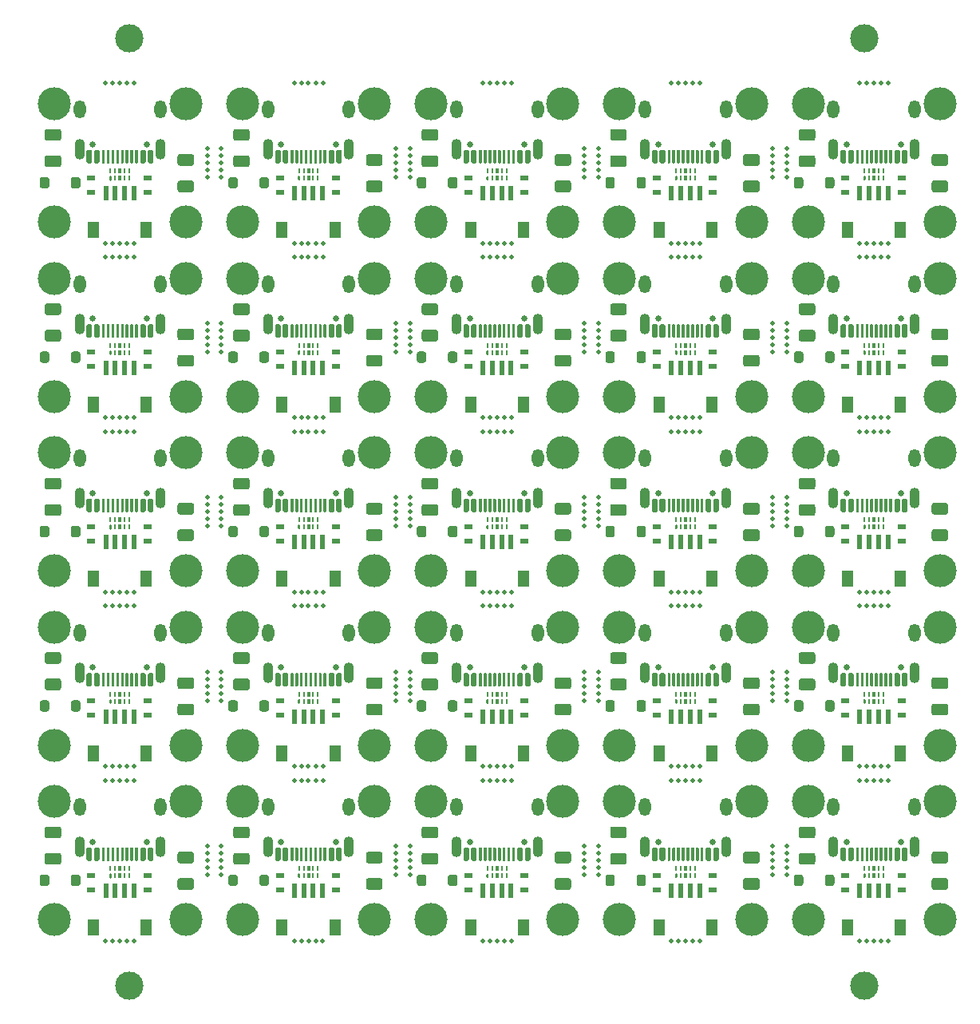
<source format=gts>
G04 #@! TF.GenerationSoftware,KiCad,Pcbnew,(5.1.11)-1*
G04 #@! TF.CreationDate,2022-07-29T18:03:56+07:00*
G04 #@! TF.ProjectId,Unified-Daughterboard,556e6966-6965-4642-9d44-617567687465,C3*
G04 #@! TF.SameCoordinates,Original*
G04 #@! TF.FileFunction,Soldermask,Top*
G04 #@! TF.FilePolarity,Negative*
%FSLAX46Y46*%
G04 Gerber Fmt 4.6, Leading zero omitted, Abs format (unit mm)*
G04 Created by KiCad (PCBNEW (5.1.11)-1) date 2022-07-29 18:03:56*
%MOMM*%
%LPD*%
G01*
G04 APERTURE LIST*
%ADD10C,3.000000*%
%ADD11C,0.500000*%
%ADD12R,0.900000X0.500000*%
%ADD13R,1.200000X1.800000*%
%ADD14R,0.600000X1.550000*%
%ADD15C,3.500001*%
%ADD16O,1.100000X2.200000*%
%ADD17O,1.300000X1.900000*%
%ADD18C,0.650000*%
%ADD19R,0.300000X0.550000*%
%ADD20R,0.250000X0.550000*%
G04 APERTURE END LIST*
D10*
X154004500Y-152043000D03*
X76004500Y-152043000D03*
X154004500Y-51543000D03*
X76004500Y-51543000D03*
D11*
X115766500Y-147293000D03*
X116516500Y-147293000D03*
X115016500Y-147293000D03*
X114242500Y-147293000D03*
X113480500Y-147293000D03*
X133480500Y-147293000D03*
X134242500Y-147293000D03*
X135016500Y-147293000D03*
X136516500Y-147293000D03*
X135766500Y-147293000D03*
X155766500Y-147293000D03*
X156516500Y-147293000D03*
X155016500Y-147293000D03*
X154242500Y-147293000D03*
X153480500Y-147293000D03*
X93480500Y-147293000D03*
X94242500Y-147293000D03*
X95016500Y-147293000D03*
X96516500Y-147293000D03*
X95766500Y-147293000D03*
X75766500Y-147293000D03*
X76516500Y-147293000D03*
X75016500Y-147293000D03*
X74242500Y-147293000D03*
X73480500Y-147293000D03*
X156528500Y-56293000D03*
X155766500Y-56293000D03*
X154992500Y-56293000D03*
X153492500Y-56293000D03*
X154242500Y-56293000D03*
X136528500Y-56293000D03*
X135766500Y-56293000D03*
X134992500Y-56293000D03*
X133492500Y-56293000D03*
X134242500Y-56293000D03*
X116528500Y-56293000D03*
X115766500Y-56293000D03*
X114992500Y-56293000D03*
X113492500Y-56293000D03*
X114242500Y-56293000D03*
X96528500Y-56293000D03*
X95766500Y-56293000D03*
X94992500Y-56293000D03*
X93492500Y-56293000D03*
X94242500Y-56293000D03*
X74242500Y-56293000D03*
X73492500Y-56293000D03*
X74992500Y-56293000D03*
X75766500Y-56293000D03*
X76528500Y-56293000D03*
X156528500Y-130293000D03*
X156528500Y-128793000D03*
X155766500Y-128793000D03*
X155766500Y-130293000D03*
X154992500Y-130293000D03*
X153492500Y-130293000D03*
X153492500Y-128793000D03*
X154992500Y-128793000D03*
X154242500Y-130293000D03*
X154242500Y-128793000D03*
X156528500Y-111793000D03*
X156528500Y-110293000D03*
X155766500Y-110293000D03*
X155766500Y-111793000D03*
X154992500Y-111793000D03*
X153492500Y-111793000D03*
X153492500Y-110293000D03*
X154992500Y-110293000D03*
X154242500Y-111793000D03*
X154242500Y-110293000D03*
X156528500Y-93293000D03*
X156528500Y-91793000D03*
X155766500Y-91793000D03*
X155766500Y-93293000D03*
X154992500Y-93293000D03*
X153492500Y-93293000D03*
X153492500Y-91793000D03*
X154992500Y-91793000D03*
X154242500Y-93293000D03*
X154242500Y-91793000D03*
X156528500Y-74793000D03*
X156528500Y-73293000D03*
X155766500Y-73293000D03*
X155766500Y-74793000D03*
X154992500Y-74793000D03*
X153492500Y-74793000D03*
X153492500Y-73293000D03*
X154992500Y-73293000D03*
X154242500Y-74793000D03*
X154242500Y-73293000D03*
X136528500Y-130293000D03*
X136528500Y-128793000D03*
X135766500Y-128793000D03*
X135766500Y-130293000D03*
X134992500Y-130293000D03*
X133492500Y-130293000D03*
X133492500Y-128793000D03*
X134992500Y-128793000D03*
X134242500Y-130293000D03*
X134242500Y-128793000D03*
X136528500Y-111793000D03*
X136528500Y-110293000D03*
X135766500Y-110293000D03*
X135766500Y-111793000D03*
X134992500Y-111793000D03*
X133492500Y-111793000D03*
X133492500Y-110293000D03*
X134992500Y-110293000D03*
X134242500Y-111793000D03*
X134242500Y-110293000D03*
X136528500Y-93293000D03*
X136528500Y-91793000D03*
X135766500Y-91793000D03*
X135766500Y-93293000D03*
X134992500Y-93293000D03*
X133492500Y-93293000D03*
X133492500Y-91793000D03*
X134992500Y-91793000D03*
X134242500Y-93293000D03*
X134242500Y-91793000D03*
X136528500Y-74793000D03*
X136528500Y-73293000D03*
X135766500Y-73293000D03*
X135766500Y-74793000D03*
X134992500Y-74793000D03*
X133492500Y-74793000D03*
X133492500Y-73293000D03*
X134992500Y-73293000D03*
X134242500Y-74793000D03*
X134242500Y-73293000D03*
X116528500Y-130293000D03*
X116528500Y-128793000D03*
X115766500Y-128793000D03*
X115766500Y-130293000D03*
X114992500Y-130293000D03*
X113492500Y-130293000D03*
X113492500Y-128793000D03*
X114992500Y-128793000D03*
X114242500Y-130293000D03*
X114242500Y-128793000D03*
X116528500Y-111793000D03*
X116528500Y-110293000D03*
X115766500Y-110293000D03*
X115766500Y-111793000D03*
X114992500Y-111793000D03*
X113492500Y-111793000D03*
X113492500Y-110293000D03*
X114992500Y-110293000D03*
X114242500Y-111793000D03*
X114242500Y-110293000D03*
X116528500Y-93293000D03*
X116528500Y-91793000D03*
X115766500Y-91793000D03*
X115766500Y-93293000D03*
X114992500Y-93293000D03*
X113492500Y-93293000D03*
X113492500Y-91793000D03*
X114992500Y-91793000D03*
X114242500Y-93293000D03*
X114242500Y-91793000D03*
X116528500Y-74793000D03*
X116528500Y-73293000D03*
X115766500Y-73293000D03*
X115766500Y-74793000D03*
X114992500Y-74793000D03*
X113492500Y-74793000D03*
X113492500Y-73293000D03*
X114992500Y-73293000D03*
X114242500Y-74793000D03*
X114242500Y-73293000D03*
X96528500Y-130293000D03*
X96528500Y-128793000D03*
X95766500Y-128793000D03*
X95766500Y-130293000D03*
X94992500Y-130293000D03*
X93492500Y-130293000D03*
X93492500Y-128793000D03*
X94992500Y-128793000D03*
X94242500Y-130293000D03*
X94242500Y-128793000D03*
X96528500Y-111793000D03*
X96528500Y-110293000D03*
X95766500Y-110293000D03*
X95766500Y-111793000D03*
X94992500Y-111793000D03*
X93492500Y-111793000D03*
X93492500Y-110293000D03*
X94992500Y-110293000D03*
X94242500Y-111793000D03*
X94242500Y-110293000D03*
X96528500Y-93293000D03*
X96528500Y-91793000D03*
X95766500Y-91793000D03*
X95766500Y-93293000D03*
X94992500Y-93293000D03*
X93492500Y-93293000D03*
X93492500Y-91793000D03*
X94992500Y-91793000D03*
X94242500Y-93293000D03*
X94242500Y-91793000D03*
X96528500Y-74793000D03*
X96528500Y-73293000D03*
X95766500Y-73293000D03*
X95766500Y-74793000D03*
X94992500Y-74793000D03*
X93492500Y-74793000D03*
X93492500Y-73293000D03*
X94992500Y-73293000D03*
X94242500Y-74793000D03*
X94242500Y-73293000D03*
X76528500Y-130293000D03*
X76528500Y-128793000D03*
X75766500Y-128793000D03*
X75766500Y-130293000D03*
X74992500Y-130293000D03*
X73492500Y-130293000D03*
X73492500Y-128793000D03*
X74992500Y-128793000D03*
X74242500Y-130293000D03*
X74242500Y-128793000D03*
X76528500Y-111793000D03*
X76528500Y-110293000D03*
X75766500Y-110293000D03*
X75766500Y-111793000D03*
X74992500Y-111793000D03*
X73492500Y-111793000D03*
X73492500Y-110293000D03*
X74992500Y-110293000D03*
X74242500Y-111793000D03*
X74242500Y-110293000D03*
X76528500Y-93293000D03*
X76528500Y-91793000D03*
X75766500Y-91793000D03*
X75766500Y-93293000D03*
X74992500Y-93293000D03*
X73492500Y-93293000D03*
X73492500Y-91793000D03*
X74992500Y-91793000D03*
X74242500Y-93293000D03*
X74242500Y-91793000D03*
X144254500Y-139555000D03*
X145754500Y-139555000D03*
X144254500Y-138805000D03*
X144254500Y-140305000D03*
X145754500Y-140305000D03*
X145754500Y-138805000D03*
X145754500Y-138031000D03*
X144254500Y-138031000D03*
X144254500Y-137269000D03*
X145754500Y-137269000D03*
X144254500Y-121055000D03*
X145754500Y-121055000D03*
X144254500Y-120305000D03*
X144254500Y-121805000D03*
X145754500Y-121805000D03*
X145754500Y-120305000D03*
X145754500Y-119531000D03*
X144254500Y-119531000D03*
X144254500Y-118769000D03*
X145754500Y-118769000D03*
X144254500Y-102555000D03*
X145754500Y-102555000D03*
X144254500Y-101805000D03*
X144254500Y-103305000D03*
X145754500Y-103305000D03*
X145754500Y-101805000D03*
X145754500Y-101031000D03*
X144254500Y-101031000D03*
X144254500Y-100269000D03*
X145754500Y-100269000D03*
X144254500Y-84055000D03*
X145754500Y-84055000D03*
X144254500Y-83305000D03*
X144254500Y-84805000D03*
X145754500Y-84805000D03*
X145754500Y-83305000D03*
X145754500Y-82531000D03*
X144254500Y-82531000D03*
X144254500Y-81769000D03*
X145754500Y-81769000D03*
X144254500Y-65555000D03*
X145754500Y-65555000D03*
X144254500Y-64805000D03*
X144254500Y-66305000D03*
X145754500Y-66305000D03*
X145754500Y-64805000D03*
X145754500Y-64031000D03*
X144254500Y-64031000D03*
X144254500Y-63269000D03*
X145754500Y-63269000D03*
X124254500Y-139555000D03*
X125754500Y-139555000D03*
X124254500Y-138805000D03*
X124254500Y-140305000D03*
X125754500Y-140305000D03*
X125754500Y-138805000D03*
X125754500Y-138031000D03*
X124254500Y-138031000D03*
X124254500Y-137269000D03*
X125754500Y-137269000D03*
X124254500Y-121055000D03*
X125754500Y-121055000D03*
X124254500Y-120305000D03*
X124254500Y-121805000D03*
X125754500Y-121805000D03*
X125754500Y-120305000D03*
X125754500Y-119531000D03*
X124254500Y-119531000D03*
X124254500Y-118769000D03*
X125754500Y-118769000D03*
X124254500Y-102555000D03*
X125754500Y-102555000D03*
X124254500Y-101805000D03*
X124254500Y-103305000D03*
X125754500Y-103305000D03*
X125754500Y-101805000D03*
X125754500Y-101031000D03*
X124254500Y-101031000D03*
X124254500Y-100269000D03*
X125754500Y-100269000D03*
X124254500Y-84055000D03*
X125754500Y-84055000D03*
X124254500Y-83305000D03*
X124254500Y-84805000D03*
X125754500Y-84805000D03*
X125754500Y-83305000D03*
X125754500Y-82531000D03*
X124254500Y-82531000D03*
X124254500Y-81769000D03*
X125754500Y-81769000D03*
X124254500Y-65555000D03*
X125754500Y-65555000D03*
X124254500Y-64805000D03*
X124254500Y-66305000D03*
X125754500Y-66305000D03*
X125754500Y-64805000D03*
X125754500Y-64031000D03*
X124254500Y-64031000D03*
X124254500Y-63269000D03*
X125754500Y-63269000D03*
X104254500Y-139555000D03*
X105754500Y-139555000D03*
X104254500Y-138805000D03*
X104254500Y-140305000D03*
X105754500Y-140305000D03*
X105754500Y-138805000D03*
X105754500Y-138031000D03*
X104254500Y-138031000D03*
X104254500Y-137269000D03*
X105754500Y-137269000D03*
X104254500Y-121055000D03*
X105754500Y-121055000D03*
X104254500Y-120305000D03*
X104254500Y-121805000D03*
X105754500Y-121805000D03*
X105754500Y-120305000D03*
X105754500Y-119531000D03*
X104254500Y-119531000D03*
X104254500Y-118769000D03*
X105754500Y-118769000D03*
X104254500Y-102555000D03*
X105754500Y-102555000D03*
X104254500Y-101805000D03*
X104254500Y-103305000D03*
X105754500Y-103305000D03*
X105754500Y-101805000D03*
X105754500Y-101031000D03*
X104254500Y-101031000D03*
X104254500Y-100269000D03*
X105754500Y-100269000D03*
X104254500Y-84055000D03*
X105754500Y-84055000D03*
X104254500Y-83305000D03*
X104254500Y-84805000D03*
X105754500Y-84805000D03*
X105754500Y-83305000D03*
X105754500Y-82531000D03*
X104254500Y-82531000D03*
X104254500Y-81769000D03*
X105754500Y-81769000D03*
X104254500Y-65555000D03*
X105754500Y-65555000D03*
X104254500Y-64805000D03*
X104254500Y-66305000D03*
X105754500Y-66305000D03*
X105754500Y-64805000D03*
X105754500Y-64031000D03*
X104254500Y-64031000D03*
X104254500Y-63269000D03*
X105754500Y-63269000D03*
X84254500Y-139555000D03*
X85754500Y-139555000D03*
X84254500Y-138805000D03*
X84254500Y-140305000D03*
X85754500Y-140305000D03*
X85754500Y-138805000D03*
X85754500Y-138031000D03*
X84254500Y-138031000D03*
X84254500Y-137269000D03*
X85754500Y-137269000D03*
X84254500Y-121055000D03*
X85754500Y-121055000D03*
X84254500Y-120305000D03*
X84254500Y-121805000D03*
X85754500Y-121805000D03*
X85754500Y-120305000D03*
X85754500Y-119531000D03*
X84254500Y-119531000D03*
X84254500Y-118769000D03*
X85754500Y-118769000D03*
X84254500Y-102555000D03*
X85754500Y-102555000D03*
X84254500Y-101805000D03*
X84254500Y-103305000D03*
X85754500Y-103305000D03*
X85754500Y-101805000D03*
X85754500Y-101031000D03*
X84254500Y-101031000D03*
X84254500Y-100269000D03*
X85754500Y-100269000D03*
X84254500Y-84055000D03*
X85754500Y-84055000D03*
X84254500Y-83305000D03*
X84254500Y-84805000D03*
X85754500Y-84805000D03*
X85754500Y-83305000D03*
X85754500Y-82531000D03*
X84254500Y-82531000D03*
X84254500Y-81769000D03*
X85754500Y-81769000D03*
D12*
X157923500Y-140379000D03*
X157923500Y-141879000D03*
X157923500Y-121879000D03*
X157923500Y-123379000D03*
X157923500Y-103379000D03*
X157923500Y-104879000D03*
X157923500Y-84879000D03*
X157923500Y-86379000D03*
X157923500Y-66379000D03*
X157923500Y-67879000D03*
X137923500Y-140379000D03*
X137923500Y-141879000D03*
X137923500Y-121879000D03*
X137923500Y-123379000D03*
X137923500Y-103379000D03*
X137923500Y-104879000D03*
X137923500Y-84879000D03*
X137923500Y-86379000D03*
X137923500Y-66379000D03*
X137923500Y-67879000D03*
X117923500Y-140379000D03*
X117923500Y-141879000D03*
X117923500Y-121879000D03*
X117923500Y-123379000D03*
X117923500Y-103379000D03*
X117923500Y-104879000D03*
X117923500Y-84879000D03*
X117923500Y-86379000D03*
X117923500Y-66379000D03*
X117923500Y-67879000D03*
X97923500Y-140379000D03*
X97923500Y-141879000D03*
X97923500Y-121879000D03*
X97923500Y-123379000D03*
X97923500Y-103379000D03*
X97923500Y-104879000D03*
X97923500Y-84879000D03*
X97923500Y-86379000D03*
X97923500Y-66379000D03*
X97923500Y-67879000D03*
X77923500Y-140379000D03*
X77923500Y-141879000D03*
X77923500Y-121879000D03*
X77923500Y-123379000D03*
X77923500Y-103379000D03*
X77923500Y-104879000D03*
X77923500Y-84879000D03*
X77923500Y-86379000D03*
D13*
X157804500Y-145893000D03*
X152204500Y-145893000D03*
D14*
X153504500Y-142018000D03*
X154504500Y-142018000D03*
X156504500Y-142018000D03*
X155504500Y-142018000D03*
D13*
X157804500Y-127393000D03*
X152204500Y-127393000D03*
D14*
X153504500Y-123518000D03*
X154504500Y-123518000D03*
X156504500Y-123518000D03*
X155504500Y-123518000D03*
D13*
X157804500Y-108893000D03*
X152204500Y-108893000D03*
D14*
X153504500Y-105018000D03*
X154504500Y-105018000D03*
X156504500Y-105018000D03*
X155504500Y-105018000D03*
D13*
X157804500Y-90393000D03*
X152204500Y-90393000D03*
D14*
X153504500Y-86518000D03*
X154504500Y-86518000D03*
X156504500Y-86518000D03*
X155504500Y-86518000D03*
D13*
X157804500Y-71893000D03*
X152204500Y-71893000D03*
D14*
X153504500Y-68018000D03*
X154504500Y-68018000D03*
X156504500Y-68018000D03*
X155504500Y-68018000D03*
D13*
X137804500Y-145893000D03*
X132204500Y-145893000D03*
D14*
X133504500Y-142018000D03*
X134504500Y-142018000D03*
X136504500Y-142018000D03*
X135504500Y-142018000D03*
D13*
X137804500Y-127393000D03*
X132204500Y-127393000D03*
D14*
X133504500Y-123518000D03*
X134504500Y-123518000D03*
X136504500Y-123518000D03*
X135504500Y-123518000D03*
D13*
X137804500Y-108893000D03*
X132204500Y-108893000D03*
D14*
X133504500Y-105018000D03*
X134504500Y-105018000D03*
X136504500Y-105018000D03*
X135504500Y-105018000D03*
D13*
X137804500Y-90393000D03*
X132204500Y-90393000D03*
D14*
X133504500Y-86518000D03*
X134504500Y-86518000D03*
X136504500Y-86518000D03*
X135504500Y-86518000D03*
D13*
X137804500Y-71893000D03*
X132204500Y-71893000D03*
D14*
X133504500Y-68018000D03*
X134504500Y-68018000D03*
X136504500Y-68018000D03*
X135504500Y-68018000D03*
D13*
X117804500Y-145893000D03*
X112204500Y-145893000D03*
D14*
X113504500Y-142018000D03*
X114504500Y-142018000D03*
X116504500Y-142018000D03*
X115504500Y-142018000D03*
D13*
X117804500Y-127393000D03*
X112204500Y-127393000D03*
D14*
X113504500Y-123518000D03*
X114504500Y-123518000D03*
X116504500Y-123518000D03*
X115504500Y-123518000D03*
D13*
X117804500Y-108893000D03*
X112204500Y-108893000D03*
D14*
X113504500Y-105018000D03*
X114504500Y-105018000D03*
X116504500Y-105018000D03*
X115504500Y-105018000D03*
D13*
X117804500Y-90393000D03*
X112204500Y-90393000D03*
D14*
X113504500Y-86518000D03*
X114504500Y-86518000D03*
X116504500Y-86518000D03*
X115504500Y-86518000D03*
D13*
X117804500Y-71893000D03*
X112204500Y-71893000D03*
D14*
X113504500Y-68018000D03*
X114504500Y-68018000D03*
X116504500Y-68018000D03*
X115504500Y-68018000D03*
D13*
X97804500Y-145893000D03*
X92204500Y-145893000D03*
D14*
X93504500Y-142018000D03*
X94504500Y-142018000D03*
X96504500Y-142018000D03*
X95504500Y-142018000D03*
D13*
X97804500Y-127393000D03*
X92204500Y-127393000D03*
D14*
X93504500Y-123518000D03*
X94504500Y-123518000D03*
X96504500Y-123518000D03*
X95504500Y-123518000D03*
D13*
X97804500Y-108893000D03*
X92204500Y-108893000D03*
D14*
X93504500Y-105018000D03*
X94504500Y-105018000D03*
X96504500Y-105018000D03*
X95504500Y-105018000D03*
D13*
X97804500Y-90393000D03*
X92204500Y-90393000D03*
D14*
X93504500Y-86518000D03*
X94504500Y-86518000D03*
X96504500Y-86518000D03*
X95504500Y-86518000D03*
D13*
X97804500Y-71893000D03*
X92204500Y-71893000D03*
D14*
X93504500Y-68018000D03*
X94504500Y-68018000D03*
X96504500Y-68018000D03*
X95504500Y-68018000D03*
D13*
X77804500Y-145893000D03*
X72204500Y-145893000D03*
D14*
X73504500Y-142018000D03*
X74504500Y-142018000D03*
X76504500Y-142018000D03*
X75504500Y-142018000D03*
D13*
X77804500Y-127393000D03*
X72204500Y-127393000D03*
D14*
X73504500Y-123518000D03*
X74504500Y-123518000D03*
X76504500Y-123518000D03*
X75504500Y-123518000D03*
D13*
X77804500Y-108893000D03*
X72204500Y-108893000D03*
D14*
X73504500Y-105018000D03*
X74504500Y-105018000D03*
X76504500Y-105018000D03*
X75504500Y-105018000D03*
D13*
X77804500Y-90393000D03*
X72204500Y-90393000D03*
D14*
X73504500Y-86518000D03*
X74504500Y-86518000D03*
X76504500Y-86518000D03*
X75504500Y-86518000D03*
D15*
X162004500Y-145043000D03*
X162004500Y-126543000D03*
X162004500Y-108043000D03*
X162004500Y-89543000D03*
X162004500Y-71043000D03*
X142004500Y-145043000D03*
X142004500Y-126543000D03*
X142004500Y-108043000D03*
X142004500Y-89543000D03*
X142004500Y-71043000D03*
X122004500Y-145043000D03*
X122004500Y-126543000D03*
X122004500Y-108043000D03*
X122004500Y-89543000D03*
X122004500Y-71043000D03*
X102004500Y-145043000D03*
X102004500Y-126543000D03*
X102004500Y-108043000D03*
X102004500Y-89543000D03*
X102004500Y-71043000D03*
X82004500Y-145043000D03*
X82004500Y-126543000D03*
X82004500Y-108043000D03*
X82004500Y-89543000D03*
X148004500Y-145043000D03*
X148004500Y-126543000D03*
X148004500Y-108043000D03*
X148004500Y-89543000D03*
X148004500Y-71043000D03*
X128004500Y-145043000D03*
X128004500Y-126543000D03*
X128004500Y-108043000D03*
X128004500Y-89543000D03*
X128004500Y-71043000D03*
X108004500Y-145043000D03*
X108004500Y-126543000D03*
X108004500Y-108043000D03*
X108004500Y-89543000D03*
X108004500Y-71043000D03*
X88004500Y-145043000D03*
X88004500Y-126543000D03*
X88004500Y-108043000D03*
X88004500Y-89543000D03*
X88004500Y-71043000D03*
X68004500Y-145043000D03*
X68004500Y-126543000D03*
X68004500Y-108043000D03*
X68004500Y-89543000D03*
G36*
G01*
X152852500Y-137543000D02*
X152852500Y-138693000D01*
G75*
G02*
X152702500Y-138843000I-150000J0D01*
G01*
X152402500Y-138843000D01*
G75*
G02*
X152252500Y-138693000I0J150000D01*
G01*
X152252500Y-137543000D01*
G75*
G02*
X152402500Y-137393000I150000J0D01*
G01*
X152702500Y-137393000D01*
G75*
G02*
X152852500Y-137543000I0J-150000D01*
G01*
G37*
G36*
G01*
X152052500Y-137543000D02*
X152052500Y-138693000D01*
G75*
G02*
X151902500Y-138843000I-150000J0D01*
G01*
X151602500Y-138843000D01*
G75*
G02*
X151452500Y-138693000I0J150000D01*
G01*
X151452500Y-137543000D01*
G75*
G02*
X151602500Y-137393000I150000J0D01*
G01*
X151902500Y-137393000D01*
G75*
G02*
X152052500Y-137543000I0J-150000D01*
G01*
G37*
G36*
G01*
X157752500Y-137543000D02*
X157752500Y-138693000D01*
G75*
G02*
X157602500Y-138843000I-150000J0D01*
G01*
X157302500Y-138843000D01*
G75*
G02*
X157152500Y-138693000I0J150000D01*
G01*
X157152500Y-137543000D01*
G75*
G02*
X157302500Y-137393000I150000J0D01*
G01*
X157602500Y-137393000D01*
G75*
G02*
X157752500Y-137543000I0J-150000D01*
G01*
G37*
D16*
X159302500Y-137343000D03*
G36*
G01*
X154902500Y-137468000D02*
X154902500Y-138768000D01*
G75*
G02*
X154827500Y-138843000I-75000J0D01*
G01*
X154677500Y-138843000D01*
G75*
G02*
X154602500Y-138768000I0J75000D01*
G01*
X154602500Y-137468000D01*
G75*
G02*
X154677500Y-137393000I75000J0D01*
G01*
X154827500Y-137393000D01*
G75*
G02*
X154902500Y-137468000I0J-75000D01*
G01*
G37*
G36*
G01*
X154402500Y-137468000D02*
X154402500Y-138768000D01*
G75*
G02*
X154327500Y-138843000I-75000J0D01*
G01*
X154177500Y-138843000D01*
G75*
G02*
X154102500Y-138768000I0J75000D01*
G01*
X154102500Y-137468000D01*
G75*
G02*
X154177500Y-137393000I75000J0D01*
G01*
X154327500Y-137393000D01*
G75*
G02*
X154402500Y-137468000I0J-75000D01*
G01*
G37*
G36*
G01*
X153902500Y-137468000D02*
X153902500Y-138768000D01*
G75*
G02*
X153827500Y-138843000I-75000J0D01*
G01*
X153677500Y-138843000D01*
G75*
G02*
X153602500Y-138768000I0J75000D01*
G01*
X153602500Y-137468000D01*
G75*
G02*
X153677500Y-137393000I75000J0D01*
G01*
X153827500Y-137393000D01*
G75*
G02*
X153902500Y-137468000I0J-75000D01*
G01*
G37*
G36*
G01*
X153402500Y-137468000D02*
X153402500Y-138768000D01*
G75*
G02*
X153327500Y-138843000I-75000J0D01*
G01*
X153177500Y-138843000D01*
G75*
G02*
X153102500Y-138768000I0J75000D01*
G01*
X153102500Y-137468000D01*
G75*
G02*
X153177500Y-137393000I75000J0D01*
G01*
X153327500Y-137393000D01*
G75*
G02*
X153402500Y-137468000I0J-75000D01*
G01*
G37*
G36*
G01*
X155406500Y-137468000D02*
X155406500Y-138768000D01*
G75*
G02*
X155331500Y-138843000I-75000J0D01*
G01*
X155181500Y-138843000D01*
G75*
G02*
X155106500Y-138768000I0J75000D01*
G01*
X155106500Y-137468000D01*
G75*
G02*
X155181500Y-137393000I75000J0D01*
G01*
X155331500Y-137393000D01*
G75*
G02*
X155406500Y-137468000I0J-75000D01*
G01*
G37*
G36*
G01*
X155902500Y-137468000D02*
X155902500Y-138768000D01*
G75*
G02*
X155827500Y-138843000I-75000J0D01*
G01*
X155677500Y-138843000D01*
G75*
G02*
X155602500Y-138768000I0J75000D01*
G01*
X155602500Y-137468000D01*
G75*
G02*
X155677500Y-137393000I75000J0D01*
G01*
X155827500Y-137393000D01*
G75*
G02*
X155902500Y-137468000I0J-75000D01*
G01*
G37*
G36*
G01*
X156402500Y-137468000D02*
X156402500Y-138768000D01*
G75*
G02*
X156327500Y-138843000I-75000J0D01*
G01*
X156177500Y-138843000D01*
G75*
G02*
X156102500Y-138768000I0J75000D01*
G01*
X156102500Y-137468000D01*
G75*
G02*
X156177500Y-137393000I75000J0D01*
G01*
X156327500Y-137393000D01*
G75*
G02*
X156402500Y-137468000I0J-75000D01*
G01*
G37*
G36*
G01*
X156902500Y-137468000D02*
X156902500Y-138768000D01*
G75*
G02*
X156827500Y-138843000I-75000J0D01*
G01*
X156677500Y-138843000D01*
G75*
G02*
X156602500Y-138768000I0J75000D01*
G01*
X156602500Y-137468000D01*
G75*
G02*
X156677500Y-137393000I75000J0D01*
G01*
X156827500Y-137393000D01*
G75*
G02*
X156902500Y-137468000I0J-75000D01*
G01*
G37*
G36*
G01*
X158552500Y-137543000D02*
X158552500Y-138693000D01*
G75*
G02*
X158402500Y-138843000I-150000J0D01*
G01*
X158102500Y-138843000D01*
G75*
G02*
X157952500Y-138693000I0J150000D01*
G01*
X157952500Y-137543000D01*
G75*
G02*
X158102500Y-137393000I150000J0D01*
G01*
X158402500Y-137393000D01*
G75*
G02*
X158552500Y-137543000I0J-150000D01*
G01*
G37*
D17*
X159302500Y-133143000D03*
D18*
X157892500Y-136792000D03*
X152112500Y-136792000D03*
D17*
X150702500Y-133143000D03*
D16*
X150702500Y-137343000D03*
G36*
G01*
X152852500Y-119043000D02*
X152852500Y-120193000D01*
G75*
G02*
X152702500Y-120343000I-150000J0D01*
G01*
X152402500Y-120343000D01*
G75*
G02*
X152252500Y-120193000I0J150000D01*
G01*
X152252500Y-119043000D01*
G75*
G02*
X152402500Y-118893000I150000J0D01*
G01*
X152702500Y-118893000D01*
G75*
G02*
X152852500Y-119043000I0J-150000D01*
G01*
G37*
G36*
G01*
X152052500Y-119043000D02*
X152052500Y-120193000D01*
G75*
G02*
X151902500Y-120343000I-150000J0D01*
G01*
X151602500Y-120343000D01*
G75*
G02*
X151452500Y-120193000I0J150000D01*
G01*
X151452500Y-119043000D01*
G75*
G02*
X151602500Y-118893000I150000J0D01*
G01*
X151902500Y-118893000D01*
G75*
G02*
X152052500Y-119043000I0J-150000D01*
G01*
G37*
G36*
G01*
X157752500Y-119043000D02*
X157752500Y-120193000D01*
G75*
G02*
X157602500Y-120343000I-150000J0D01*
G01*
X157302500Y-120343000D01*
G75*
G02*
X157152500Y-120193000I0J150000D01*
G01*
X157152500Y-119043000D01*
G75*
G02*
X157302500Y-118893000I150000J0D01*
G01*
X157602500Y-118893000D01*
G75*
G02*
X157752500Y-119043000I0J-150000D01*
G01*
G37*
X159302500Y-118843000D03*
G36*
G01*
X154902500Y-118968000D02*
X154902500Y-120268000D01*
G75*
G02*
X154827500Y-120343000I-75000J0D01*
G01*
X154677500Y-120343000D01*
G75*
G02*
X154602500Y-120268000I0J75000D01*
G01*
X154602500Y-118968000D01*
G75*
G02*
X154677500Y-118893000I75000J0D01*
G01*
X154827500Y-118893000D01*
G75*
G02*
X154902500Y-118968000I0J-75000D01*
G01*
G37*
G36*
G01*
X154402500Y-118968000D02*
X154402500Y-120268000D01*
G75*
G02*
X154327500Y-120343000I-75000J0D01*
G01*
X154177500Y-120343000D01*
G75*
G02*
X154102500Y-120268000I0J75000D01*
G01*
X154102500Y-118968000D01*
G75*
G02*
X154177500Y-118893000I75000J0D01*
G01*
X154327500Y-118893000D01*
G75*
G02*
X154402500Y-118968000I0J-75000D01*
G01*
G37*
G36*
G01*
X153902500Y-118968000D02*
X153902500Y-120268000D01*
G75*
G02*
X153827500Y-120343000I-75000J0D01*
G01*
X153677500Y-120343000D01*
G75*
G02*
X153602500Y-120268000I0J75000D01*
G01*
X153602500Y-118968000D01*
G75*
G02*
X153677500Y-118893000I75000J0D01*
G01*
X153827500Y-118893000D01*
G75*
G02*
X153902500Y-118968000I0J-75000D01*
G01*
G37*
G36*
G01*
X153402500Y-118968000D02*
X153402500Y-120268000D01*
G75*
G02*
X153327500Y-120343000I-75000J0D01*
G01*
X153177500Y-120343000D01*
G75*
G02*
X153102500Y-120268000I0J75000D01*
G01*
X153102500Y-118968000D01*
G75*
G02*
X153177500Y-118893000I75000J0D01*
G01*
X153327500Y-118893000D01*
G75*
G02*
X153402500Y-118968000I0J-75000D01*
G01*
G37*
G36*
G01*
X155406500Y-118968000D02*
X155406500Y-120268000D01*
G75*
G02*
X155331500Y-120343000I-75000J0D01*
G01*
X155181500Y-120343000D01*
G75*
G02*
X155106500Y-120268000I0J75000D01*
G01*
X155106500Y-118968000D01*
G75*
G02*
X155181500Y-118893000I75000J0D01*
G01*
X155331500Y-118893000D01*
G75*
G02*
X155406500Y-118968000I0J-75000D01*
G01*
G37*
G36*
G01*
X155902500Y-118968000D02*
X155902500Y-120268000D01*
G75*
G02*
X155827500Y-120343000I-75000J0D01*
G01*
X155677500Y-120343000D01*
G75*
G02*
X155602500Y-120268000I0J75000D01*
G01*
X155602500Y-118968000D01*
G75*
G02*
X155677500Y-118893000I75000J0D01*
G01*
X155827500Y-118893000D01*
G75*
G02*
X155902500Y-118968000I0J-75000D01*
G01*
G37*
G36*
G01*
X156402500Y-118968000D02*
X156402500Y-120268000D01*
G75*
G02*
X156327500Y-120343000I-75000J0D01*
G01*
X156177500Y-120343000D01*
G75*
G02*
X156102500Y-120268000I0J75000D01*
G01*
X156102500Y-118968000D01*
G75*
G02*
X156177500Y-118893000I75000J0D01*
G01*
X156327500Y-118893000D01*
G75*
G02*
X156402500Y-118968000I0J-75000D01*
G01*
G37*
G36*
G01*
X156902500Y-118968000D02*
X156902500Y-120268000D01*
G75*
G02*
X156827500Y-120343000I-75000J0D01*
G01*
X156677500Y-120343000D01*
G75*
G02*
X156602500Y-120268000I0J75000D01*
G01*
X156602500Y-118968000D01*
G75*
G02*
X156677500Y-118893000I75000J0D01*
G01*
X156827500Y-118893000D01*
G75*
G02*
X156902500Y-118968000I0J-75000D01*
G01*
G37*
G36*
G01*
X158552500Y-119043000D02*
X158552500Y-120193000D01*
G75*
G02*
X158402500Y-120343000I-150000J0D01*
G01*
X158102500Y-120343000D01*
G75*
G02*
X157952500Y-120193000I0J150000D01*
G01*
X157952500Y-119043000D01*
G75*
G02*
X158102500Y-118893000I150000J0D01*
G01*
X158402500Y-118893000D01*
G75*
G02*
X158552500Y-119043000I0J-150000D01*
G01*
G37*
D17*
X159302500Y-114643000D03*
D18*
X157892500Y-118292000D03*
X152112500Y-118292000D03*
D17*
X150702500Y-114643000D03*
D16*
X150702500Y-118843000D03*
G36*
G01*
X152852500Y-100543000D02*
X152852500Y-101693000D01*
G75*
G02*
X152702500Y-101843000I-150000J0D01*
G01*
X152402500Y-101843000D01*
G75*
G02*
X152252500Y-101693000I0J150000D01*
G01*
X152252500Y-100543000D01*
G75*
G02*
X152402500Y-100393000I150000J0D01*
G01*
X152702500Y-100393000D01*
G75*
G02*
X152852500Y-100543000I0J-150000D01*
G01*
G37*
G36*
G01*
X152052500Y-100543000D02*
X152052500Y-101693000D01*
G75*
G02*
X151902500Y-101843000I-150000J0D01*
G01*
X151602500Y-101843000D01*
G75*
G02*
X151452500Y-101693000I0J150000D01*
G01*
X151452500Y-100543000D01*
G75*
G02*
X151602500Y-100393000I150000J0D01*
G01*
X151902500Y-100393000D01*
G75*
G02*
X152052500Y-100543000I0J-150000D01*
G01*
G37*
G36*
G01*
X157752500Y-100543000D02*
X157752500Y-101693000D01*
G75*
G02*
X157602500Y-101843000I-150000J0D01*
G01*
X157302500Y-101843000D01*
G75*
G02*
X157152500Y-101693000I0J150000D01*
G01*
X157152500Y-100543000D01*
G75*
G02*
X157302500Y-100393000I150000J0D01*
G01*
X157602500Y-100393000D01*
G75*
G02*
X157752500Y-100543000I0J-150000D01*
G01*
G37*
X159302500Y-100343000D03*
G36*
G01*
X154902500Y-100468000D02*
X154902500Y-101768000D01*
G75*
G02*
X154827500Y-101843000I-75000J0D01*
G01*
X154677500Y-101843000D01*
G75*
G02*
X154602500Y-101768000I0J75000D01*
G01*
X154602500Y-100468000D01*
G75*
G02*
X154677500Y-100393000I75000J0D01*
G01*
X154827500Y-100393000D01*
G75*
G02*
X154902500Y-100468000I0J-75000D01*
G01*
G37*
G36*
G01*
X154402500Y-100468000D02*
X154402500Y-101768000D01*
G75*
G02*
X154327500Y-101843000I-75000J0D01*
G01*
X154177500Y-101843000D01*
G75*
G02*
X154102500Y-101768000I0J75000D01*
G01*
X154102500Y-100468000D01*
G75*
G02*
X154177500Y-100393000I75000J0D01*
G01*
X154327500Y-100393000D01*
G75*
G02*
X154402500Y-100468000I0J-75000D01*
G01*
G37*
G36*
G01*
X153902500Y-100468000D02*
X153902500Y-101768000D01*
G75*
G02*
X153827500Y-101843000I-75000J0D01*
G01*
X153677500Y-101843000D01*
G75*
G02*
X153602500Y-101768000I0J75000D01*
G01*
X153602500Y-100468000D01*
G75*
G02*
X153677500Y-100393000I75000J0D01*
G01*
X153827500Y-100393000D01*
G75*
G02*
X153902500Y-100468000I0J-75000D01*
G01*
G37*
G36*
G01*
X153402500Y-100468000D02*
X153402500Y-101768000D01*
G75*
G02*
X153327500Y-101843000I-75000J0D01*
G01*
X153177500Y-101843000D01*
G75*
G02*
X153102500Y-101768000I0J75000D01*
G01*
X153102500Y-100468000D01*
G75*
G02*
X153177500Y-100393000I75000J0D01*
G01*
X153327500Y-100393000D01*
G75*
G02*
X153402500Y-100468000I0J-75000D01*
G01*
G37*
G36*
G01*
X155406500Y-100468000D02*
X155406500Y-101768000D01*
G75*
G02*
X155331500Y-101843000I-75000J0D01*
G01*
X155181500Y-101843000D01*
G75*
G02*
X155106500Y-101768000I0J75000D01*
G01*
X155106500Y-100468000D01*
G75*
G02*
X155181500Y-100393000I75000J0D01*
G01*
X155331500Y-100393000D01*
G75*
G02*
X155406500Y-100468000I0J-75000D01*
G01*
G37*
G36*
G01*
X155902500Y-100468000D02*
X155902500Y-101768000D01*
G75*
G02*
X155827500Y-101843000I-75000J0D01*
G01*
X155677500Y-101843000D01*
G75*
G02*
X155602500Y-101768000I0J75000D01*
G01*
X155602500Y-100468000D01*
G75*
G02*
X155677500Y-100393000I75000J0D01*
G01*
X155827500Y-100393000D01*
G75*
G02*
X155902500Y-100468000I0J-75000D01*
G01*
G37*
G36*
G01*
X156402500Y-100468000D02*
X156402500Y-101768000D01*
G75*
G02*
X156327500Y-101843000I-75000J0D01*
G01*
X156177500Y-101843000D01*
G75*
G02*
X156102500Y-101768000I0J75000D01*
G01*
X156102500Y-100468000D01*
G75*
G02*
X156177500Y-100393000I75000J0D01*
G01*
X156327500Y-100393000D01*
G75*
G02*
X156402500Y-100468000I0J-75000D01*
G01*
G37*
G36*
G01*
X156902500Y-100468000D02*
X156902500Y-101768000D01*
G75*
G02*
X156827500Y-101843000I-75000J0D01*
G01*
X156677500Y-101843000D01*
G75*
G02*
X156602500Y-101768000I0J75000D01*
G01*
X156602500Y-100468000D01*
G75*
G02*
X156677500Y-100393000I75000J0D01*
G01*
X156827500Y-100393000D01*
G75*
G02*
X156902500Y-100468000I0J-75000D01*
G01*
G37*
G36*
G01*
X158552500Y-100543000D02*
X158552500Y-101693000D01*
G75*
G02*
X158402500Y-101843000I-150000J0D01*
G01*
X158102500Y-101843000D01*
G75*
G02*
X157952500Y-101693000I0J150000D01*
G01*
X157952500Y-100543000D01*
G75*
G02*
X158102500Y-100393000I150000J0D01*
G01*
X158402500Y-100393000D01*
G75*
G02*
X158552500Y-100543000I0J-150000D01*
G01*
G37*
D17*
X159302500Y-96143000D03*
D18*
X157892500Y-99792000D03*
X152112500Y-99792000D03*
D17*
X150702500Y-96143000D03*
D16*
X150702500Y-100343000D03*
G36*
G01*
X152852500Y-82043000D02*
X152852500Y-83193000D01*
G75*
G02*
X152702500Y-83343000I-150000J0D01*
G01*
X152402500Y-83343000D01*
G75*
G02*
X152252500Y-83193000I0J150000D01*
G01*
X152252500Y-82043000D01*
G75*
G02*
X152402500Y-81893000I150000J0D01*
G01*
X152702500Y-81893000D01*
G75*
G02*
X152852500Y-82043000I0J-150000D01*
G01*
G37*
G36*
G01*
X152052500Y-82043000D02*
X152052500Y-83193000D01*
G75*
G02*
X151902500Y-83343000I-150000J0D01*
G01*
X151602500Y-83343000D01*
G75*
G02*
X151452500Y-83193000I0J150000D01*
G01*
X151452500Y-82043000D01*
G75*
G02*
X151602500Y-81893000I150000J0D01*
G01*
X151902500Y-81893000D01*
G75*
G02*
X152052500Y-82043000I0J-150000D01*
G01*
G37*
G36*
G01*
X157752500Y-82043000D02*
X157752500Y-83193000D01*
G75*
G02*
X157602500Y-83343000I-150000J0D01*
G01*
X157302500Y-83343000D01*
G75*
G02*
X157152500Y-83193000I0J150000D01*
G01*
X157152500Y-82043000D01*
G75*
G02*
X157302500Y-81893000I150000J0D01*
G01*
X157602500Y-81893000D01*
G75*
G02*
X157752500Y-82043000I0J-150000D01*
G01*
G37*
X159302500Y-81843000D03*
G36*
G01*
X154902500Y-81968000D02*
X154902500Y-83268000D01*
G75*
G02*
X154827500Y-83343000I-75000J0D01*
G01*
X154677500Y-83343000D01*
G75*
G02*
X154602500Y-83268000I0J75000D01*
G01*
X154602500Y-81968000D01*
G75*
G02*
X154677500Y-81893000I75000J0D01*
G01*
X154827500Y-81893000D01*
G75*
G02*
X154902500Y-81968000I0J-75000D01*
G01*
G37*
G36*
G01*
X154402500Y-81968000D02*
X154402500Y-83268000D01*
G75*
G02*
X154327500Y-83343000I-75000J0D01*
G01*
X154177500Y-83343000D01*
G75*
G02*
X154102500Y-83268000I0J75000D01*
G01*
X154102500Y-81968000D01*
G75*
G02*
X154177500Y-81893000I75000J0D01*
G01*
X154327500Y-81893000D01*
G75*
G02*
X154402500Y-81968000I0J-75000D01*
G01*
G37*
G36*
G01*
X153902500Y-81968000D02*
X153902500Y-83268000D01*
G75*
G02*
X153827500Y-83343000I-75000J0D01*
G01*
X153677500Y-83343000D01*
G75*
G02*
X153602500Y-83268000I0J75000D01*
G01*
X153602500Y-81968000D01*
G75*
G02*
X153677500Y-81893000I75000J0D01*
G01*
X153827500Y-81893000D01*
G75*
G02*
X153902500Y-81968000I0J-75000D01*
G01*
G37*
G36*
G01*
X153402500Y-81968000D02*
X153402500Y-83268000D01*
G75*
G02*
X153327500Y-83343000I-75000J0D01*
G01*
X153177500Y-83343000D01*
G75*
G02*
X153102500Y-83268000I0J75000D01*
G01*
X153102500Y-81968000D01*
G75*
G02*
X153177500Y-81893000I75000J0D01*
G01*
X153327500Y-81893000D01*
G75*
G02*
X153402500Y-81968000I0J-75000D01*
G01*
G37*
G36*
G01*
X155406500Y-81968000D02*
X155406500Y-83268000D01*
G75*
G02*
X155331500Y-83343000I-75000J0D01*
G01*
X155181500Y-83343000D01*
G75*
G02*
X155106500Y-83268000I0J75000D01*
G01*
X155106500Y-81968000D01*
G75*
G02*
X155181500Y-81893000I75000J0D01*
G01*
X155331500Y-81893000D01*
G75*
G02*
X155406500Y-81968000I0J-75000D01*
G01*
G37*
G36*
G01*
X155902500Y-81968000D02*
X155902500Y-83268000D01*
G75*
G02*
X155827500Y-83343000I-75000J0D01*
G01*
X155677500Y-83343000D01*
G75*
G02*
X155602500Y-83268000I0J75000D01*
G01*
X155602500Y-81968000D01*
G75*
G02*
X155677500Y-81893000I75000J0D01*
G01*
X155827500Y-81893000D01*
G75*
G02*
X155902500Y-81968000I0J-75000D01*
G01*
G37*
G36*
G01*
X156402500Y-81968000D02*
X156402500Y-83268000D01*
G75*
G02*
X156327500Y-83343000I-75000J0D01*
G01*
X156177500Y-83343000D01*
G75*
G02*
X156102500Y-83268000I0J75000D01*
G01*
X156102500Y-81968000D01*
G75*
G02*
X156177500Y-81893000I75000J0D01*
G01*
X156327500Y-81893000D01*
G75*
G02*
X156402500Y-81968000I0J-75000D01*
G01*
G37*
G36*
G01*
X156902500Y-81968000D02*
X156902500Y-83268000D01*
G75*
G02*
X156827500Y-83343000I-75000J0D01*
G01*
X156677500Y-83343000D01*
G75*
G02*
X156602500Y-83268000I0J75000D01*
G01*
X156602500Y-81968000D01*
G75*
G02*
X156677500Y-81893000I75000J0D01*
G01*
X156827500Y-81893000D01*
G75*
G02*
X156902500Y-81968000I0J-75000D01*
G01*
G37*
G36*
G01*
X158552500Y-82043000D02*
X158552500Y-83193000D01*
G75*
G02*
X158402500Y-83343000I-150000J0D01*
G01*
X158102500Y-83343000D01*
G75*
G02*
X157952500Y-83193000I0J150000D01*
G01*
X157952500Y-82043000D01*
G75*
G02*
X158102500Y-81893000I150000J0D01*
G01*
X158402500Y-81893000D01*
G75*
G02*
X158552500Y-82043000I0J-150000D01*
G01*
G37*
D17*
X159302500Y-77643000D03*
D18*
X157892500Y-81292000D03*
X152112500Y-81292000D03*
D17*
X150702500Y-77643000D03*
D16*
X150702500Y-81843000D03*
G36*
G01*
X152852500Y-63543000D02*
X152852500Y-64693000D01*
G75*
G02*
X152702500Y-64843000I-150000J0D01*
G01*
X152402500Y-64843000D01*
G75*
G02*
X152252500Y-64693000I0J150000D01*
G01*
X152252500Y-63543000D01*
G75*
G02*
X152402500Y-63393000I150000J0D01*
G01*
X152702500Y-63393000D01*
G75*
G02*
X152852500Y-63543000I0J-150000D01*
G01*
G37*
G36*
G01*
X152052500Y-63543000D02*
X152052500Y-64693000D01*
G75*
G02*
X151902500Y-64843000I-150000J0D01*
G01*
X151602500Y-64843000D01*
G75*
G02*
X151452500Y-64693000I0J150000D01*
G01*
X151452500Y-63543000D01*
G75*
G02*
X151602500Y-63393000I150000J0D01*
G01*
X151902500Y-63393000D01*
G75*
G02*
X152052500Y-63543000I0J-150000D01*
G01*
G37*
G36*
G01*
X157752500Y-63543000D02*
X157752500Y-64693000D01*
G75*
G02*
X157602500Y-64843000I-150000J0D01*
G01*
X157302500Y-64843000D01*
G75*
G02*
X157152500Y-64693000I0J150000D01*
G01*
X157152500Y-63543000D01*
G75*
G02*
X157302500Y-63393000I150000J0D01*
G01*
X157602500Y-63393000D01*
G75*
G02*
X157752500Y-63543000I0J-150000D01*
G01*
G37*
X159302500Y-63343000D03*
G36*
G01*
X154902500Y-63468000D02*
X154902500Y-64768000D01*
G75*
G02*
X154827500Y-64843000I-75000J0D01*
G01*
X154677500Y-64843000D01*
G75*
G02*
X154602500Y-64768000I0J75000D01*
G01*
X154602500Y-63468000D01*
G75*
G02*
X154677500Y-63393000I75000J0D01*
G01*
X154827500Y-63393000D01*
G75*
G02*
X154902500Y-63468000I0J-75000D01*
G01*
G37*
G36*
G01*
X154402500Y-63468000D02*
X154402500Y-64768000D01*
G75*
G02*
X154327500Y-64843000I-75000J0D01*
G01*
X154177500Y-64843000D01*
G75*
G02*
X154102500Y-64768000I0J75000D01*
G01*
X154102500Y-63468000D01*
G75*
G02*
X154177500Y-63393000I75000J0D01*
G01*
X154327500Y-63393000D01*
G75*
G02*
X154402500Y-63468000I0J-75000D01*
G01*
G37*
G36*
G01*
X153902500Y-63468000D02*
X153902500Y-64768000D01*
G75*
G02*
X153827500Y-64843000I-75000J0D01*
G01*
X153677500Y-64843000D01*
G75*
G02*
X153602500Y-64768000I0J75000D01*
G01*
X153602500Y-63468000D01*
G75*
G02*
X153677500Y-63393000I75000J0D01*
G01*
X153827500Y-63393000D01*
G75*
G02*
X153902500Y-63468000I0J-75000D01*
G01*
G37*
G36*
G01*
X153402500Y-63468000D02*
X153402500Y-64768000D01*
G75*
G02*
X153327500Y-64843000I-75000J0D01*
G01*
X153177500Y-64843000D01*
G75*
G02*
X153102500Y-64768000I0J75000D01*
G01*
X153102500Y-63468000D01*
G75*
G02*
X153177500Y-63393000I75000J0D01*
G01*
X153327500Y-63393000D01*
G75*
G02*
X153402500Y-63468000I0J-75000D01*
G01*
G37*
G36*
G01*
X155406500Y-63468000D02*
X155406500Y-64768000D01*
G75*
G02*
X155331500Y-64843000I-75000J0D01*
G01*
X155181500Y-64843000D01*
G75*
G02*
X155106500Y-64768000I0J75000D01*
G01*
X155106500Y-63468000D01*
G75*
G02*
X155181500Y-63393000I75000J0D01*
G01*
X155331500Y-63393000D01*
G75*
G02*
X155406500Y-63468000I0J-75000D01*
G01*
G37*
G36*
G01*
X155902500Y-63468000D02*
X155902500Y-64768000D01*
G75*
G02*
X155827500Y-64843000I-75000J0D01*
G01*
X155677500Y-64843000D01*
G75*
G02*
X155602500Y-64768000I0J75000D01*
G01*
X155602500Y-63468000D01*
G75*
G02*
X155677500Y-63393000I75000J0D01*
G01*
X155827500Y-63393000D01*
G75*
G02*
X155902500Y-63468000I0J-75000D01*
G01*
G37*
G36*
G01*
X156402500Y-63468000D02*
X156402500Y-64768000D01*
G75*
G02*
X156327500Y-64843000I-75000J0D01*
G01*
X156177500Y-64843000D01*
G75*
G02*
X156102500Y-64768000I0J75000D01*
G01*
X156102500Y-63468000D01*
G75*
G02*
X156177500Y-63393000I75000J0D01*
G01*
X156327500Y-63393000D01*
G75*
G02*
X156402500Y-63468000I0J-75000D01*
G01*
G37*
G36*
G01*
X156902500Y-63468000D02*
X156902500Y-64768000D01*
G75*
G02*
X156827500Y-64843000I-75000J0D01*
G01*
X156677500Y-64843000D01*
G75*
G02*
X156602500Y-64768000I0J75000D01*
G01*
X156602500Y-63468000D01*
G75*
G02*
X156677500Y-63393000I75000J0D01*
G01*
X156827500Y-63393000D01*
G75*
G02*
X156902500Y-63468000I0J-75000D01*
G01*
G37*
G36*
G01*
X158552500Y-63543000D02*
X158552500Y-64693000D01*
G75*
G02*
X158402500Y-64843000I-150000J0D01*
G01*
X158102500Y-64843000D01*
G75*
G02*
X157952500Y-64693000I0J150000D01*
G01*
X157952500Y-63543000D01*
G75*
G02*
X158102500Y-63393000I150000J0D01*
G01*
X158402500Y-63393000D01*
G75*
G02*
X158552500Y-63543000I0J-150000D01*
G01*
G37*
D17*
X159302500Y-59143000D03*
D18*
X157892500Y-62792000D03*
X152112500Y-62792000D03*
D17*
X150702500Y-59143000D03*
D16*
X150702500Y-63343000D03*
G36*
G01*
X132852500Y-137543000D02*
X132852500Y-138693000D01*
G75*
G02*
X132702500Y-138843000I-150000J0D01*
G01*
X132402500Y-138843000D01*
G75*
G02*
X132252500Y-138693000I0J150000D01*
G01*
X132252500Y-137543000D01*
G75*
G02*
X132402500Y-137393000I150000J0D01*
G01*
X132702500Y-137393000D01*
G75*
G02*
X132852500Y-137543000I0J-150000D01*
G01*
G37*
G36*
G01*
X132052500Y-137543000D02*
X132052500Y-138693000D01*
G75*
G02*
X131902500Y-138843000I-150000J0D01*
G01*
X131602500Y-138843000D01*
G75*
G02*
X131452500Y-138693000I0J150000D01*
G01*
X131452500Y-137543000D01*
G75*
G02*
X131602500Y-137393000I150000J0D01*
G01*
X131902500Y-137393000D01*
G75*
G02*
X132052500Y-137543000I0J-150000D01*
G01*
G37*
G36*
G01*
X137752500Y-137543000D02*
X137752500Y-138693000D01*
G75*
G02*
X137602500Y-138843000I-150000J0D01*
G01*
X137302500Y-138843000D01*
G75*
G02*
X137152500Y-138693000I0J150000D01*
G01*
X137152500Y-137543000D01*
G75*
G02*
X137302500Y-137393000I150000J0D01*
G01*
X137602500Y-137393000D01*
G75*
G02*
X137752500Y-137543000I0J-150000D01*
G01*
G37*
X139302500Y-137343000D03*
G36*
G01*
X134902500Y-137468000D02*
X134902500Y-138768000D01*
G75*
G02*
X134827500Y-138843000I-75000J0D01*
G01*
X134677500Y-138843000D01*
G75*
G02*
X134602500Y-138768000I0J75000D01*
G01*
X134602500Y-137468000D01*
G75*
G02*
X134677500Y-137393000I75000J0D01*
G01*
X134827500Y-137393000D01*
G75*
G02*
X134902500Y-137468000I0J-75000D01*
G01*
G37*
G36*
G01*
X134402500Y-137468000D02*
X134402500Y-138768000D01*
G75*
G02*
X134327500Y-138843000I-75000J0D01*
G01*
X134177500Y-138843000D01*
G75*
G02*
X134102500Y-138768000I0J75000D01*
G01*
X134102500Y-137468000D01*
G75*
G02*
X134177500Y-137393000I75000J0D01*
G01*
X134327500Y-137393000D01*
G75*
G02*
X134402500Y-137468000I0J-75000D01*
G01*
G37*
G36*
G01*
X133902500Y-137468000D02*
X133902500Y-138768000D01*
G75*
G02*
X133827500Y-138843000I-75000J0D01*
G01*
X133677500Y-138843000D01*
G75*
G02*
X133602500Y-138768000I0J75000D01*
G01*
X133602500Y-137468000D01*
G75*
G02*
X133677500Y-137393000I75000J0D01*
G01*
X133827500Y-137393000D01*
G75*
G02*
X133902500Y-137468000I0J-75000D01*
G01*
G37*
G36*
G01*
X133402500Y-137468000D02*
X133402500Y-138768000D01*
G75*
G02*
X133327500Y-138843000I-75000J0D01*
G01*
X133177500Y-138843000D01*
G75*
G02*
X133102500Y-138768000I0J75000D01*
G01*
X133102500Y-137468000D01*
G75*
G02*
X133177500Y-137393000I75000J0D01*
G01*
X133327500Y-137393000D01*
G75*
G02*
X133402500Y-137468000I0J-75000D01*
G01*
G37*
G36*
G01*
X135406500Y-137468000D02*
X135406500Y-138768000D01*
G75*
G02*
X135331500Y-138843000I-75000J0D01*
G01*
X135181500Y-138843000D01*
G75*
G02*
X135106500Y-138768000I0J75000D01*
G01*
X135106500Y-137468000D01*
G75*
G02*
X135181500Y-137393000I75000J0D01*
G01*
X135331500Y-137393000D01*
G75*
G02*
X135406500Y-137468000I0J-75000D01*
G01*
G37*
G36*
G01*
X135902500Y-137468000D02*
X135902500Y-138768000D01*
G75*
G02*
X135827500Y-138843000I-75000J0D01*
G01*
X135677500Y-138843000D01*
G75*
G02*
X135602500Y-138768000I0J75000D01*
G01*
X135602500Y-137468000D01*
G75*
G02*
X135677500Y-137393000I75000J0D01*
G01*
X135827500Y-137393000D01*
G75*
G02*
X135902500Y-137468000I0J-75000D01*
G01*
G37*
G36*
G01*
X136402500Y-137468000D02*
X136402500Y-138768000D01*
G75*
G02*
X136327500Y-138843000I-75000J0D01*
G01*
X136177500Y-138843000D01*
G75*
G02*
X136102500Y-138768000I0J75000D01*
G01*
X136102500Y-137468000D01*
G75*
G02*
X136177500Y-137393000I75000J0D01*
G01*
X136327500Y-137393000D01*
G75*
G02*
X136402500Y-137468000I0J-75000D01*
G01*
G37*
G36*
G01*
X136902500Y-137468000D02*
X136902500Y-138768000D01*
G75*
G02*
X136827500Y-138843000I-75000J0D01*
G01*
X136677500Y-138843000D01*
G75*
G02*
X136602500Y-138768000I0J75000D01*
G01*
X136602500Y-137468000D01*
G75*
G02*
X136677500Y-137393000I75000J0D01*
G01*
X136827500Y-137393000D01*
G75*
G02*
X136902500Y-137468000I0J-75000D01*
G01*
G37*
G36*
G01*
X138552500Y-137543000D02*
X138552500Y-138693000D01*
G75*
G02*
X138402500Y-138843000I-150000J0D01*
G01*
X138102500Y-138843000D01*
G75*
G02*
X137952500Y-138693000I0J150000D01*
G01*
X137952500Y-137543000D01*
G75*
G02*
X138102500Y-137393000I150000J0D01*
G01*
X138402500Y-137393000D01*
G75*
G02*
X138552500Y-137543000I0J-150000D01*
G01*
G37*
D17*
X139302500Y-133143000D03*
D18*
X137892500Y-136792000D03*
X132112500Y-136792000D03*
D17*
X130702500Y-133143000D03*
D16*
X130702500Y-137343000D03*
G36*
G01*
X132852500Y-119043000D02*
X132852500Y-120193000D01*
G75*
G02*
X132702500Y-120343000I-150000J0D01*
G01*
X132402500Y-120343000D01*
G75*
G02*
X132252500Y-120193000I0J150000D01*
G01*
X132252500Y-119043000D01*
G75*
G02*
X132402500Y-118893000I150000J0D01*
G01*
X132702500Y-118893000D01*
G75*
G02*
X132852500Y-119043000I0J-150000D01*
G01*
G37*
G36*
G01*
X132052500Y-119043000D02*
X132052500Y-120193000D01*
G75*
G02*
X131902500Y-120343000I-150000J0D01*
G01*
X131602500Y-120343000D01*
G75*
G02*
X131452500Y-120193000I0J150000D01*
G01*
X131452500Y-119043000D01*
G75*
G02*
X131602500Y-118893000I150000J0D01*
G01*
X131902500Y-118893000D01*
G75*
G02*
X132052500Y-119043000I0J-150000D01*
G01*
G37*
G36*
G01*
X137752500Y-119043000D02*
X137752500Y-120193000D01*
G75*
G02*
X137602500Y-120343000I-150000J0D01*
G01*
X137302500Y-120343000D01*
G75*
G02*
X137152500Y-120193000I0J150000D01*
G01*
X137152500Y-119043000D01*
G75*
G02*
X137302500Y-118893000I150000J0D01*
G01*
X137602500Y-118893000D01*
G75*
G02*
X137752500Y-119043000I0J-150000D01*
G01*
G37*
X139302500Y-118843000D03*
G36*
G01*
X134902500Y-118968000D02*
X134902500Y-120268000D01*
G75*
G02*
X134827500Y-120343000I-75000J0D01*
G01*
X134677500Y-120343000D01*
G75*
G02*
X134602500Y-120268000I0J75000D01*
G01*
X134602500Y-118968000D01*
G75*
G02*
X134677500Y-118893000I75000J0D01*
G01*
X134827500Y-118893000D01*
G75*
G02*
X134902500Y-118968000I0J-75000D01*
G01*
G37*
G36*
G01*
X134402500Y-118968000D02*
X134402500Y-120268000D01*
G75*
G02*
X134327500Y-120343000I-75000J0D01*
G01*
X134177500Y-120343000D01*
G75*
G02*
X134102500Y-120268000I0J75000D01*
G01*
X134102500Y-118968000D01*
G75*
G02*
X134177500Y-118893000I75000J0D01*
G01*
X134327500Y-118893000D01*
G75*
G02*
X134402500Y-118968000I0J-75000D01*
G01*
G37*
G36*
G01*
X133902500Y-118968000D02*
X133902500Y-120268000D01*
G75*
G02*
X133827500Y-120343000I-75000J0D01*
G01*
X133677500Y-120343000D01*
G75*
G02*
X133602500Y-120268000I0J75000D01*
G01*
X133602500Y-118968000D01*
G75*
G02*
X133677500Y-118893000I75000J0D01*
G01*
X133827500Y-118893000D01*
G75*
G02*
X133902500Y-118968000I0J-75000D01*
G01*
G37*
G36*
G01*
X133402500Y-118968000D02*
X133402500Y-120268000D01*
G75*
G02*
X133327500Y-120343000I-75000J0D01*
G01*
X133177500Y-120343000D01*
G75*
G02*
X133102500Y-120268000I0J75000D01*
G01*
X133102500Y-118968000D01*
G75*
G02*
X133177500Y-118893000I75000J0D01*
G01*
X133327500Y-118893000D01*
G75*
G02*
X133402500Y-118968000I0J-75000D01*
G01*
G37*
G36*
G01*
X135406500Y-118968000D02*
X135406500Y-120268000D01*
G75*
G02*
X135331500Y-120343000I-75000J0D01*
G01*
X135181500Y-120343000D01*
G75*
G02*
X135106500Y-120268000I0J75000D01*
G01*
X135106500Y-118968000D01*
G75*
G02*
X135181500Y-118893000I75000J0D01*
G01*
X135331500Y-118893000D01*
G75*
G02*
X135406500Y-118968000I0J-75000D01*
G01*
G37*
G36*
G01*
X135902500Y-118968000D02*
X135902500Y-120268000D01*
G75*
G02*
X135827500Y-120343000I-75000J0D01*
G01*
X135677500Y-120343000D01*
G75*
G02*
X135602500Y-120268000I0J75000D01*
G01*
X135602500Y-118968000D01*
G75*
G02*
X135677500Y-118893000I75000J0D01*
G01*
X135827500Y-118893000D01*
G75*
G02*
X135902500Y-118968000I0J-75000D01*
G01*
G37*
G36*
G01*
X136402500Y-118968000D02*
X136402500Y-120268000D01*
G75*
G02*
X136327500Y-120343000I-75000J0D01*
G01*
X136177500Y-120343000D01*
G75*
G02*
X136102500Y-120268000I0J75000D01*
G01*
X136102500Y-118968000D01*
G75*
G02*
X136177500Y-118893000I75000J0D01*
G01*
X136327500Y-118893000D01*
G75*
G02*
X136402500Y-118968000I0J-75000D01*
G01*
G37*
G36*
G01*
X136902500Y-118968000D02*
X136902500Y-120268000D01*
G75*
G02*
X136827500Y-120343000I-75000J0D01*
G01*
X136677500Y-120343000D01*
G75*
G02*
X136602500Y-120268000I0J75000D01*
G01*
X136602500Y-118968000D01*
G75*
G02*
X136677500Y-118893000I75000J0D01*
G01*
X136827500Y-118893000D01*
G75*
G02*
X136902500Y-118968000I0J-75000D01*
G01*
G37*
G36*
G01*
X138552500Y-119043000D02*
X138552500Y-120193000D01*
G75*
G02*
X138402500Y-120343000I-150000J0D01*
G01*
X138102500Y-120343000D01*
G75*
G02*
X137952500Y-120193000I0J150000D01*
G01*
X137952500Y-119043000D01*
G75*
G02*
X138102500Y-118893000I150000J0D01*
G01*
X138402500Y-118893000D01*
G75*
G02*
X138552500Y-119043000I0J-150000D01*
G01*
G37*
D17*
X139302500Y-114643000D03*
D18*
X137892500Y-118292000D03*
X132112500Y-118292000D03*
D17*
X130702500Y-114643000D03*
D16*
X130702500Y-118843000D03*
G36*
G01*
X132852500Y-100543000D02*
X132852500Y-101693000D01*
G75*
G02*
X132702500Y-101843000I-150000J0D01*
G01*
X132402500Y-101843000D01*
G75*
G02*
X132252500Y-101693000I0J150000D01*
G01*
X132252500Y-100543000D01*
G75*
G02*
X132402500Y-100393000I150000J0D01*
G01*
X132702500Y-100393000D01*
G75*
G02*
X132852500Y-100543000I0J-150000D01*
G01*
G37*
G36*
G01*
X132052500Y-100543000D02*
X132052500Y-101693000D01*
G75*
G02*
X131902500Y-101843000I-150000J0D01*
G01*
X131602500Y-101843000D01*
G75*
G02*
X131452500Y-101693000I0J150000D01*
G01*
X131452500Y-100543000D01*
G75*
G02*
X131602500Y-100393000I150000J0D01*
G01*
X131902500Y-100393000D01*
G75*
G02*
X132052500Y-100543000I0J-150000D01*
G01*
G37*
G36*
G01*
X137752500Y-100543000D02*
X137752500Y-101693000D01*
G75*
G02*
X137602500Y-101843000I-150000J0D01*
G01*
X137302500Y-101843000D01*
G75*
G02*
X137152500Y-101693000I0J150000D01*
G01*
X137152500Y-100543000D01*
G75*
G02*
X137302500Y-100393000I150000J0D01*
G01*
X137602500Y-100393000D01*
G75*
G02*
X137752500Y-100543000I0J-150000D01*
G01*
G37*
X139302500Y-100343000D03*
G36*
G01*
X134902500Y-100468000D02*
X134902500Y-101768000D01*
G75*
G02*
X134827500Y-101843000I-75000J0D01*
G01*
X134677500Y-101843000D01*
G75*
G02*
X134602500Y-101768000I0J75000D01*
G01*
X134602500Y-100468000D01*
G75*
G02*
X134677500Y-100393000I75000J0D01*
G01*
X134827500Y-100393000D01*
G75*
G02*
X134902500Y-100468000I0J-75000D01*
G01*
G37*
G36*
G01*
X134402500Y-100468000D02*
X134402500Y-101768000D01*
G75*
G02*
X134327500Y-101843000I-75000J0D01*
G01*
X134177500Y-101843000D01*
G75*
G02*
X134102500Y-101768000I0J75000D01*
G01*
X134102500Y-100468000D01*
G75*
G02*
X134177500Y-100393000I75000J0D01*
G01*
X134327500Y-100393000D01*
G75*
G02*
X134402500Y-100468000I0J-75000D01*
G01*
G37*
G36*
G01*
X133902500Y-100468000D02*
X133902500Y-101768000D01*
G75*
G02*
X133827500Y-101843000I-75000J0D01*
G01*
X133677500Y-101843000D01*
G75*
G02*
X133602500Y-101768000I0J75000D01*
G01*
X133602500Y-100468000D01*
G75*
G02*
X133677500Y-100393000I75000J0D01*
G01*
X133827500Y-100393000D01*
G75*
G02*
X133902500Y-100468000I0J-75000D01*
G01*
G37*
G36*
G01*
X133402500Y-100468000D02*
X133402500Y-101768000D01*
G75*
G02*
X133327500Y-101843000I-75000J0D01*
G01*
X133177500Y-101843000D01*
G75*
G02*
X133102500Y-101768000I0J75000D01*
G01*
X133102500Y-100468000D01*
G75*
G02*
X133177500Y-100393000I75000J0D01*
G01*
X133327500Y-100393000D01*
G75*
G02*
X133402500Y-100468000I0J-75000D01*
G01*
G37*
G36*
G01*
X135406500Y-100468000D02*
X135406500Y-101768000D01*
G75*
G02*
X135331500Y-101843000I-75000J0D01*
G01*
X135181500Y-101843000D01*
G75*
G02*
X135106500Y-101768000I0J75000D01*
G01*
X135106500Y-100468000D01*
G75*
G02*
X135181500Y-100393000I75000J0D01*
G01*
X135331500Y-100393000D01*
G75*
G02*
X135406500Y-100468000I0J-75000D01*
G01*
G37*
G36*
G01*
X135902500Y-100468000D02*
X135902500Y-101768000D01*
G75*
G02*
X135827500Y-101843000I-75000J0D01*
G01*
X135677500Y-101843000D01*
G75*
G02*
X135602500Y-101768000I0J75000D01*
G01*
X135602500Y-100468000D01*
G75*
G02*
X135677500Y-100393000I75000J0D01*
G01*
X135827500Y-100393000D01*
G75*
G02*
X135902500Y-100468000I0J-75000D01*
G01*
G37*
G36*
G01*
X136402500Y-100468000D02*
X136402500Y-101768000D01*
G75*
G02*
X136327500Y-101843000I-75000J0D01*
G01*
X136177500Y-101843000D01*
G75*
G02*
X136102500Y-101768000I0J75000D01*
G01*
X136102500Y-100468000D01*
G75*
G02*
X136177500Y-100393000I75000J0D01*
G01*
X136327500Y-100393000D01*
G75*
G02*
X136402500Y-100468000I0J-75000D01*
G01*
G37*
G36*
G01*
X136902500Y-100468000D02*
X136902500Y-101768000D01*
G75*
G02*
X136827500Y-101843000I-75000J0D01*
G01*
X136677500Y-101843000D01*
G75*
G02*
X136602500Y-101768000I0J75000D01*
G01*
X136602500Y-100468000D01*
G75*
G02*
X136677500Y-100393000I75000J0D01*
G01*
X136827500Y-100393000D01*
G75*
G02*
X136902500Y-100468000I0J-75000D01*
G01*
G37*
G36*
G01*
X138552500Y-100543000D02*
X138552500Y-101693000D01*
G75*
G02*
X138402500Y-101843000I-150000J0D01*
G01*
X138102500Y-101843000D01*
G75*
G02*
X137952500Y-101693000I0J150000D01*
G01*
X137952500Y-100543000D01*
G75*
G02*
X138102500Y-100393000I150000J0D01*
G01*
X138402500Y-100393000D01*
G75*
G02*
X138552500Y-100543000I0J-150000D01*
G01*
G37*
D17*
X139302500Y-96143000D03*
D18*
X137892500Y-99792000D03*
X132112500Y-99792000D03*
D17*
X130702500Y-96143000D03*
D16*
X130702500Y-100343000D03*
G36*
G01*
X132852500Y-82043000D02*
X132852500Y-83193000D01*
G75*
G02*
X132702500Y-83343000I-150000J0D01*
G01*
X132402500Y-83343000D01*
G75*
G02*
X132252500Y-83193000I0J150000D01*
G01*
X132252500Y-82043000D01*
G75*
G02*
X132402500Y-81893000I150000J0D01*
G01*
X132702500Y-81893000D01*
G75*
G02*
X132852500Y-82043000I0J-150000D01*
G01*
G37*
G36*
G01*
X132052500Y-82043000D02*
X132052500Y-83193000D01*
G75*
G02*
X131902500Y-83343000I-150000J0D01*
G01*
X131602500Y-83343000D01*
G75*
G02*
X131452500Y-83193000I0J150000D01*
G01*
X131452500Y-82043000D01*
G75*
G02*
X131602500Y-81893000I150000J0D01*
G01*
X131902500Y-81893000D01*
G75*
G02*
X132052500Y-82043000I0J-150000D01*
G01*
G37*
G36*
G01*
X137752500Y-82043000D02*
X137752500Y-83193000D01*
G75*
G02*
X137602500Y-83343000I-150000J0D01*
G01*
X137302500Y-83343000D01*
G75*
G02*
X137152500Y-83193000I0J150000D01*
G01*
X137152500Y-82043000D01*
G75*
G02*
X137302500Y-81893000I150000J0D01*
G01*
X137602500Y-81893000D01*
G75*
G02*
X137752500Y-82043000I0J-150000D01*
G01*
G37*
X139302500Y-81843000D03*
G36*
G01*
X134902500Y-81968000D02*
X134902500Y-83268000D01*
G75*
G02*
X134827500Y-83343000I-75000J0D01*
G01*
X134677500Y-83343000D01*
G75*
G02*
X134602500Y-83268000I0J75000D01*
G01*
X134602500Y-81968000D01*
G75*
G02*
X134677500Y-81893000I75000J0D01*
G01*
X134827500Y-81893000D01*
G75*
G02*
X134902500Y-81968000I0J-75000D01*
G01*
G37*
G36*
G01*
X134402500Y-81968000D02*
X134402500Y-83268000D01*
G75*
G02*
X134327500Y-83343000I-75000J0D01*
G01*
X134177500Y-83343000D01*
G75*
G02*
X134102500Y-83268000I0J75000D01*
G01*
X134102500Y-81968000D01*
G75*
G02*
X134177500Y-81893000I75000J0D01*
G01*
X134327500Y-81893000D01*
G75*
G02*
X134402500Y-81968000I0J-75000D01*
G01*
G37*
G36*
G01*
X133902500Y-81968000D02*
X133902500Y-83268000D01*
G75*
G02*
X133827500Y-83343000I-75000J0D01*
G01*
X133677500Y-83343000D01*
G75*
G02*
X133602500Y-83268000I0J75000D01*
G01*
X133602500Y-81968000D01*
G75*
G02*
X133677500Y-81893000I75000J0D01*
G01*
X133827500Y-81893000D01*
G75*
G02*
X133902500Y-81968000I0J-75000D01*
G01*
G37*
G36*
G01*
X133402500Y-81968000D02*
X133402500Y-83268000D01*
G75*
G02*
X133327500Y-83343000I-75000J0D01*
G01*
X133177500Y-83343000D01*
G75*
G02*
X133102500Y-83268000I0J75000D01*
G01*
X133102500Y-81968000D01*
G75*
G02*
X133177500Y-81893000I75000J0D01*
G01*
X133327500Y-81893000D01*
G75*
G02*
X133402500Y-81968000I0J-75000D01*
G01*
G37*
G36*
G01*
X135406500Y-81968000D02*
X135406500Y-83268000D01*
G75*
G02*
X135331500Y-83343000I-75000J0D01*
G01*
X135181500Y-83343000D01*
G75*
G02*
X135106500Y-83268000I0J75000D01*
G01*
X135106500Y-81968000D01*
G75*
G02*
X135181500Y-81893000I75000J0D01*
G01*
X135331500Y-81893000D01*
G75*
G02*
X135406500Y-81968000I0J-75000D01*
G01*
G37*
G36*
G01*
X135902500Y-81968000D02*
X135902500Y-83268000D01*
G75*
G02*
X135827500Y-83343000I-75000J0D01*
G01*
X135677500Y-83343000D01*
G75*
G02*
X135602500Y-83268000I0J75000D01*
G01*
X135602500Y-81968000D01*
G75*
G02*
X135677500Y-81893000I75000J0D01*
G01*
X135827500Y-81893000D01*
G75*
G02*
X135902500Y-81968000I0J-75000D01*
G01*
G37*
G36*
G01*
X136402500Y-81968000D02*
X136402500Y-83268000D01*
G75*
G02*
X136327500Y-83343000I-75000J0D01*
G01*
X136177500Y-83343000D01*
G75*
G02*
X136102500Y-83268000I0J75000D01*
G01*
X136102500Y-81968000D01*
G75*
G02*
X136177500Y-81893000I75000J0D01*
G01*
X136327500Y-81893000D01*
G75*
G02*
X136402500Y-81968000I0J-75000D01*
G01*
G37*
G36*
G01*
X136902500Y-81968000D02*
X136902500Y-83268000D01*
G75*
G02*
X136827500Y-83343000I-75000J0D01*
G01*
X136677500Y-83343000D01*
G75*
G02*
X136602500Y-83268000I0J75000D01*
G01*
X136602500Y-81968000D01*
G75*
G02*
X136677500Y-81893000I75000J0D01*
G01*
X136827500Y-81893000D01*
G75*
G02*
X136902500Y-81968000I0J-75000D01*
G01*
G37*
G36*
G01*
X138552500Y-82043000D02*
X138552500Y-83193000D01*
G75*
G02*
X138402500Y-83343000I-150000J0D01*
G01*
X138102500Y-83343000D01*
G75*
G02*
X137952500Y-83193000I0J150000D01*
G01*
X137952500Y-82043000D01*
G75*
G02*
X138102500Y-81893000I150000J0D01*
G01*
X138402500Y-81893000D01*
G75*
G02*
X138552500Y-82043000I0J-150000D01*
G01*
G37*
D17*
X139302500Y-77643000D03*
D18*
X137892500Y-81292000D03*
X132112500Y-81292000D03*
D17*
X130702500Y-77643000D03*
D16*
X130702500Y-81843000D03*
G36*
G01*
X132852500Y-63543000D02*
X132852500Y-64693000D01*
G75*
G02*
X132702500Y-64843000I-150000J0D01*
G01*
X132402500Y-64843000D01*
G75*
G02*
X132252500Y-64693000I0J150000D01*
G01*
X132252500Y-63543000D01*
G75*
G02*
X132402500Y-63393000I150000J0D01*
G01*
X132702500Y-63393000D01*
G75*
G02*
X132852500Y-63543000I0J-150000D01*
G01*
G37*
G36*
G01*
X132052500Y-63543000D02*
X132052500Y-64693000D01*
G75*
G02*
X131902500Y-64843000I-150000J0D01*
G01*
X131602500Y-64843000D01*
G75*
G02*
X131452500Y-64693000I0J150000D01*
G01*
X131452500Y-63543000D01*
G75*
G02*
X131602500Y-63393000I150000J0D01*
G01*
X131902500Y-63393000D01*
G75*
G02*
X132052500Y-63543000I0J-150000D01*
G01*
G37*
G36*
G01*
X137752500Y-63543000D02*
X137752500Y-64693000D01*
G75*
G02*
X137602500Y-64843000I-150000J0D01*
G01*
X137302500Y-64843000D01*
G75*
G02*
X137152500Y-64693000I0J150000D01*
G01*
X137152500Y-63543000D01*
G75*
G02*
X137302500Y-63393000I150000J0D01*
G01*
X137602500Y-63393000D01*
G75*
G02*
X137752500Y-63543000I0J-150000D01*
G01*
G37*
X139302500Y-63343000D03*
G36*
G01*
X134902500Y-63468000D02*
X134902500Y-64768000D01*
G75*
G02*
X134827500Y-64843000I-75000J0D01*
G01*
X134677500Y-64843000D01*
G75*
G02*
X134602500Y-64768000I0J75000D01*
G01*
X134602500Y-63468000D01*
G75*
G02*
X134677500Y-63393000I75000J0D01*
G01*
X134827500Y-63393000D01*
G75*
G02*
X134902500Y-63468000I0J-75000D01*
G01*
G37*
G36*
G01*
X134402500Y-63468000D02*
X134402500Y-64768000D01*
G75*
G02*
X134327500Y-64843000I-75000J0D01*
G01*
X134177500Y-64843000D01*
G75*
G02*
X134102500Y-64768000I0J75000D01*
G01*
X134102500Y-63468000D01*
G75*
G02*
X134177500Y-63393000I75000J0D01*
G01*
X134327500Y-63393000D01*
G75*
G02*
X134402500Y-63468000I0J-75000D01*
G01*
G37*
G36*
G01*
X133902500Y-63468000D02*
X133902500Y-64768000D01*
G75*
G02*
X133827500Y-64843000I-75000J0D01*
G01*
X133677500Y-64843000D01*
G75*
G02*
X133602500Y-64768000I0J75000D01*
G01*
X133602500Y-63468000D01*
G75*
G02*
X133677500Y-63393000I75000J0D01*
G01*
X133827500Y-63393000D01*
G75*
G02*
X133902500Y-63468000I0J-75000D01*
G01*
G37*
G36*
G01*
X133402500Y-63468000D02*
X133402500Y-64768000D01*
G75*
G02*
X133327500Y-64843000I-75000J0D01*
G01*
X133177500Y-64843000D01*
G75*
G02*
X133102500Y-64768000I0J75000D01*
G01*
X133102500Y-63468000D01*
G75*
G02*
X133177500Y-63393000I75000J0D01*
G01*
X133327500Y-63393000D01*
G75*
G02*
X133402500Y-63468000I0J-75000D01*
G01*
G37*
G36*
G01*
X135406500Y-63468000D02*
X135406500Y-64768000D01*
G75*
G02*
X135331500Y-64843000I-75000J0D01*
G01*
X135181500Y-64843000D01*
G75*
G02*
X135106500Y-64768000I0J75000D01*
G01*
X135106500Y-63468000D01*
G75*
G02*
X135181500Y-63393000I75000J0D01*
G01*
X135331500Y-63393000D01*
G75*
G02*
X135406500Y-63468000I0J-75000D01*
G01*
G37*
G36*
G01*
X135902500Y-63468000D02*
X135902500Y-64768000D01*
G75*
G02*
X135827500Y-64843000I-75000J0D01*
G01*
X135677500Y-64843000D01*
G75*
G02*
X135602500Y-64768000I0J75000D01*
G01*
X135602500Y-63468000D01*
G75*
G02*
X135677500Y-63393000I75000J0D01*
G01*
X135827500Y-63393000D01*
G75*
G02*
X135902500Y-63468000I0J-75000D01*
G01*
G37*
G36*
G01*
X136402500Y-63468000D02*
X136402500Y-64768000D01*
G75*
G02*
X136327500Y-64843000I-75000J0D01*
G01*
X136177500Y-64843000D01*
G75*
G02*
X136102500Y-64768000I0J75000D01*
G01*
X136102500Y-63468000D01*
G75*
G02*
X136177500Y-63393000I75000J0D01*
G01*
X136327500Y-63393000D01*
G75*
G02*
X136402500Y-63468000I0J-75000D01*
G01*
G37*
G36*
G01*
X136902500Y-63468000D02*
X136902500Y-64768000D01*
G75*
G02*
X136827500Y-64843000I-75000J0D01*
G01*
X136677500Y-64843000D01*
G75*
G02*
X136602500Y-64768000I0J75000D01*
G01*
X136602500Y-63468000D01*
G75*
G02*
X136677500Y-63393000I75000J0D01*
G01*
X136827500Y-63393000D01*
G75*
G02*
X136902500Y-63468000I0J-75000D01*
G01*
G37*
G36*
G01*
X138552500Y-63543000D02*
X138552500Y-64693000D01*
G75*
G02*
X138402500Y-64843000I-150000J0D01*
G01*
X138102500Y-64843000D01*
G75*
G02*
X137952500Y-64693000I0J150000D01*
G01*
X137952500Y-63543000D01*
G75*
G02*
X138102500Y-63393000I150000J0D01*
G01*
X138402500Y-63393000D01*
G75*
G02*
X138552500Y-63543000I0J-150000D01*
G01*
G37*
D17*
X139302500Y-59143000D03*
D18*
X137892500Y-62792000D03*
X132112500Y-62792000D03*
D17*
X130702500Y-59143000D03*
D16*
X130702500Y-63343000D03*
G36*
G01*
X112852500Y-137543000D02*
X112852500Y-138693000D01*
G75*
G02*
X112702500Y-138843000I-150000J0D01*
G01*
X112402500Y-138843000D01*
G75*
G02*
X112252500Y-138693000I0J150000D01*
G01*
X112252500Y-137543000D01*
G75*
G02*
X112402500Y-137393000I150000J0D01*
G01*
X112702500Y-137393000D01*
G75*
G02*
X112852500Y-137543000I0J-150000D01*
G01*
G37*
G36*
G01*
X112052500Y-137543000D02*
X112052500Y-138693000D01*
G75*
G02*
X111902500Y-138843000I-150000J0D01*
G01*
X111602500Y-138843000D01*
G75*
G02*
X111452500Y-138693000I0J150000D01*
G01*
X111452500Y-137543000D01*
G75*
G02*
X111602500Y-137393000I150000J0D01*
G01*
X111902500Y-137393000D01*
G75*
G02*
X112052500Y-137543000I0J-150000D01*
G01*
G37*
G36*
G01*
X117752500Y-137543000D02*
X117752500Y-138693000D01*
G75*
G02*
X117602500Y-138843000I-150000J0D01*
G01*
X117302500Y-138843000D01*
G75*
G02*
X117152500Y-138693000I0J150000D01*
G01*
X117152500Y-137543000D01*
G75*
G02*
X117302500Y-137393000I150000J0D01*
G01*
X117602500Y-137393000D01*
G75*
G02*
X117752500Y-137543000I0J-150000D01*
G01*
G37*
X119302500Y-137343000D03*
G36*
G01*
X114902500Y-137468000D02*
X114902500Y-138768000D01*
G75*
G02*
X114827500Y-138843000I-75000J0D01*
G01*
X114677500Y-138843000D01*
G75*
G02*
X114602500Y-138768000I0J75000D01*
G01*
X114602500Y-137468000D01*
G75*
G02*
X114677500Y-137393000I75000J0D01*
G01*
X114827500Y-137393000D01*
G75*
G02*
X114902500Y-137468000I0J-75000D01*
G01*
G37*
G36*
G01*
X114402500Y-137468000D02*
X114402500Y-138768000D01*
G75*
G02*
X114327500Y-138843000I-75000J0D01*
G01*
X114177500Y-138843000D01*
G75*
G02*
X114102500Y-138768000I0J75000D01*
G01*
X114102500Y-137468000D01*
G75*
G02*
X114177500Y-137393000I75000J0D01*
G01*
X114327500Y-137393000D01*
G75*
G02*
X114402500Y-137468000I0J-75000D01*
G01*
G37*
G36*
G01*
X113902500Y-137468000D02*
X113902500Y-138768000D01*
G75*
G02*
X113827500Y-138843000I-75000J0D01*
G01*
X113677500Y-138843000D01*
G75*
G02*
X113602500Y-138768000I0J75000D01*
G01*
X113602500Y-137468000D01*
G75*
G02*
X113677500Y-137393000I75000J0D01*
G01*
X113827500Y-137393000D01*
G75*
G02*
X113902500Y-137468000I0J-75000D01*
G01*
G37*
G36*
G01*
X113402500Y-137468000D02*
X113402500Y-138768000D01*
G75*
G02*
X113327500Y-138843000I-75000J0D01*
G01*
X113177500Y-138843000D01*
G75*
G02*
X113102500Y-138768000I0J75000D01*
G01*
X113102500Y-137468000D01*
G75*
G02*
X113177500Y-137393000I75000J0D01*
G01*
X113327500Y-137393000D01*
G75*
G02*
X113402500Y-137468000I0J-75000D01*
G01*
G37*
G36*
G01*
X115406500Y-137468000D02*
X115406500Y-138768000D01*
G75*
G02*
X115331500Y-138843000I-75000J0D01*
G01*
X115181500Y-138843000D01*
G75*
G02*
X115106500Y-138768000I0J75000D01*
G01*
X115106500Y-137468000D01*
G75*
G02*
X115181500Y-137393000I75000J0D01*
G01*
X115331500Y-137393000D01*
G75*
G02*
X115406500Y-137468000I0J-75000D01*
G01*
G37*
G36*
G01*
X115902500Y-137468000D02*
X115902500Y-138768000D01*
G75*
G02*
X115827500Y-138843000I-75000J0D01*
G01*
X115677500Y-138843000D01*
G75*
G02*
X115602500Y-138768000I0J75000D01*
G01*
X115602500Y-137468000D01*
G75*
G02*
X115677500Y-137393000I75000J0D01*
G01*
X115827500Y-137393000D01*
G75*
G02*
X115902500Y-137468000I0J-75000D01*
G01*
G37*
G36*
G01*
X116402500Y-137468000D02*
X116402500Y-138768000D01*
G75*
G02*
X116327500Y-138843000I-75000J0D01*
G01*
X116177500Y-138843000D01*
G75*
G02*
X116102500Y-138768000I0J75000D01*
G01*
X116102500Y-137468000D01*
G75*
G02*
X116177500Y-137393000I75000J0D01*
G01*
X116327500Y-137393000D01*
G75*
G02*
X116402500Y-137468000I0J-75000D01*
G01*
G37*
G36*
G01*
X116902500Y-137468000D02*
X116902500Y-138768000D01*
G75*
G02*
X116827500Y-138843000I-75000J0D01*
G01*
X116677500Y-138843000D01*
G75*
G02*
X116602500Y-138768000I0J75000D01*
G01*
X116602500Y-137468000D01*
G75*
G02*
X116677500Y-137393000I75000J0D01*
G01*
X116827500Y-137393000D01*
G75*
G02*
X116902500Y-137468000I0J-75000D01*
G01*
G37*
G36*
G01*
X118552500Y-137543000D02*
X118552500Y-138693000D01*
G75*
G02*
X118402500Y-138843000I-150000J0D01*
G01*
X118102500Y-138843000D01*
G75*
G02*
X117952500Y-138693000I0J150000D01*
G01*
X117952500Y-137543000D01*
G75*
G02*
X118102500Y-137393000I150000J0D01*
G01*
X118402500Y-137393000D01*
G75*
G02*
X118552500Y-137543000I0J-150000D01*
G01*
G37*
D17*
X119302500Y-133143000D03*
D18*
X117892500Y-136792000D03*
X112112500Y-136792000D03*
D17*
X110702500Y-133143000D03*
D16*
X110702500Y-137343000D03*
G36*
G01*
X112852500Y-119043000D02*
X112852500Y-120193000D01*
G75*
G02*
X112702500Y-120343000I-150000J0D01*
G01*
X112402500Y-120343000D01*
G75*
G02*
X112252500Y-120193000I0J150000D01*
G01*
X112252500Y-119043000D01*
G75*
G02*
X112402500Y-118893000I150000J0D01*
G01*
X112702500Y-118893000D01*
G75*
G02*
X112852500Y-119043000I0J-150000D01*
G01*
G37*
G36*
G01*
X112052500Y-119043000D02*
X112052500Y-120193000D01*
G75*
G02*
X111902500Y-120343000I-150000J0D01*
G01*
X111602500Y-120343000D01*
G75*
G02*
X111452500Y-120193000I0J150000D01*
G01*
X111452500Y-119043000D01*
G75*
G02*
X111602500Y-118893000I150000J0D01*
G01*
X111902500Y-118893000D01*
G75*
G02*
X112052500Y-119043000I0J-150000D01*
G01*
G37*
G36*
G01*
X117752500Y-119043000D02*
X117752500Y-120193000D01*
G75*
G02*
X117602500Y-120343000I-150000J0D01*
G01*
X117302500Y-120343000D01*
G75*
G02*
X117152500Y-120193000I0J150000D01*
G01*
X117152500Y-119043000D01*
G75*
G02*
X117302500Y-118893000I150000J0D01*
G01*
X117602500Y-118893000D01*
G75*
G02*
X117752500Y-119043000I0J-150000D01*
G01*
G37*
X119302500Y-118843000D03*
G36*
G01*
X114902500Y-118968000D02*
X114902500Y-120268000D01*
G75*
G02*
X114827500Y-120343000I-75000J0D01*
G01*
X114677500Y-120343000D01*
G75*
G02*
X114602500Y-120268000I0J75000D01*
G01*
X114602500Y-118968000D01*
G75*
G02*
X114677500Y-118893000I75000J0D01*
G01*
X114827500Y-118893000D01*
G75*
G02*
X114902500Y-118968000I0J-75000D01*
G01*
G37*
G36*
G01*
X114402500Y-118968000D02*
X114402500Y-120268000D01*
G75*
G02*
X114327500Y-120343000I-75000J0D01*
G01*
X114177500Y-120343000D01*
G75*
G02*
X114102500Y-120268000I0J75000D01*
G01*
X114102500Y-118968000D01*
G75*
G02*
X114177500Y-118893000I75000J0D01*
G01*
X114327500Y-118893000D01*
G75*
G02*
X114402500Y-118968000I0J-75000D01*
G01*
G37*
G36*
G01*
X113902500Y-118968000D02*
X113902500Y-120268000D01*
G75*
G02*
X113827500Y-120343000I-75000J0D01*
G01*
X113677500Y-120343000D01*
G75*
G02*
X113602500Y-120268000I0J75000D01*
G01*
X113602500Y-118968000D01*
G75*
G02*
X113677500Y-118893000I75000J0D01*
G01*
X113827500Y-118893000D01*
G75*
G02*
X113902500Y-118968000I0J-75000D01*
G01*
G37*
G36*
G01*
X113402500Y-118968000D02*
X113402500Y-120268000D01*
G75*
G02*
X113327500Y-120343000I-75000J0D01*
G01*
X113177500Y-120343000D01*
G75*
G02*
X113102500Y-120268000I0J75000D01*
G01*
X113102500Y-118968000D01*
G75*
G02*
X113177500Y-118893000I75000J0D01*
G01*
X113327500Y-118893000D01*
G75*
G02*
X113402500Y-118968000I0J-75000D01*
G01*
G37*
G36*
G01*
X115406500Y-118968000D02*
X115406500Y-120268000D01*
G75*
G02*
X115331500Y-120343000I-75000J0D01*
G01*
X115181500Y-120343000D01*
G75*
G02*
X115106500Y-120268000I0J75000D01*
G01*
X115106500Y-118968000D01*
G75*
G02*
X115181500Y-118893000I75000J0D01*
G01*
X115331500Y-118893000D01*
G75*
G02*
X115406500Y-118968000I0J-75000D01*
G01*
G37*
G36*
G01*
X115902500Y-118968000D02*
X115902500Y-120268000D01*
G75*
G02*
X115827500Y-120343000I-75000J0D01*
G01*
X115677500Y-120343000D01*
G75*
G02*
X115602500Y-120268000I0J75000D01*
G01*
X115602500Y-118968000D01*
G75*
G02*
X115677500Y-118893000I75000J0D01*
G01*
X115827500Y-118893000D01*
G75*
G02*
X115902500Y-118968000I0J-75000D01*
G01*
G37*
G36*
G01*
X116402500Y-118968000D02*
X116402500Y-120268000D01*
G75*
G02*
X116327500Y-120343000I-75000J0D01*
G01*
X116177500Y-120343000D01*
G75*
G02*
X116102500Y-120268000I0J75000D01*
G01*
X116102500Y-118968000D01*
G75*
G02*
X116177500Y-118893000I75000J0D01*
G01*
X116327500Y-118893000D01*
G75*
G02*
X116402500Y-118968000I0J-75000D01*
G01*
G37*
G36*
G01*
X116902500Y-118968000D02*
X116902500Y-120268000D01*
G75*
G02*
X116827500Y-120343000I-75000J0D01*
G01*
X116677500Y-120343000D01*
G75*
G02*
X116602500Y-120268000I0J75000D01*
G01*
X116602500Y-118968000D01*
G75*
G02*
X116677500Y-118893000I75000J0D01*
G01*
X116827500Y-118893000D01*
G75*
G02*
X116902500Y-118968000I0J-75000D01*
G01*
G37*
G36*
G01*
X118552500Y-119043000D02*
X118552500Y-120193000D01*
G75*
G02*
X118402500Y-120343000I-150000J0D01*
G01*
X118102500Y-120343000D01*
G75*
G02*
X117952500Y-120193000I0J150000D01*
G01*
X117952500Y-119043000D01*
G75*
G02*
X118102500Y-118893000I150000J0D01*
G01*
X118402500Y-118893000D01*
G75*
G02*
X118552500Y-119043000I0J-150000D01*
G01*
G37*
D17*
X119302500Y-114643000D03*
D18*
X117892500Y-118292000D03*
X112112500Y-118292000D03*
D17*
X110702500Y-114643000D03*
D16*
X110702500Y-118843000D03*
G36*
G01*
X112852500Y-100543000D02*
X112852500Y-101693000D01*
G75*
G02*
X112702500Y-101843000I-150000J0D01*
G01*
X112402500Y-101843000D01*
G75*
G02*
X112252500Y-101693000I0J150000D01*
G01*
X112252500Y-100543000D01*
G75*
G02*
X112402500Y-100393000I150000J0D01*
G01*
X112702500Y-100393000D01*
G75*
G02*
X112852500Y-100543000I0J-150000D01*
G01*
G37*
G36*
G01*
X112052500Y-100543000D02*
X112052500Y-101693000D01*
G75*
G02*
X111902500Y-101843000I-150000J0D01*
G01*
X111602500Y-101843000D01*
G75*
G02*
X111452500Y-101693000I0J150000D01*
G01*
X111452500Y-100543000D01*
G75*
G02*
X111602500Y-100393000I150000J0D01*
G01*
X111902500Y-100393000D01*
G75*
G02*
X112052500Y-100543000I0J-150000D01*
G01*
G37*
G36*
G01*
X117752500Y-100543000D02*
X117752500Y-101693000D01*
G75*
G02*
X117602500Y-101843000I-150000J0D01*
G01*
X117302500Y-101843000D01*
G75*
G02*
X117152500Y-101693000I0J150000D01*
G01*
X117152500Y-100543000D01*
G75*
G02*
X117302500Y-100393000I150000J0D01*
G01*
X117602500Y-100393000D01*
G75*
G02*
X117752500Y-100543000I0J-150000D01*
G01*
G37*
X119302500Y-100343000D03*
G36*
G01*
X114902500Y-100468000D02*
X114902500Y-101768000D01*
G75*
G02*
X114827500Y-101843000I-75000J0D01*
G01*
X114677500Y-101843000D01*
G75*
G02*
X114602500Y-101768000I0J75000D01*
G01*
X114602500Y-100468000D01*
G75*
G02*
X114677500Y-100393000I75000J0D01*
G01*
X114827500Y-100393000D01*
G75*
G02*
X114902500Y-100468000I0J-75000D01*
G01*
G37*
G36*
G01*
X114402500Y-100468000D02*
X114402500Y-101768000D01*
G75*
G02*
X114327500Y-101843000I-75000J0D01*
G01*
X114177500Y-101843000D01*
G75*
G02*
X114102500Y-101768000I0J75000D01*
G01*
X114102500Y-100468000D01*
G75*
G02*
X114177500Y-100393000I75000J0D01*
G01*
X114327500Y-100393000D01*
G75*
G02*
X114402500Y-100468000I0J-75000D01*
G01*
G37*
G36*
G01*
X113902500Y-100468000D02*
X113902500Y-101768000D01*
G75*
G02*
X113827500Y-101843000I-75000J0D01*
G01*
X113677500Y-101843000D01*
G75*
G02*
X113602500Y-101768000I0J75000D01*
G01*
X113602500Y-100468000D01*
G75*
G02*
X113677500Y-100393000I75000J0D01*
G01*
X113827500Y-100393000D01*
G75*
G02*
X113902500Y-100468000I0J-75000D01*
G01*
G37*
G36*
G01*
X113402500Y-100468000D02*
X113402500Y-101768000D01*
G75*
G02*
X113327500Y-101843000I-75000J0D01*
G01*
X113177500Y-101843000D01*
G75*
G02*
X113102500Y-101768000I0J75000D01*
G01*
X113102500Y-100468000D01*
G75*
G02*
X113177500Y-100393000I75000J0D01*
G01*
X113327500Y-100393000D01*
G75*
G02*
X113402500Y-100468000I0J-75000D01*
G01*
G37*
G36*
G01*
X115406500Y-100468000D02*
X115406500Y-101768000D01*
G75*
G02*
X115331500Y-101843000I-75000J0D01*
G01*
X115181500Y-101843000D01*
G75*
G02*
X115106500Y-101768000I0J75000D01*
G01*
X115106500Y-100468000D01*
G75*
G02*
X115181500Y-100393000I75000J0D01*
G01*
X115331500Y-100393000D01*
G75*
G02*
X115406500Y-100468000I0J-75000D01*
G01*
G37*
G36*
G01*
X115902500Y-100468000D02*
X115902500Y-101768000D01*
G75*
G02*
X115827500Y-101843000I-75000J0D01*
G01*
X115677500Y-101843000D01*
G75*
G02*
X115602500Y-101768000I0J75000D01*
G01*
X115602500Y-100468000D01*
G75*
G02*
X115677500Y-100393000I75000J0D01*
G01*
X115827500Y-100393000D01*
G75*
G02*
X115902500Y-100468000I0J-75000D01*
G01*
G37*
G36*
G01*
X116402500Y-100468000D02*
X116402500Y-101768000D01*
G75*
G02*
X116327500Y-101843000I-75000J0D01*
G01*
X116177500Y-101843000D01*
G75*
G02*
X116102500Y-101768000I0J75000D01*
G01*
X116102500Y-100468000D01*
G75*
G02*
X116177500Y-100393000I75000J0D01*
G01*
X116327500Y-100393000D01*
G75*
G02*
X116402500Y-100468000I0J-75000D01*
G01*
G37*
G36*
G01*
X116902500Y-100468000D02*
X116902500Y-101768000D01*
G75*
G02*
X116827500Y-101843000I-75000J0D01*
G01*
X116677500Y-101843000D01*
G75*
G02*
X116602500Y-101768000I0J75000D01*
G01*
X116602500Y-100468000D01*
G75*
G02*
X116677500Y-100393000I75000J0D01*
G01*
X116827500Y-100393000D01*
G75*
G02*
X116902500Y-100468000I0J-75000D01*
G01*
G37*
G36*
G01*
X118552500Y-100543000D02*
X118552500Y-101693000D01*
G75*
G02*
X118402500Y-101843000I-150000J0D01*
G01*
X118102500Y-101843000D01*
G75*
G02*
X117952500Y-101693000I0J150000D01*
G01*
X117952500Y-100543000D01*
G75*
G02*
X118102500Y-100393000I150000J0D01*
G01*
X118402500Y-100393000D01*
G75*
G02*
X118552500Y-100543000I0J-150000D01*
G01*
G37*
D17*
X119302500Y-96143000D03*
D18*
X117892500Y-99792000D03*
X112112500Y-99792000D03*
D17*
X110702500Y-96143000D03*
D16*
X110702500Y-100343000D03*
G36*
G01*
X112852500Y-82043000D02*
X112852500Y-83193000D01*
G75*
G02*
X112702500Y-83343000I-150000J0D01*
G01*
X112402500Y-83343000D01*
G75*
G02*
X112252500Y-83193000I0J150000D01*
G01*
X112252500Y-82043000D01*
G75*
G02*
X112402500Y-81893000I150000J0D01*
G01*
X112702500Y-81893000D01*
G75*
G02*
X112852500Y-82043000I0J-150000D01*
G01*
G37*
G36*
G01*
X112052500Y-82043000D02*
X112052500Y-83193000D01*
G75*
G02*
X111902500Y-83343000I-150000J0D01*
G01*
X111602500Y-83343000D01*
G75*
G02*
X111452500Y-83193000I0J150000D01*
G01*
X111452500Y-82043000D01*
G75*
G02*
X111602500Y-81893000I150000J0D01*
G01*
X111902500Y-81893000D01*
G75*
G02*
X112052500Y-82043000I0J-150000D01*
G01*
G37*
G36*
G01*
X117752500Y-82043000D02*
X117752500Y-83193000D01*
G75*
G02*
X117602500Y-83343000I-150000J0D01*
G01*
X117302500Y-83343000D01*
G75*
G02*
X117152500Y-83193000I0J150000D01*
G01*
X117152500Y-82043000D01*
G75*
G02*
X117302500Y-81893000I150000J0D01*
G01*
X117602500Y-81893000D01*
G75*
G02*
X117752500Y-82043000I0J-150000D01*
G01*
G37*
X119302500Y-81843000D03*
G36*
G01*
X114902500Y-81968000D02*
X114902500Y-83268000D01*
G75*
G02*
X114827500Y-83343000I-75000J0D01*
G01*
X114677500Y-83343000D01*
G75*
G02*
X114602500Y-83268000I0J75000D01*
G01*
X114602500Y-81968000D01*
G75*
G02*
X114677500Y-81893000I75000J0D01*
G01*
X114827500Y-81893000D01*
G75*
G02*
X114902500Y-81968000I0J-75000D01*
G01*
G37*
G36*
G01*
X114402500Y-81968000D02*
X114402500Y-83268000D01*
G75*
G02*
X114327500Y-83343000I-75000J0D01*
G01*
X114177500Y-83343000D01*
G75*
G02*
X114102500Y-83268000I0J75000D01*
G01*
X114102500Y-81968000D01*
G75*
G02*
X114177500Y-81893000I75000J0D01*
G01*
X114327500Y-81893000D01*
G75*
G02*
X114402500Y-81968000I0J-75000D01*
G01*
G37*
G36*
G01*
X113902500Y-81968000D02*
X113902500Y-83268000D01*
G75*
G02*
X113827500Y-83343000I-75000J0D01*
G01*
X113677500Y-83343000D01*
G75*
G02*
X113602500Y-83268000I0J75000D01*
G01*
X113602500Y-81968000D01*
G75*
G02*
X113677500Y-81893000I75000J0D01*
G01*
X113827500Y-81893000D01*
G75*
G02*
X113902500Y-81968000I0J-75000D01*
G01*
G37*
G36*
G01*
X113402500Y-81968000D02*
X113402500Y-83268000D01*
G75*
G02*
X113327500Y-83343000I-75000J0D01*
G01*
X113177500Y-83343000D01*
G75*
G02*
X113102500Y-83268000I0J75000D01*
G01*
X113102500Y-81968000D01*
G75*
G02*
X113177500Y-81893000I75000J0D01*
G01*
X113327500Y-81893000D01*
G75*
G02*
X113402500Y-81968000I0J-75000D01*
G01*
G37*
G36*
G01*
X115406500Y-81968000D02*
X115406500Y-83268000D01*
G75*
G02*
X115331500Y-83343000I-75000J0D01*
G01*
X115181500Y-83343000D01*
G75*
G02*
X115106500Y-83268000I0J75000D01*
G01*
X115106500Y-81968000D01*
G75*
G02*
X115181500Y-81893000I75000J0D01*
G01*
X115331500Y-81893000D01*
G75*
G02*
X115406500Y-81968000I0J-75000D01*
G01*
G37*
G36*
G01*
X115902500Y-81968000D02*
X115902500Y-83268000D01*
G75*
G02*
X115827500Y-83343000I-75000J0D01*
G01*
X115677500Y-83343000D01*
G75*
G02*
X115602500Y-83268000I0J75000D01*
G01*
X115602500Y-81968000D01*
G75*
G02*
X115677500Y-81893000I75000J0D01*
G01*
X115827500Y-81893000D01*
G75*
G02*
X115902500Y-81968000I0J-75000D01*
G01*
G37*
G36*
G01*
X116402500Y-81968000D02*
X116402500Y-83268000D01*
G75*
G02*
X116327500Y-83343000I-75000J0D01*
G01*
X116177500Y-83343000D01*
G75*
G02*
X116102500Y-83268000I0J75000D01*
G01*
X116102500Y-81968000D01*
G75*
G02*
X116177500Y-81893000I75000J0D01*
G01*
X116327500Y-81893000D01*
G75*
G02*
X116402500Y-81968000I0J-75000D01*
G01*
G37*
G36*
G01*
X116902500Y-81968000D02*
X116902500Y-83268000D01*
G75*
G02*
X116827500Y-83343000I-75000J0D01*
G01*
X116677500Y-83343000D01*
G75*
G02*
X116602500Y-83268000I0J75000D01*
G01*
X116602500Y-81968000D01*
G75*
G02*
X116677500Y-81893000I75000J0D01*
G01*
X116827500Y-81893000D01*
G75*
G02*
X116902500Y-81968000I0J-75000D01*
G01*
G37*
G36*
G01*
X118552500Y-82043000D02*
X118552500Y-83193000D01*
G75*
G02*
X118402500Y-83343000I-150000J0D01*
G01*
X118102500Y-83343000D01*
G75*
G02*
X117952500Y-83193000I0J150000D01*
G01*
X117952500Y-82043000D01*
G75*
G02*
X118102500Y-81893000I150000J0D01*
G01*
X118402500Y-81893000D01*
G75*
G02*
X118552500Y-82043000I0J-150000D01*
G01*
G37*
D17*
X119302500Y-77643000D03*
D18*
X117892500Y-81292000D03*
X112112500Y-81292000D03*
D17*
X110702500Y-77643000D03*
D16*
X110702500Y-81843000D03*
G36*
G01*
X112852500Y-63543000D02*
X112852500Y-64693000D01*
G75*
G02*
X112702500Y-64843000I-150000J0D01*
G01*
X112402500Y-64843000D01*
G75*
G02*
X112252500Y-64693000I0J150000D01*
G01*
X112252500Y-63543000D01*
G75*
G02*
X112402500Y-63393000I150000J0D01*
G01*
X112702500Y-63393000D01*
G75*
G02*
X112852500Y-63543000I0J-150000D01*
G01*
G37*
G36*
G01*
X112052500Y-63543000D02*
X112052500Y-64693000D01*
G75*
G02*
X111902500Y-64843000I-150000J0D01*
G01*
X111602500Y-64843000D01*
G75*
G02*
X111452500Y-64693000I0J150000D01*
G01*
X111452500Y-63543000D01*
G75*
G02*
X111602500Y-63393000I150000J0D01*
G01*
X111902500Y-63393000D01*
G75*
G02*
X112052500Y-63543000I0J-150000D01*
G01*
G37*
G36*
G01*
X117752500Y-63543000D02*
X117752500Y-64693000D01*
G75*
G02*
X117602500Y-64843000I-150000J0D01*
G01*
X117302500Y-64843000D01*
G75*
G02*
X117152500Y-64693000I0J150000D01*
G01*
X117152500Y-63543000D01*
G75*
G02*
X117302500Y-63393000I150000J0D01*
G01*
X117602500Y-63393000D01*
G75*
G02*
X117752500Y-63543000I0J-150000D01*
G01*
G37*
X119302500Y-63343000D03*
G36*
G01*
X114902500Y-63468000D02*
X114902500Y-64768000D01*
G75*
G02*
X114827500Y-64843000I-75000J0D01*
G01*
X114677500Y-64843000D01*
G75*
G02*
X114602500Y-64768000I0J75000D01*
G01*
X114602500Y-63468000D01*
G75*
G02*
X114677500Y-63393000I75000J0D01*
G01*
X114827500Y-63393000D01*
G75*
G02*
X114902500Y-63468000I0J-75000D01*
G01*
G37*
G36*
G01*
X114402500Y-63468000D02*
X114402500Y-64768000D01*
G75*
G02*
X114327500Y-64843000I-75000J0D01*
G01*
X114177500Y-64843000D01*
G75*
G02*
X114102500Y-64768000I0J75000D01*
G01*
X114102500Y-63468000D01*
G75*
G02*
X114177500Y-63393000I75000J0D01*
G01*
X114327500Y-63393000D01*
G75*
G02*
X114402500Y-63468000I0J-75000D01*
G01*
G37*
G36*
G01*
X113902500Y-63468000D02*
X113902500Y-64768000D01*
G75*
G02*
X113827500Y-64843000I-75000J0D01*
G01*
X113677500Y-64843000D01*
G75*
G02*
X113602500Y-64768000I0J75000D01*
G01*
X113602500Y-63468000D01*
G75*
G02*
X113677500Y-63393000I75000J0D01*
G01*
X113827500Y-63393000D01*
G75*
G02*
X113902500Y-63468000I0J-75000D01*
G01*
G37*
G36*
G01*
X113402500Y-63468000D02*
X113402500Y-64768000D01*
G75*
G02*
X113327500Y-64843000I-75000J0D01*
G01*
X113177500Y-64843000D01*
G75*
G02*
X113102500Y-64768000I0J75000D01*
G01*
X113102500Y-63468000D01*
G75*
G02*
X113177500Y-63393000I75000J0D01*
G01*
X113327500Y-63393000D01*
G75*
G02*
X113402500Y-63468000I0J-75000D01*
G01*
G37*
G36*
G01*
X115406500Y-63468000D02*
X115406500Y-64768000D01*
G75*
G02*
X115331500Y-64843000I-75000J0D01*
G01*
X115181500Y-64843000D01*
G75*
G02*
X115106500Y-64768000I0J75000D01*
G01*
X115106500Y-63468000D01*
G75*
G02*
X115181500Y-63393000I75000J0D01*
G01*
X115331500Y-63393000D01*
G75*
G02*
X115406500Y-63468000I0J-75000D01*
G01*
G37*
G36*
G01*
X115902500Y-63468000D02*
X115902500Y-64768000D01*
G75*
G02*
X115827500Y-64843000I-75000J0D01*
G01*
X115677500Y-64843000D01*
G75*
G02*
X115602500Y-64768000I0J75000D01*
G01*
X115602500Y-63468000D01*
G75*
G02*
X115677500Y-63393000I75000J0D01*
G01*
X115827500Y-63393000D01*
G75*
G02*
X115902500Y-63468000I0J-75000D01*
G01*
G37*
G36*
G01*
X116402500Y-63468000D02*
X116402500Y-64768000D01*
G75*
G02*
X116327500Y-64843000I-75000J0D01*
G01*
X116177500Y-64843000D01*
G75*
G02*
X116102500Y-64768000I0J75000D01*
G01*
X116102500Y-63468000D01*
G75*
G02*
X116177500Y-63393000I75000J0D01*
G01*
X116327500Y-63393000D01*
G75*
G02*
X116402500Y-63468000I0J-75000D01*
G01*
G37*
G36*
G01*
X116902500Y-63468000D02*
X116902500Y-64768000D01*
G75*
G02*
X116827500Y-64843000I-75000J0D01*
G01*
X116677500Y-64843000D01*
G75*
G02*
X116602500Y-64768000I0J75000D01*
G01*
X116602500Y-63468000D01*
G75*
G02*
X116677500Y-63393000I75000J0D01*
G01*
X116827500Y-63393000D01*
G75*
G02*
X116902500Y-63468000I0J-75000D01*
G01*
G37*
G36*
G01*
X118552500Y-63543000D02*
X118552500Y-64693000D01*
G75*
G02*
X118402500Y-64843000I-150000J0D01*
G01*
X118102500Y-64843000D01*
G75*
G02*
X117952500Y-64693000I0J150000D01*
G01*
X117952500Y-63543000D01*
G75*
G02*
X118102500Y-63393000I150000J0D01*
G01*
X118402500Y-63393000D01*
G75*
G02*
X118552500Y-63543000I0J-150000D01*
G01*
G37*
D17*
X119302500Y-59143000D03*
D18*
X117892500Y-62792000D03*
X112112500Y-62792000D03*
D17*
X110702500Y-59143000D03*
D16*
X110702500Y-63343000D03*
G36*
G01*
X92852500Y-137543000D02*
X92852500Y-138693000D01*
G75*
G02*
X92702500Y-138843000I-150000J0D01*
G01*
X92402500Y-138843000D01*
G75*
G02*
X92252500Y-138693000I0J150000D01*
G01*
X92252500Y-137543000D01*
G75*
G02*
X92402500Y-137393000I150000J0D01*
G01*
X92702500Y-137393000D01*
G75*
G02*
X92852500Y-137543000I0J-150000D01*
G01*
G37*
G36*
G01*
X92052500Y-137543000D02*
X92052500Y-138693000D01*
G75*
G02*
X91902500Y-138843000I-150000J0D01*
G01*
X91602500Y-138843000D01*
G75*
G02*
X91452500Y-138693000I0J150000D01*
G01*
X91452500Y-137543000D01*
G75*
G02*
X91602500Y-137393000I150000J0D01*
G01*
X91902500Y-137393000D01*
G75*
G02*
X92052500Y-137543000I0J-150000D01*
G01*
G37*
G36*
G01*
X97752500Y-137543000D02*
X97752500Y-138693000D01*
G75*
G02*
X97602500Y-138843000I-150000J0D01*
G01*
X97302500Y-138843000D01*
G75*
G02*
X97152500Y-138693000I0J150000D01*
G01*
X97152500Y-137543000D01*
G75*
G02*
X97302500Y-137393000I150000J0D01*
G01*
X97602500Y-137393000D01*
G75*
G02*
X97752500Y-137543000I0J-150000D01*
G01*
G37*
X99302500Y-137343000D03*
G36*
G01*
X94902500Y-137468000D02*
X94902500Y-138768000D01*
G75*
G02*
X94827500Y-138843000I-75000J0D01*
G01*
X94677500Y-138843000D01*
G75*
G02*
X94602500Y-138768000I0J75000D01*
G01*
X94602500Y-137468000D01*
G75*
G02*
X94677500Y-137393000I75000J0D01*
G01*
X94827500Y-137393000D01*
G75*
G02*
X94902500Y-137468000I0J-75000D01*
G01*
G37*
G36*
G01*
X94402500Y-137468000D02*
X94402500Y-138768000D01*
G75*
G02*
X94327500Y-138843000I-75000J0D01*
G01*
X94177500Y-138843000D01*
G75*
G02*
X94102500Y-138768000I0J75000D01*
G01*
X94102500Y-137468000D01*
G75*
G02*
X94177500Y-137393000I75000J0D01*
G01*
X94327500Y-137393000D01*
G75*
G02*
X94402500Y-137468000I0J-75000D01*
G01*
G37*
G36*
G01*
X93902500Y-137468000D02*
X93902500Y-138768000D01*
G75*
G02*
X93827500Y-138843000I-75000J0D01*
G01*
X93677500Y-138843000D01*
G75*
G02*
X93602500Y-138768000I0J75000D01*
G01*
X93602500Y-137468000D01*
G75*
G02*
X93677500Y-137393000I75000J0D01*
G01*
X93827500Y-137393000D01*
G75*
G02*
X93902500Y-137468000I0J-75000D01*
G01*
G37*
G36*
G01*
X93402500Y-137468000D02*
X93402500Y-138768000D01*
G75*
G02*
X93327500Y-138843000I-75000J0D01*
G01*
X93177500Y-138843000D01*
G75*
G02*
X93102500Y-138768000I0J75000D01*
G01*
X93102500Y-137468000D01*
G75*
G02*
X93177500Y-137393000I75000J0D01*
G01*
X93327500Y-137393000D01*
G75*
G02*
X93402500Y-137468000I0J-75000D01*
G01*
G37*
G36*
G01*
X95406500Y-137468000D02*
X95406500Y-138768000D01*
G75*
G02*
X95331500Y-138843000I-75000J0D01*
G01*
X95181500Y-138843000D01*
G75*
G02*
X95106500Y-138768000I0J75000D01*
G01*
X95106500Y-137468000D01*
G75*
G02*
X95181500Y-137393000I75000J0D01*
G01*
X95331500Y-137393000D01*
G75*
G02*
X95406500Y-137468000I0J-75000D01*
G01*
G37*
G36*
G01*
X95902500Y-137468000D02*
X95902500Y-138768000D01*
G75*
G02*
X95827500Y-138843000I-75000J0D01*
G01*
X95677500Y-138843000D01*
G75*
G02*
X95602500Y-138768000I0J75000D01*
G01*
X95602500Y-137468000D01*
G75*
G02*
X95677500Y-137393000I75000J0D01*
G01*
X95827500Y-137393000D01*
G75*
G02*
X95902500Y-137468000I0J-75000D01*
G01*
G37*
G36*
G01*
X96402500Y-137468000D02*
X96402500Y-138768000D01*
G75*
G02*
X96327500Y-138843000I-75000J0D01*
G01*
X96177500Y-138843000D01*
G75*
G02*
X96102500Y-138768000I0J75000D01*
G01*
X96102500Y-137468000D01*
G75*
G02*
X96177500Y-137393000I75000J0D01*
G01*
X96327500Y-137393000D01*
G75*
G02*
X96402500Y-137468000I0J-75000D01*
G01*
G37*
G36*
G01*
X96902500Y-137468000D02*
X96902500Y-138768000D01*
G75*
G02*
X96827500Y-138843000I-75000J0D01*
G01*
X96677500Y-138843000D01*
G75*
G02*
X96602500Y-138768000I0J75000D01*
G01*
X96602500Y-137468000D01*
G75*
G02*
X96677500Y-137393000I75000J0D01*
G01*
X96827500Y-137393000D01*
G75*
G02*
X96902500Y-137468000I0J-75000D01*
G01*
G37*
G36*
G01*
X98552500Y-137543000D02*
X98552500Y-138693000D01*
G75*
G02*
X98402500Y-138843000I-150000J0D01*
G01*
X98102500Y-138843000D01*
G75*
G02*
X97952500Y-138693000I0J150000D01*
G01*
X97952500Y-137543000D01*
G75*
G02*
X98102500Y-137393000I150000J0D01*
G01*
X98402500Y-137393000D01*
G75*
G02*
X98552500Y-137543000I0J-150000D01*
G01*
G37*
D17*
X99302500Y-133143000D03*
D18*
X97892500Y-136792000D03*
X92112500Y-136792000D03*
D17*
X90702500Y-133143000D03*
D16*
X90702500Y-137343000D03*
G36*
G01*
X92852500Y-119043000D02*
X92852500Y-120193000D01*
G75*
G02*
X92702500Y-120343000I-150000J0D01*
G01*
X92402500Y-120343000D01*
G75*
G02*
X92252500Y-120193000I0J150000D01*
G01*
X92252500Y-119043000D01*
G75*
G02*
X92402500Y-118893000I150000J0D01*
G01*
X92702500Y-118893000D01*
G75*
G02*
X92852500Y-119043000I0J-150000D01*
G01*
G37*
G36*
G01*
X92052500Y-119043000D02*
X92052500Y-120193000D01*
G75*
G02*
X91902500Y-120343000I-150000J0D01*
G01*
X91602500Y-120343000D01*
G75*
G02*
X91452500Y-120193000I0J150000D01*
G01*
X91452500Y-119043000D01*
G75*
G02*
X91602500Y-118893000I150000J0D01*
G01*
X91902500Y-118893000D01*
G75*
G02*
X92052500Y-119043000I0J-150000D01*
G01*
G37*
G36*
G01*
X97752500Y-119043000D02*
X97752500Y-120193000D01*
G75*
G02*
X97602500Y-120343000I-150000J0D01*
G01*
X97302500Y-120343000D01*
G75*
G02*
X97152500Y-120193000I0J150000D01*
G01*
X97152500Y-119043000D01*
G75*
G02*
X97302500Y-118893000I150000J0D01*
G01*
X97602500Y-118893000D01*
G75*
G02*
X97752500Y-119043000I0J-150000D01*
G01*
G37*
X99302500Y-118843000D03*
G36*
G01*
X94902500Y-118968000D02*
X94902500Y-120268000D01*
G75*
G02*
X94827500Y-120343000I-75000J0D01*
G01*
X94677500Y-120343000D01*
G75*
G02*
X94602500Y-120268000I0J75000D01*
G01*
X94602500Y-118968000D01*
G75*
G02*
X94677500Y-118893000I75000J0D01*
G01*
X94827500Y-118893000D01*
G75*
G02*
X94902500Y-118968000I0J-75000D01*
G01*
G37*
G36*
G01*
X94402500Y-118968000D02*
X94402500Y-120268000D01*
G75*
G02*
X94327500Y-120343000I-75000J0D01*
G01*
X94177500Y-120343000D01*
G75*
G02*
X94102500Y-120268000I0J75000D01*
G01*
X94102500Y-118968000D01*
G75*
G02*
X94177500Y-118893000I75000J0D01*
G01*
X94327500Y-118893000D01*
G75*
G02*
X94402500Y-118968000I0J-75000D01*
G01*
G37*
G36*
G01*
X93902500Y-118968000D02*
X93902500Y-120268000D01*
G75*
G02*
X93827500Y-120343000I-75000J0D01*
G01*
X93677500Y-120343000D01*
G75*
G02*
X93602500Y-120268000I0J75000D01*
G01*
X93602500Y-118968000D01*
G75*
G02*
X93677500Y-118893000I75000J0D01*
G01*
X93827500Y-118893000D01*
G75*
G02*
X93902500Y-118968000I0J-75000D01*
G01*
G37*
G36*
G01*
X93402500Y-118968000D02*
X93402500Y-120268000D01*
G75*
G02*
X93327500Y-120343000I-75000J0D01*
G01*
X93177500Y-120343000D01*
G75*
G02*
X93102500Y-120268000I0J75000D01*
G01*
X93102500Y-118968000D01*
G75*
G02*
X93177500Y-118893000I75000J0D01*
G01*
X93327500Y-118893000D01*
G75*
G02*
X93402500Y-118968000I0J-75000D01*
G01*
G37*
G36*
G01*
X95406500Y-118968000D02*
X95406500Y-120268000D01*
G75*
G02*
X95331500Y-120343000I-75000J0D01*
G01*
X95181500Y-120343000D01*
G75*
G02*
X95106500Y-120268000I0J75000D01*
G01*
X95106500Y-118968000D01*
G75*
G02*
X95181500Y-118893000I75000J0D01*
G01*
X95331500Y-118893000D01*
G75*
G02*
X95406500Y-118968000I0J-75000D01*
G01*
G37*
G36*
G01*
X95902500Y-118968000D02*
X95902500Y-120268000D01*
G75*
G02*
X95827500Y-120343000I-75000J0D01*
G01*
X95677500Y-120343000D01*
G75*
G02*
X95602500Y-120268000I0J75000D01*
G01*
X95602500Y-118968000D01*
G75*
G02*
X95677500Y-118893000I75000J0D01*
G01*
X95827500Y-118893000D01*
G75*
G02*
X95902500Y-118968000I0J-75000D01*
G01*
G37*
G36*
G01*
X96402500Y-118968000D02*
X96402500Y-120268000D01*
G75*
G02*
X96327500Y-120343000I-75000J0D01*
G01*
X96177500Y-120343000D01*
G75*
G02*
X96102500Y-120268000I0J75000D01*
G01*
X96102500Y-118968000D01*
G75*
G02*
X96177500Y-118893000I75000J0D01*
G01*
X96327500Y-118893000D01*
G75*
G02*
X96402500Y-118968000I0J-75000D01*
G01*
G37*
G36*
G01*
X96902500Y-118968000D02*
X96902500Y-120268000D01*
G75*
G02*
X96827500Y-120343000I-75000J0D01*
G01*
X96677500Y-120343000D01*
G75*
G02*
X96602500Y-120268000I0J75000D01*
G01*
X96602500Y-118968000D01*
G75*
G02*
X96677500Y-118893000I75000J0D01*
G01*
X96827500Y-118893000D01*
G75*
G02*
X96902500Y-118968000I0J-75000D01*
G01*
G37*
G36*
G01*
X98552500Y-119043000D02*
X98552500Y-120193000D01*
G75*
G02*
X98402500Y-120343000I-150000J0D01*
G01*
X98102500Y-120343000D01*
G75*
G02*
X97952500Y-120193000I0J150000D01*
G01*
X97952500Y-119043000D01*
G75*
G02*
X98102500Y-118893000I150000J0D01*
G01*
X98402500Y-118893000D01*
G75*
G02*
X98552500Y-119043000I0J-150000D01*
G01*
G37*
D17*
X99302500Y-114643000D03*
D18*
X97892500Y-118292000D03*
X92112500Y-118292000D03*
D17*
X90702500Y-114643000D03*
D16*
X90702500Y-118843000D03*
G36*
G01*
X92852500Y-100543000D02*
X92852500Y-101693000D01*
G75*
G02*
X92702500Y-101843000I-150000J0D01*
G01*
X92402500Y-101843000D01*
G75*
G02*
X92252500Y-101693000I0J150000D01*
G01*
X92252500Y-100543000D01*
G75*
G02*
X92402500Y-100393000I150000J0D01*
G01*
X92702500Y-100393000D01*
G75*
G02*
X92852500Y-100543000I0J-150000D01*
G01*
G37*
G36*
G01*
X92052500Y-100543000D02*
X92052500Y-101693000D01*
G75*
G02*
X91902500Y-101843000I-150000J0D01*
G01*
X91602500Y-101843000D01*
G75*
G02*
X91452500Y-101693000I0J150000D01*
G01*
X91452500Y-100543000D01*
G75*
G02*
X91602500Y-100393000I150000J0D01*
G01*
X91902500Y-100393000D01*
G75*
G02*
X92052500Y-100543000I0J-150000D01*
G01*
G37*
G36*
G01*
X97752500Y-100543000D02*
X97752500Y-101693000D01*
G75*
G02*
X97602500Y-101843000I-150000J0D01*
G01*
X97302500Y-101843000D01*
G75*
G02*
X97152500Y-101693000I0J150000D01*
G01*
X97152500Y-100543000D01*
G75*
G02*
X97302500Y-100393000I150000J0D01*
G01*
X97602500Y-100393000D01*
G75*
G02*
X97752500Y-100543000I0J-150000D01*
G01*
G37*
X99302500Y-100343000D03*
G36*
G01*
X94902500Y-100468000D02*
X94902500Y-101768000D01*
G75*
G02*
X94827500Y-101843000I-75000J0D01*
G01*
X94677500Y-101843000D01*
G75*
G02*
X94602500Y-101768000I0J75000D01*
G01*
X94602500Y-100468000D01*
G75*
G02*
X94677500Y-100393000I75000J0D01*
G01*
X94827500Y-100393000D01*
G75*
G02*
X94902500Y-100468000I0J-75000D01*
G01*
G37*
G36*
G01*
X94402500Y-100468000D02*
X94402500Y-101768000D01*
G75*
G02*
X94327500Y-101843000I-75000J0D01*
G01*
X94177500Y-101843000D01*
G75*
G02*
X94102500Y-101768000I0J75000D01*
G01*
X94102500Y-100468000D01*
G75*
G02*
X94177500Y-100393000I75000J0D01*
G01*
X94327500Y-100393000D01*
G75*
G02*
X94402500Y-100468000I0J-75000D01*
G01*
G37*
G36*
G01*
X93902500Y-100468000D02*
X93902500Y-101768000D01*
G75*
G02*
X93827500Y-101843000I-75000J0D01*
G01*
X93677500Y-101843000D01*
G75*
G02*
X93602500Y-101768000I0J75000D01*
G01*
X93602500Y-100468000D01*
G75*
G02*
X93677500Y-100393000I75000J0D01*
G01*
X93827500Y-100393000D01*
G75*
G02*
X93902500Y-100468000I0J-75000D01*
G01*
G37*
G36*
G01*
X93402500Y-100468000D02*
X93402500Y-101768000D01*
G75*
G02*
X93327500Y-101843000I-75000J0D01*
G01*
X93177500Y-101843000D01*
G75*
G02*
X93102500Y-101768000I0J75000D01*
G01*
X93102500Y-100468000D01*
G75*
G02*
X93177500Y-100393000I75000J0D01*
G01*
X93327500Y-100393000D01*
G75*
G02*
X93402500Y-100468000I0J-75000D01*
G01*
G37*
G36*
G01*
X95406500Y-100468000D02*
X95406500Y-101768000D01*
G75*
G02*
X95331500Y-101843000I-75000J0D01*
G01*
X95181500Y-101843000D01*
G75*
G02*
X95106500Y-101768000I0J75000D01*
G01*
X95106500Y-100468000D01*
G75*
G02*
X95181500Y-100393000I75000J0D01*
G01*
X95331500Y-100393000D01*
G75*
G02*
X95406500Y-100468000I0J-75000D01*
G01*
G37*
G36*
G01*
X95902500Y-100468000D02*
X95902500Y-101768000D01*
G75*
G02*
X95827500Y-101843000I-75000J0D01*
G01*
X95677500Y-101843000D01*
G75*
G02*
X95602500Y-101768000I0J75000D01*
G01*
X95602500Y-100468000D01*
G75*
G02*
X95677500Y-100393000I75000J0D01*
G01*
X95827500Y-100393000D01*
G75*
G02*
X95902500Y-100468000I0J-75000D01*
G01*
G37*
G36*
G01*
X96402500Y-100468000D02*
X96402500Y-101768000D01*
G75*
G02*
X96327500Y-101843000I-75000J0D01*
G01*
X96177500Y-101843000D01*
G75*
G02*
X96102500Y-101768000I0J75000D01*
G01*
X96102500Y-100468000D01*
G75*
G02*
X96177500Y-100393000I75000J0D01*
G01*
X96327500Y-100393000D01*
G75*
G02*
X96402500Y-100468000I0J-75000D01*
G01*
G37*
G36*
G01*
X96902500Y-100468000D02*
X96902500Y-101768000D01*
G75*
G02*
X96827500Y-101843000I-75000J0D01*
G01*
X96677500Y-101843000D01*
G75*
G02*
X96602500Y-101768000I0J75000D01*
G01*
X96602500Y-100468000D01*
G75*
G02*
X96677500Y-100393000I75000J0D01*
G01*
X96827500Y-100393000D01*
G75*
G02*
X96902500Y-100468000I0J-75000D01*
G01*
G37*
G36*
G01*
X98552500Y-100543000D02*
X98552500Y-101693000D01*
G75*
G02*
X98402500Y-101843000I-150000J0D01*
G01*
X98102500Y-101843000D01*
G75*
G02*
X97952500Y-101693000I0J150000D01*
G01*
X97952500Y-100543000D01*
G75*
G02*
X98102500Y-100393000I150000J0D01*
G01*
X98402500Y-100393000D01*
G75*
G02*
X98552500Y-100543000I0J-150000D01*
G01*
G37*
D17*
X99302500Y-96143000D03*
D18*
X97892500Y-99792000D03*
X92112500Y-99792000D03*
D17*
X90702500Y-96143000D03*
D16*
X90702500Y-100343000D03*
G36*
G01*
X92852500Y-82043000D02*
X92852500Y-83193000D01*
G75*
G02*
X92702500Y-83343000I-150000J0D01*
G01*
X92402500Y-83343000D01*
G75*
G02*
X92252500Y-83193000I0J150000D01*
G01*
X92252500Y-82043000D01*
G75*
G02*
X92402500Y-81893000I150000J0D01*
G01*
X92702500Y-81893000D01*
G75*
G02*
X92852500Y-82043000I0J-150000D01*
G01*
G37*
G36*
G01*
X92052500Y-82043000D02*
X92052500Y-83193000D01*
G75*
G02*
X91902500Y-83343000I-150000J0D01*
G01*
X91602500Y-83343000D01*
G75*
G02*
X91452500Y-83193000I0J150000D01*
G01*
X91452500Y-82043000D01*
G75*
G02*
X91602500Y-81893000I150000J0D01*
G01*
X91902500Y-81893000D01*
G75*
G02*
X92052500Y-82043000I0J-150000D01*
G01*
G37*
G36*
G01*
X97752500Y-82043000D02*
X97752500Y-83193000D01*
G75*
G02*
X97602500Y-83343000I-150000J0D01*
G01*
X97302500Y-83343000D01*
G75*
G02*
X97152500Y-83193000I0J150000D01*
G01*
X97152500Y-82043000D01*
G75*
G02*
X97302500Y-81893000I150000J0D01*
G01*
X97602500Y-81893000D01*
G75*
G02*
X97752500Y-82043000I0J-150000D01*
G01*
G37*
X99302500Y-81843000D03*
G36*
G01*
X94902500Y-81968000D02*
X94902500Y-83268000D01*
G75*
G02*
X94827500Y-83343000I-75000J0D01*
G01*
X94677500Y-83343000D01*
G75*
G02*
X94602500Y-83268000I0J75000D01*
G01*
X94602500Y-81968000D01*
G75*
G02*
X94677500Y-81893000I75000J0D01*
G01*
X94827500Y-81893000D01*
G75*
G02*
X94902500Y-81968000I0J-75000D01*
G01*
G37*
G36*
G01*
X94402500Y-81968000D02*
X94402500Y-83268000D01*
G75*
G02*
X94327500Y-83343000I-75000J0D01*
G01*
X94177500Y-83343000D01*
G75*
G02*
X94102500Y-83268000I0J75000D01*
G01*
X94102500Y-81968000D01*
G75*
G02*
X94177500Y-81893000I75000J0D01*
G01*
X94327500Y-81893000D01*
G75*
G02*
X94402500Y-81968000I0J-75000D01*
G01*
G37*
G36*
G01*
X93902500Y-81968000D02*
X93902500Y-83268000D01*
G75*
G02*
X93827500Y-83343000I-75000J0D01*
G01*
X93677500Y-83343000D01*
G75*
G02*
X93602500Y-83268000I0J75000D01*
G01*
X93602500Y-81968000D01*
G75*
G02*
X93677500Y-81893000I75000J0D01*
G01*
X93827500Y-81893000D01*
G75*
G02*
X93902500Y-81968000I0J-75000D01*
G01*
G37*
G36*
G01*
X93402500Y-81968000D02*
X93402500Y-83268000D01*
G75*
G02*
X93327500Y-83343000I-75000J0D01*
G01*
X93177500Y-83343000D01*
G75*
G02*
X93102500Y-83268000I0J75000D01*
G01*
X93102500Y-81968000D01*
G75*
G02*
X93177500Y-81893000I75000J0D01*
G01*
X93327500Y-81893000D01*
G75*
G02*
X93402500Y-81968000I0J-75000D01*
G01*
G37*
G36*
G01*
X95406500Y-81968000D02*
X95406500Y-83268000D01*
G75*
G02*
X95331500Y-83343000I-75000J0D01*
G01*
X95181500Y-83343000D01*
G75*
G02*
X95106500Y-83268000I0J75000D01*
G01*
X95106500Y-81968000D01*
G75*
G02*
X95181500Y-81893000I75000J0D01*
G01*
X95331500Y-81893000D01*
G75*
G02*
X95406500Y-81968000I0J-75000D01*
G01*
G37*
G36*
G01*
X95902500Y-81968000D02*
X95902500Y-83268000D01*
G75*
G02*
X95827500Y-83343000I-75000J0D01*
G01*
X95677500Y-83343000D01*
G75*
G02*
X95602500Y-83268000I0J75000D01*
G01*
X95602500Y-81968000D01*
G75*
G02*
X95677500Y-81893000I75000J0D01*
G01*
X95827500Y-81893000D01*
G75*
G02*
X95902500Y-81968000I0J-75000D01*
G01*
G37*
G36*
G01*
X96402500Y-81968000D02*
X96402500Y-83268000D01*
G75*
G02*
X96327500Y-83343000I-75000J0D01*
G01*
X96177500Y-83343000D01*
G75*
G02*
X96102500Y-83268000I0J75000D01*
G01*
X96102500Y-81968000D01*
G75*
G02*
X96177500Y-81893000I75000J0D01*
G01*
X96327500Y-81893000D01*
G75*
G02*
X96402500Y-81968000I0J-75000D01*
G01*
G37*
G36*
G01*
X96902500Y-81968000D02*
X96902500Y-83268000D01*
G75*
G02*
X96827500Y-83343000I-75000J0D01*
G01*
X96677500Y-83343000D01*
G75*
G02*
X96602500Y-83268000I0J75000D01*
G01*
X96602500Y-81968000D01*
G75*
G02*
X96677500Y-81893000I75000J0D01*
G01*
X96827500Y-81893000D01*
G75*
G02*
X96902500Y-81968000I0J-75000D01*
G01*
G37*
G36*
G01*
X98552500Y-82043000D02*
X98552500Y-83193000D01*
G75*
G02*
X98402500Y-83343000I-150000J0D01*
G01*
X98102500Y-83343000D01*
G75*
G02*
X97952500Y-83193000I0J150000D01*
G01*
X97952500Y-82043000D01*
G75*
G02*
X98102500Y-81893000I150000J0D01*
G01*
X98402500Y-81893000D01*
G75*
G02*
X98552500Y-82043000I0J-150000D01*
G01*
G37*
D17*
X99302500Y-77643000D03*
D18*
X97892500Y-81292000D03*
X92112500Y-81292000D03*
D17*
X90702500Y-77643000D03*
D16*
X90702500Y-81843000D03*
G36*
G01*
X92852500Y-63543000D02*
X92852500Y-64693000D01*
G75*
G02*
X92702500Y-64843000I-150000J0D01*
G01*
X92402500Y-64843000D01*
G75*
G02*
X92252500Y-64693000I0J150000D01*
G01*
X92252500Y-63543000D01*
G75*
G02*
X92402500Y-63393000I150000J0D01*
G01*
X92702500Y-63393000D01*
G75*
G02*
X92852500Y-63543000I0J-150000D01*
G01*
G37*
G36*
G01*
X92052500Y-63543000D02*
X92052500Y-64693000D01*
G75*
G02*
X91902500Y-64843000I-150000J0D01*
G01*
X91602500Y-64843000D01*
G75*
G02*
X91452500Y-64693000I0J150000D01*
G01*
X91452500Y-63543000D01*
G75*
G02*
X91602500Y-63393000I150000J0D01*
G01*
X91902500Y-63393000D01*
G75*
G02*
X92052500Y-63543000I0J-150000D01*
G01*
G37*
G36*
G01*
X97752500Y-63543000D02*
X97752500Y-64693000D01*
G75*
G02*
X97602500Y-64843000I-150000J0D01*
G01*
X97302500Y-64843000D01*
G75*
G02*
X97152500Y-64693000I0J150000D01*
G01*
X97152500Y-63543000D01*
G75*
G02*
X97302500Y-63393000I150000J0D01*
G01*
X97602500Y-63393000D01*
G75*
G02*
X97752500Y-63543000I0J-150000D01*
G01*
G37*
X99302500Y-63343000D03*
G36*
G01*
X94902500Y-63468000D02*
X94902500Y-64768000D01*
G75*
G02*
X94827500Y-64843000I-75000J0D01*
G01*
X94677500Y-64843000D01*
G75*
G02*
X94602500Y-64768000I0J75000D01*
G01*
X94602500Y-63468000D01*
G75*
G02*
X94677500Y-63393000I75000J0D01*
G01*
X94827500Y-63393000D01*
G75*
G02*
X94902500Y-63468000I0J-75000D01*
G01*
G37*
G36*
G01*
X94402500Y-63468000D02*
X94402500Y-64768000D01*
G75*
G02*
X94327500Y-64843000I-75000J0D01*
G01*
X94177500Y-64843000D01*
G75*
G02*
X94102500Y-64768000I0J75000D01*
G01*
X94102500Y-63468000D01*
G75*
G02*
X94177500Y-63393000I75000J0D01*
G01*
X94327500Y-63393000D01*
G75*
G02*
X94402500Y-63468000I0J-75000D01*
G01*
G37*
G36*
G01*
X93902500Y-63468000D02*
X93902500Y-64768000D01*
G75*
G02*
X93827500Y-64843000I-75000J0D01*
G01*
X93677500Y-64843000D01*
G75*
G02*
X93602500Y-64768000I0J75000D01*
G01*
X93602500Y-63468000D01*
G75*
G02*
X93677500Y-63393000I75000J0D01*
G01*
X93827500Y-63393000D01*
G75*
G02*
X93902500Y-63468000I0J-75000D01*
G01*
G37*
G36*
G01*
X93402500Y-63468000D02*
X93402500Y-64768000D01*
G75*
G02*
X93327500Y-64843000I-75000J0D01*
G01*
X93177500Y-64843000D01*
G75*
G02*
X93102500Y-64768000I0J75000D01*
G01*
X93102500Y-63468000D01*
G75*
G02*
X93177500Y-63393000I75000J0D01*
G01*
X93327500Y-63393000D01*
G75*
G02*
X93402500Y-63468000I0J-75000D01*
G01*
G37*
G36*
G01*
X95406500Y-63468000D02*
X95406500Y-64768000D01*
G75*
G02*
X95331500Y-64843000I-75000J0D01*
G01*
X95181500Y-64843000D01*
G75*
G02*
X95106500Y-64768000I0J75000D01*
G01*
X95106500Y-63468000D01*
G75*
G02*
X95181500Y-63393000I75000J0D01*
G01*
X95331500Y-63393000D01*
G75*
G02*
X95406500Y-63468000I0J-75000D01*
G01*
G37*
G36*
G01*
X95902500Y-63468000D02*
X95902500Y-64768000D01*
G75*
G02*
X95827500Y-64843000I-75000J0D01*
G01*
X95677500Y-64843000D01*
G75*
G02*
X95602500Y-64768000I0J75000D01*
G01*
X95602500Y-63468000D01*
G75*
G02*
X95677500Y-63393000I75000J0D01*
G01*
X95827500Y-63393000D01*
G75*
G02*
X95902500Y-63468000I0J-75000D01*
G01*
G37*
G36*
G01*
X96402500Y-63468000D02*
X96402500Y-64768000D01*
G75*
G02*
X96327500Y-64843000I-75000J0D01*
G01*
X96177500Y-64843000D01*
G75*
G02*
X96102500Y-64768000I0J75000D01*
G01*
X96102500Y-63468000D01*
G75*
G02*
X96177500Y-63393000I75000J0D01*
G01*
X96327500Y-63393000D01*
G75*
G02*
X96402500Y-63468000I0J-75000D01*
G01*
G37*
G36*
G01*
X96902500Y-63468000D02*
X96902500Y-64768000D01*
G75*
G02*
X96827500Y-64843000I-75000J0D01*
G01*
X96677500Y-64843000D01*
G75*
G02*
X96602500Y-64768000I0J75000D01*
G01*
X96602500Y-63468000D01*
G75*
G02*
X96677500Y-63393000I75000J0D01*
G01*
X96827500Y-63393000D01*
G75*
G02*
X96902500Y-63468000I0J-75000D01*
G01*
G37*
G36*
G01*
X98552500Y-63543000D02*
X98552500Y-64693000D01*
G75*
G02*
X98402500Y-64843000I-150000J0D01*
G01*
X98102500Y-64843000D01*
G75*
G02*
X97952500Y-64693000I0J150000D01*
G01*
X97952500Y-63543000D01*
G75*
G02*
X98102500Y-63393000I150000J0D01*
G01*
X98402500Y-63393000D01*
G75*
G02*
X98552500Y-63543000I0J-150000D01*
G01*
G37*
D17*
X99302500Y-59143000D03*
D18*
X97892500Y-62792000D03*
X92112500Y-62792000D03*
D17*
X90702500Y-59143000D03*
D16*
X90702500Y-63343000D03*
G36*
G01*
X72852500Y-137543000D02*
X72852500Y-138693000D01*
G75*
G02*
X72702500Y-138843000I-150000J0D01*
G01*
X72402500Y-138843000D01*
G75*
G02*
X72252500Y-138693000I0J150000D01*
G01*
X72252500Y-137543000D01*
G75*
G02*
X72402500Y-137393000I150000J0D01*
G01*
X72702500Y-137393000D01*
G75*
G02*
X72852500Y-137543000I0J-150000D01*
G01*
G37*
G36*
G01*
X72052500Y-137543000D02*
X72052500Y-138693000D01*
G75*
G02*
X71902500Y-138843000I-150000J0D01*
G01*
X71602500Y-138843000D01*
G75*
G02*
X71452500Y-138693000I0J150000D01*
G01*
X71452500Y-137543000D01*
G75*
G02*
X71602500Y-137393000I150000J0D01*
G01*
X71902500Y-137393000D01*
G75*
G02*
X72052500Y-137543000I0J-150000D01*
G01*
G37*
G36*
G01*
X77752500Y-137543000D02*
X77752500Y-138693000D01*
G75*
G02*
X77602500Y-138843000I-150000J0D01*
G01*
X77302500Y-138843000D01*
G75*
G02*
X77152500Y-138693000I0J150000D01*
G01*
X77152500Y-137543000D01*
G75*
G02*
X77302500Y-137393000I150000J0D01*
G01*
X77602500Y-137393000D01*
G75*
G02*
X77752500Y-137543000I0J-150000D01*
G01*
G37*
X79302500Y-137343000D03*
G36*
G01*
X74902500Y-137468000D02*
X74902500Y-138768000D01*
G75*
G02*
X74827500Y-138843000I-75000J0D01*
G01*
X74677500Y-138843000D01*
G75*
G02*
X74602500Y-138768000I0J75000D01*
G01*
X74602500Y-137468000D01*
G75*
G02*
X74677500Y-137393000I75000J0D01*
G01*
X74827500Y-137393000D01*
G75*
G02*
X74902500Y-137468000I0J-75000D01*
G01*
G37*
G36*
G01*
X74402500Y-137468000D02*
X74402500Y-138768000D01*
G75*
G02*
X74327500Y-138843000I-75000J0D01*
G01*
X74177500Y-138843000D01*
G75*
G02*
X74102500Y-138768000I0J75000D01*
G01*
X74102500Y-137468000D01*
G75*
G02*
X74177500Y-137393000I75000J0D01*
G01*
X74327500Y-137393000D01*
G75*
G02*
X74402500Y-137468000I0J-75000D01*
G01*
G37*
G36*
G01*
X73902500Y-137468000D02*
X73902500Y-138768000D01*
G75*
G02*
X73827500Y-138843000I-75000J0D01*
G01*
X73677500Y-138843000D01*
G75*
G02*
X73602500Y-138768000I0J75000D01*
G01*
X73602500Y-137468000D01*
G75*
G02*
X73677500Y-137393000I75000J0D01*
G01*
X73827500Y-137393000D01*
G75*
G02*
X73902500Y-137468000I0J-75000D01*
G01*
G37*
G36*
G01*
X73402500Y-137468000D02*
X73402500Y-138768000D01*
G75*
G02*
X73327500Y-138843000I-75000J0D01*
G01*
X73177500Y-138843000D01*
G75*
G02*
X73102500Y-138768000I0J75000D01*
G01*
X73102500Y-137468000D01*
G75*
G02*
X73177500Y-137393000I75000J0D01*
G01*
X73327500Y-137393000D01*
G75*
G02*
X73402500Y-137468000I0J-75000D01*
G01*
G37*
G36*
G01*
X75406500Y-137468000D02*
X75406500Y-138768000D01*
G75*
G02*
X75331500Y-138843000I-75000J0D01*
G01*
X75181500Y-138843000D01*
G75*
G02*
X75106500Y-138768000I0J75000D01*
G01*
X75106500Y-137468000D01*
G75*
G02*
X75181500Y-137393000I75000J0D01*
G01*
X75331500Y-137393000D01*
G75*
G02*
X75406500Y-137468000I0J-75000D01*
G01*
G37*
G36*
G01*
X75902500Y-137468000D02*
X75902500Y-138768000D01*
G75*
G02*
X75827500Y-138843000I-75000J0D01*
G01*
X75677500Y-138843000D01*
G75*
G02*
X75602500Y-138768000I0J75000D01*
G01*
X75602500Y-137468000D01*
G75*
G02*
X75677500Y-137393000I75000J0D01*
G01*
X75827500Y-137393000D01*
G75*
G02*
X75902500Y-137468000I0J-75000D01*
G01*
G37*
G36*
G01*
X76402500Y-137468000D02*
X76402500Y-138768000D01*
G75*
G02*
X76327500Y-138843000I-75000J0D01*
G01*
X76177500Y-138843000D01*
G75*
G02*
X76102500Y-138768000I0J75000D01*
G01*
X76102500Y-137468000D01*
G75*
G02*
X76177500Y-137393000I75000J0D01*
G01*
X76327500Y-137393000D01*
G75*
G02*
X76402500Y-137468000I0J-75000D01*
G01*
G37*
G36*
G01*
X76902500Y-137468000D02*
X76902500Y-138768000D01*
G75*
G02*
X76827500Y-138843000I-75000J0D01*
G01*
X76677500Y-138843000D01*
G75*
G02*
X76602500Y-138768000I0J75000D01*
G01*
X76602500Y-137468000D01*
G75*
G02*
X76677500Y-137393000I75000J0D01*
G01*
X76827500Y-137393000D01*
G75*
G02*
X76902500Y-137468000I0J-75000D01*
G01*
G37*
G36*
G01*
X78552500Y-137543000D02*
X78552500Y-138693000D01*
G75*
G02*
X78402500Y-138843000I-150000J0D01*
G01*
X78102500Y-138843000D01*
G75*
G02*
X77952500Y-138693000I0J150000D01*
G01*
X77952500Y-137543000D01*
G75*
G02*
X78102500Y-137393000I150000J0D01*
G01*
X78402500Y-137393000D01*
G75*
G02*
X78552500Y-137543000I0J-150000D01*
G01*
G37*
D17*
X79302500Y-133143000D03*
D18*
X77892500Y-136792000D03*
X72112500Y-136792000D03*
D17*
X70702500Y-133143000D03*
D16*
X70702500Y-137343000D03*
G36*
G01*
X72852500Y-119043000D02*
X72852500Y-120193000D01*
G75*
G02*
X72702500Y-120343000I-150000J0D01*
G01*
X72402500Y-120343000D01*
G75*
G02*
X72252500Y-120193000I0J150000D01*
G01*
X72252500Y-119043000D01*
G75*
G02*
X72402500Y-118893000I150000J0D01*
G01*
X72702500Y-118893000D01*
G75*
G02*
X72852500Y-119043000I0J-150000D01*
G01*
G37*
G36*
G01*
X72052500Y-119043000D02*
X72052500Y-120193000D01*
G75*
G02*
X71902500Y-120343000I-150000J0D01*
G01*
X71602500Y-120343000D01*
G75*
G02*
X71452500Y-120193000I0J150000D01*
G01*
X71452500Y-119043000D01*
G75*
G02*
X71602500Y-118893000I150000J0D01*
G01*
X71902500Y-118893000D01*
G75*
G02*
X72052500Y-119043000I0J-150000D01*
G01*
G37*
G36*
G01*
X77752500Y-119043000D02*
X77752500Y-120193000D01*
G75*
G02*
X77602500Y-120343000I-150000J0D01*
G01*
X77302500Y-120343000D01*
G75*
G02*
X77152500Y-120193000I0J150000D01*
G01*
X77152500Y-119043000D01*
G75*
G02*
X77302500Y-118893000I150000J0D01*
G01*
X77602500Y-118893000D01*
G75*
G02*
X77752500Y-119043000I0J-150000D01*
G01*
G37*
X79302500Y-118843000D03*
G36*
G01*
X74902500Y-118968000D02*
X74902500Y-120268000D01*
G75*
G02*
X74827500Y-120343000I-75000J0D01*
G01*
X74677500Y-120343000D01*
G75*
G02*
X74602500Y-120268000I0J75000D01*
G01*
X74602500Y-118968000D01*
G75*
G02*
X74677500Y-118893000I75000J0D01*
G01*
X74827500Y-118893000D01*
G75*
G02*
X74902500Y-118968000I0J-75000D01*
G01*
G37*
G36*
G01*
X74402500Y-118968000D02*
X74402500Y-120268000D01*
G75*
G02*
X74327500Y-120343000I-75000J0D01*
G01*
X74177500Y-120343000D01*
G75*
G02*
X74102500Y-120268000I0J75000D01*
G01*
X74102500Y-118968000D01*
G75*
G02*
X74177500Y-118893000I75000J0D01*
G01*
X74327500Y-118893000D01*
G75*
G02*
X74402500Y-118968000I0J-75000D01*
G01*
G37*
G36*
G01*
X73902500Y-118968000D02*
X73902500Y-120268000D01*
G75*
G02*
X73827500Y-120343000I-75000J0D01*
G01*
X73677500Y-120343000D01*
G75*
G02*
X73602500Y-120268000I0J75000D01*
G01*
X73602500Y-118968000D01*
G75*
G02*
X73677500Y-118893000I75000J0D01*
G01*
X73827500Y-118893000D01*
G75*
G02*
X73902500Y-118968000I0J-75000D01*
G01*
G37*
G36*
G01*
X73402500Y-118968000D02*
X73402500Y-120268000D01*
G75*
G02*
X73327500Y-120343000I-75000J0D01*
G01*
X73177500Y-120343000D01*
G75*
G02*
X73102500Y-120268000I0J75000D01*
G01*
X73102500Y-118968000D01*
G75*
G02*
X73177500Y-118893000I75000J0D01*
G01*
X73327500Y-118893000D01*
G75*
G02*
X73402500Y-118968000I0J-75000D01*
G01*
G37*
G36*
G01*
X75406500Y-118968000D02*
X75406500Y-120268000D01*
G75*
G02*
X75331500Y-120343000I-75000J0D01*
G01*
X75181500Y-120343000D01*
G75*
G02*
X75106500Y-120268000I0J75000D01*
G01*
X75106500Y-118968000D01*
G75*
G02*
X75181500Y-118893000I75000J0D01*
G01*
X75331500Y-118893000D01*
G75*
G02*
X75406500Y-118968000I0J-75000D01*
G01*
G37*
G36*
G01*
X75902500Y-118968000D02*
X75902500Y-120268000D01*
G75*
G02*
X75827500Y-120343000I-75000J0D01*
G01*
X75677500Y-120343000D01*
G75*
G02*
X75602500Y-120268000I0J75000D01*
G01*
X75602500Y-118968000D01*
G75*
G02*
X75677500Y-118893000I75000J0D01*
G01*
X75827500Y-118893000D01*
G75*
G02*
X75902500Y-118968000I0J-75000D01*
G01*
G37*
G36*
G01*
X76402500Y-118968000D02*
X76402500Y-120268000D01*
G75*
G02*
X76327500Y-120343000I-75000J0D01*
G01*
X76177500Y-120343000D01*
G75*
G02*
X76102500Y-120268000I0J75000D01*
G01*
X76102500Y-118968000D01*
G75*
G02*
X76177500Y-118893000I75000J0D01*
G01*
X76327500Y-118893000D01*
G75*
G02*
X76402500Y-118968000I0J-75000D01*
G01*
G37*
G36*
G01*
X76902500Y-118968000D02*
X76902500Y-120268000D01*
G75*
G02*
X76827500Y-120343000I-75000J0D01*
G01*
X76677500Y-120343000D01*
G75*
G02*
X76602500Y-120268000I0J75000D01*
G01*
X76602500Y-118968000D01*
G75*
G02*
X76677500Y-118893000I75000J0D01*
G01*
X76827500Y-118893000D01*
G75*
G02*
X76902500Y-118968000I0J-75000D01*
G01*
G37*
G36*
G01*
X78552500Y-119043000D02*
X78552500Y-120193000D01*
G75*
G02*
X78402500Y-120343000I-150000J0D01*
G01*
X78102500Y-120343000D01*
G75*
G02*
X77952500Y-120193000I0J150000D01*
G01*
X77952500Y-119043000D01*
G75*
G02*
X78102500Y-118893000I150000J0D01*
G01*
X78402500Y-118893000D01*
G75*
G02*
X78552500Y-119043000I0J-150000D01*
G01*
G37*
D17*
X79302500Y-114643000D03*
D18*
X77892500Y-118292000D03*
X72112500Y-118292000D03*
D17*
X70702500Y-114643000D03*
D16*
X70702500Y-118843000D03*
G36*
G01*
X72852500Y-100543000D02*
X72852500Y-101693000D01*
G75*
G02*
X72702500Y-101843000I-150000J0D01*
G01*
X72402500Y-101843000D01*
G75*
G02*
X72252500Y-101693000I0J150000D01*
G01*
X72252500Y-100543000D01*
G75*
G02*
X72402500Y-100393000I150000J0D01*
G01*
X72702500Y-100393000D01*
G75*
G02*
X72852500Y-100543000I0J-150000D01*
G01*
G37*
G36*
G01*
X72052500Y-100543000D02*
X72052500Y-101693000D01*
G75*
G02*
X71902500Y-101843000I-150000J0D01*
G01*
X71602500Y-101843000D01*
G75*
G02*
X71452500Y-101693000I0J150000D01*
G01*
X71452500Y-100543000D01*
G75*
G02*
X71602500Y-100393000I150000J0D01*
G01*
X71902500Y-100393000D01*
G75*
G02*
X72052500Y-100543000I0J-150000D01*
G01*
G37*
G36*
G01*
X77752500Y-100543000D02*
X77752500Y-101693000D01*
G75*
G02*
X77602500Y-101843000I-150000J0D01*
G01*
X77302500Y-101843000D01*
G75*
G02*
X77152500Y-101693000I0J150000D01*
G01*
X77152500Y-100543000D01*
G75*
G02*
X77302500Y-100393000I150000J0D01*
G01*
X77602500Y-100393000D01*
G75*
G02*
X77752500Y-100543000I0J-150000D01*
G01*
G37*
X79302500Y-100343000D03*
G36*
G01*
X74902500Y-100468000D02*
X74902500Y-101768000D01*
G75*
G02*
X74827500Y-101843000I-75000J0D01*
G01*
X74677500Y-101843000D01*
G75*
G02*
X74602500Y-101768000I0J75000D01*
G01*
X74602500Y-100468000D01*
G75*
G02*
X74677500Y-100393000I75000J0D01*
G01*
X74827500Y-100393000D01*
G75*
G02*
X74902500Y-100468000I0J-75000D01*
G01*
G37*
G36*
G01*
X74402500Y-100468000D02*
X74402500Y-101768000D01*
G75*
G02*
X74327500Y-101843000I-75000J0D01*
G01*
X74177500Y-101843000D01*
G75*
G02*
X74102500Y-101768000I0J75000D01*
G01*
X74102500Y-100468000D01*
G75*
G02*
X74177500Y-100393000I75000J0D01*
G01*
X74327500Y-100393000D01*
G75*
G02*
X74402500Y-100468000I0J-75000D01*
G01*
G37*
G36*
G01*
X73902500Y-100468000D02*
X73902500Y-101768000D01*
G75*
G02*
X73827500Y-101843000I-75000J0D01*
G01*
X73677500Y-101843000D01*
G75*
G02*
X73602500Y-101768000I0J75000D01*
G01*
X73602500Y-100468000D01*
G75*
G02*
X73677500Y-100393000I75000J0D01*
G01*
X73827500Y-100393000D01*
G75*
G02*
X73902500Y-100468000I0J-75000D01*
G01*
G37*
G36*
G01*
X73402500Y-100468000D02*
X73402500Y-101768000D01*
G75*
G02*
X73327500Y-101843000I-75000J0D01*
G01*
X73177500Y-101843000D01*
G75*
G02*
X73102500Y-101768000I0J75000D01*
G01*
X73102500Y-100468000D01*
G75*
G02*
X73177500Y-100393000I75000J0D01*
G01*
X73327500Y-100393000D01*
G75*
G02*
X73402500Y-100468000I0J-75000D01*
G01*
G37*
G36*
G01*
X75406500Y-100468000D02*
X75406500Y-101768000D01*
G75*
G02*
X75331500Y-101843000I-75000J0D01*
G01*
X75181500Y-101843000D01*
G75*
G02*
X75106500Y-101768000I0J75000D01*
G01*
X75106500Y-100468000D01*
G75*
G02*
X75181500Y-100393000I75000J0D01*
G01*
X75331500Y-100393000D01*
G75*
G02*
X75406500Y-100468000I0J-75000D01*
G01*
G37*
G36*
G01*
X75902500Y-100468000D02*
X75902500Y-101768000D01*
G75*
G02*
X75827500Y-101843000I-75000J0D01*
G01*
X75677500Y-101843000D01*
G75*
G02*
X75602500Y-101768000I0J75000D01*
G01*
X75602500Y-100468000D01*
G75*
G02*
X75677500Y-100393000I75000J0D01*
G01*
X75827500Y-100393000D01*
G75*
G02*
X75902500Y-100468000I0J-75000D01*
G01*
G37*
G36*
G01*
X76402500Y-100468000D02*
X76402500Y-101768000D01*
G75*
G02*
X76327500Y-101843000I-75000J0D01*
G01*
X76177500Y-101843000D01*
G75*
G02*
X76102500Y-101768000I0J75000D01*
G01*
X76102500Y-100468000D01*
G75*
G02*
X76177500Y-100393000I75000J0D01*
G01*
X76327500Y-100393000D01*
G75*
G02*
X76402500Y-100468000I0J-75000D01*
G01*
G37*
G36*
G01*
X76902500Y-100468000D02*
X76902500Y-101768000D01*
G75*
G02*
X76827500Y-101843000I-75000J0D01*
G01*
X76677500Y-101843000D01*
G75*
G02*
X76602500Y-101768000I0J75000D01*
G01*
X76602500Y-100468000D01*
G75*
G02*
X76677500Y-100393000I75000J0D01*
G01*
X76827500Y-100393000D01*
G75*
G02*
X76902500Y-100468000I0J-75000D01*
G01*
G37*
G36*
G01*
X78552500Y-100543000D02*
X78552500Y-101693000D01*
G75*
G02*
X78402500Y-101843000I-150000J0D01*
G01*
X78102500Y-101843000D01*
G75*
G02*
X77952500Y-101693000I0J150000D01*
G01*
X77952500Y-100543000D01*
G75*
G02*
X78102500Y-100393000I150000J0D01*
G01*
X78402500Y-100393000D01*
G75*
G02*
X78552500Y-100543000I0J-150000D01*
G01*
G37*
D17*
X79302500Y-96143000D03*
D18*
X77892500Y-99792000D03*
X72112500Y-99792000D03*
D17*
X70702500Y-96143000D03*
D16*
X70702500Y-100343000D03*
G36*
G01*
X72852500Y-82043000D02*
X72852500Y-83193000D01*
G75*
G02*
X72702500Y-83343000I-150000J0D01*
G01*
X72402500Y-83343000D01*
G75*
G02*
X72252500Y-83193000I0J150000D01*
G01*
X72252500Y-82043000D01*
G75*
G02*
X72402500Y-81893000I150000J0D01*
G01*
X72702500Y-81893000D01*
G75*
G02*
X72852500Y-82043000I0J-150000D01*
G01*
G37*
G36*
G01*
X72052500Y-82043000D02*
X72052500Y-83193000D01*
G75*
G02*
X71902500Y-83343000I-150000J0D01*
G01*
X71602500Y-83343000D01*
G75*
G02*
X71452500Y-83193000I0J150000D01*
G01*
X71452500Y-82043000D01*
G75*
G02*
X71602500Y-81893000I150000J0D01*
G01*
X71902500Y-81893000D01*
G75*
G02*
X72052500Y-82043000I0J-150000D01*
G01*
G37*
G36*
G01*
X77752500Y-82043000D02*
X77752500Y-83193000D01*
G75*
G02*
X77602500Y-83343000I-150000J0D01*
G01*
X77302500Y-83343000D01*
G75*
G02*
X77152500Y-83193000I0J150000D01*
G01*
X77152500Y-82043000D01*
G75*
G02*
X77302500Y-81893000I150000J0D01*
G01*
X77602500Y-81893000D01*
G75*
G02*
X77752500Y-82043000I0J-150000D01*
G01*
G37*
X79302500Y-81843000D03*
G36*
G01*
X74902500Y-81968000D02*
X74902500Y-83268000D01*
G75*
G02*
X74827500Y-83343000I-75000J0D01*
G01*
X74677500Y-83343000D01*
G75*
G02*
X74602500Y-83268000I0J75000D01*
G01*
X74602500Y-81968000D01*
G75*
G02*
X74677500Y-81893000I75000J0D01*
G01*
X74827500Y-81893000D01*
G75*
G02*
X74902500Y-81968000I0J-75000D01*
G01*
G37*
G36*
G01*
X74402500Y-81968000D02*
X74402500Y-83268000D01*
G75*
G02*
X74327500Y-83343000I-75000J0D01*
G01*
X74177500Y-83343000D01*
G75*
G02*
X74102500Y-83268000I0J75000D01*
G01*
X74102500Y-81968000D01*
G75*
G02*
X74177500Y-81893000I75000J0D01*
G01*
X74327500Y-81893000D01*
G75*
G02*
X74402500Y-81968000I0J-75000D01*
G01*
G37*
G36*
G01*
X73902500Y-81968000D02*
X73902500Y-83268000D01*
G75*
G02*
X73827500Y-83343000I-75000J0D01*
G01*
X73677500Y-83343000D01*
G75*
G02*
X73602500Y-83268000I0J75000D01*
G01*
X73602500Y-81968000D01*
G75*
G02*
X73677500Y-81893000I75000J0D01*
G01*
X73827500Y-81893000D01*
G75*
G02*
X73902500Y-81968000I0J-75000D01*
G01*
G37*
G36*
G01*
X73402500Y-81968000D02*
X73402500Y-83268000D01*
G75*
G02*
X73327500Y-83343000I-75000J0D01*
G01*
X73177500Y-83343000D01*
G75*
G02*
X73102500Y-83268000I0J75000D01*
G01*
X73102500Y-81968000D01*
G75*
G02*
X73177500Y-81893000I75000J0D01*
G01*
X73327500Y-81893000D01*
G75*
G02*
X73402500Y-81968000I0J-75000D01*
G01*
G37*
G36*
G01*
X75406500Y-81968000D02*
X75406500Y-83268000D01*
G75*
G02*
X75331500Y-83343000I-75000J0D01*
G01*
X75181500Y-83343000D01*
G75*
G02*
X75106500Y-83268000I0J75000D01*
G01*
X75106500Y-81968000D01*
G75*
G02*
X75181500Y-81893000I75000J0D01*
G01*
X75331500Y-81893000D01*
G75*
G02*
X75406500Y-81968000I0J-75000D01*
G01*
G37*
G36*
G01*
X75902500Y-81968000D02*
X75902500Y-83268000D01*
G75*
G02*
X75827500Y-83343000I-75000J0D01*
G01*
X75677500Y-83343000D01*
G75*
G02*
X75602500Y-83268000I0J75000D01*
G01*
X75602500Y-81968000D01*
G75*
G02*
X75677500Y-81893000I75000J0D01*
G01*
X75827500Y-81893000D01*
G75*
G02*
X75902500Y-81968000I0J-75000D01*
G01*
G37*
G36*
G01*
X76402500Y-81968000D02*
X76402500Y-83268000D01*
G75*
G02*
X76327500Y-83343000I-75000J0D01*
G01*
X76177500Y-83343000D01*
G75*
G02*
X76102500Y-83268000I0J75000D01*
G01*
X76102500Y-81968000D01*
G75*
G02*
X76177500Y-81893000I75000J0D01*
G01*
X76327500Y-81893000D01*
G75*
G02*
X76402500Y-81968000I0J-75000D01*
G01*
G37*
G36*
G01*
X76902500Y-81968000D02*
X76902500Y-83268000D01*
G75*
G02*
X76827500Y-83343000I-75000J0D01*
G01*
X76677500Y-83343000D01*
G75*
G02*
X76602500Y-83268000I0J75000D01*
G01*
X76602500Y-81968000D01*
G75*
G02*
X76677500Y-81893000I75000J0D01*
G01*
X76827500Y-81893000D01*
G75*
G02*
X76902500Y-81968000I0J-75000D01*
G01*
G37*
G36*
G01*
X78552500Y-82043000D02*
X78552500Y-83193000D01*
G75*
G02*
X78402500Y-83343000I-150000J0D01*
G01*
X78102500Y-83343000D01*
G75*
G02*
X77952500Y-83193000I0J150000D01*
G01*
X77952500Y-82043000D01*
G75*
G02*
X78102500Y-81893000I150000J0D01*
G01*
X78402500Y-81893000D01*
G75*
G02*
X78552500Y-82043000I0J-150000D01*
G01*
G37*
D17*
X79302500Y-77643000D03*
D18*
X77892500Y-81292000D03*
X72112500Y-81292000D03*
D17*
X70702500Y-77643000D03*
D16*
X70702500Y-81843000D03*
G36*
G01*
X147265500Y-135182000D02*
X148515500Y-135182000D01*
G75*
G02*
X148765500Y-135432000I0J-250000D01*
G01*
X148765500Y-136182000D01*
G75*
G02*
X148515500Y-136432000I-250000J0D01*
G01*
X147265500Y-136432000D01*
G75*
G02*
X147015500Y-136182000I0J250000D01*
G01*
X147015500Y-135432000D01*
G75*
G02*
X147265500Y-135182000I250000J0D01*
G01*
G37*
G36*
G01*
X147265500Y-137982000D02*
X148515500Y-137982000D01*
G75*
G02*
X148765500Y-138232000I0J-250000D01*
G01*
X148765500Y-138982000D01*
G75*
G02*
X148515500Y-139232000I-250000J0D01*
G01*
X147265500Y-139232000D01*
G75*
G02*
X147015500Y-138982000I0J250000D01*
G01*
X147015500Y-138232000D01*
G75*
G02*
X147265500Y-137982000I250000J0D01*
G01*
G37*
G36*
G01*
X147265500Y-116682000D02*
X148515500Y-116682000D01*
G75*
G02*
X148765500Y-116932000I0J-250000D01*
G01*
X148765500Y-117682000D01*
G75*
G02*
X148515500Y-117932000I-250000J0D01*
G01*
X147265500Y-117932000D01*
G75*
G02*
X147015500Y-117682000I0J250000D01*
G01*
X147015500Y-116932000D01*
G75*
G02*
X147265500Y-116682000I250000J0D01*
G01*
G37*
G36*
G01*
X147265500Y-119482000D02*
X148515500Y-119482000D01*
G75*
G02*
X148765500Y-119732000I0J-250000D01*
G01*
X148765500Y-120482000D01*
G75*
G02*
X148515500Y-120732000I-250000J0D01*
G01*
X147265500Y-120732000D01*
G75*
G02*
X147015500Y-120482000I0J250000D01*
G01*
X147015500Y-119732000D01*
G75*
G02*
X147265500Y-119482000I250000J0D01*
G01*
G37*
G36*
G01*
X147265500Y-98182000D02*
X148515500Y-98182000D01*
G75*
G02*
X148765500Y-98432000I0J-250000D01*
G01*
X148765500Y-99182000D01*
G75*
G02*
X148515500Y-99432000I-250000J0D01*
G01*
X147265500Y-99432000D01*
G75*
G02*
X147015500Y-99182000I0J250000D01*
G01*
X147015500Y-98432000D01*
G75*
G02*
X147265500Y-98182000I250000J0D01*
G01*
G37*
G36*
G01*
X147265500Y-100982000D02*
X148515500Y-100982000D01*
G75*
G02*
X148765500Y-101232000I0J-250000D01*
G01*
X148765500Y-101982000D01*
G75*
G02*
X148515500Y-102232000I-250000J0D01*
G01*
X147265500Y-102232000D01*
G75*
G02*
X147015500Y-101982000I0J250000D01*
G01*
X147015500Y-101232000D01*
G75*
G02*
X147265500Y-100982000I250000J0D01*
G01*
G37*
G36*
G01*
X147265500Y-79682000D02*
X148515500Y-79682000D01*
G75*
G02*
X148765500Y-79932000I0J-250000D01*
G01*
X148765500Y-80682000D01*
G75*
G02*
X148515500Y-80932000I-250000J0D01*
G01*
X147265500Y-80932000D01*
G75*
G02*
X147015500Y-80682000I0J250000D01*
G01*
X147015500Y-79932000D01*
G75*
G02*
X147265500Y-79682000I250000J0D01*
G01*
G37*
G36*
G01*
X147265500Y-82482000D02*
X148515500Y-82482000D01*
G75*
G02*
X148765500Y-82732000I0J-250000D01*
G01*
X148765500Y-83482000D01*
G75*
G02*
X148515500Y-83732000I-250000J0D01*
G01*
X147265500Y-83732000D01*
G75*
G02*
X147015500Y-83482000I0J250000D01*
G01*
X147015500Y-82732000D01*
G75*
G02*
X147265500Y-82482000I250000J0D01*
G01*
G37*
G36*
G01*
X147265500Y-61182000D02*
X148515500Y-61182000D01*
G75*
G02*
X148765500Y-61432000I0J-250000D01*
G01*
X148765500Y-62182000D01*
G75*
G02*
X148515500Y-62432000I-250000J0D01*
G01*
X147265500Y-62432000D01*
G75*
G02*
X147015500Y-62182000I0J250000D01*
G01*
X147015500Y-61432000D01*
G75*
G02*
X147265500Y-61182000I250000J0D01*
G01*
G37*
G36*
G01*
X147265500Y-63982000D02*
X148515500Y-63982000D01*
G75*
G02*
X148765500Y-64232000I0J-250000D01*
G01*
X148765500Y-64982000D01*
G75*
G02*
X148515500Y-65232000I-250000J0D01*
G01*
X147265500Y-65232000D01*
G75*
G02*
X147015500Y-64982000I0J250000D01*
G01*
X147015500Y-64232000D01*
G75*
G02*
X147265500Y-63982000I250000J0D01*
G01*
G37*
G36*
G01*
X127265500Y-135182000D02*
X128515500Y-135182000D01*
G75*
G02*
X128765500Y-135432000I0J-250000D01*
G01*
X128765500Y-136182000D01*
G75*
G02*
X128515500Y-136432000I-250000J0D01*
G01*
X127265500Y-136432000D01*
G75*
G02*
X127015500Y-136182000I0J250000D01*
G01*
X127015500Y-135432000D01*
G75*
G02*
X127265500Y-135182000I250000J0D01*
G01*
G37*
G36*
G01*
X127265500Y-137982000D02*
X128515500Y-137982000D01*
G75*
G02*
X128765500Y-138232000I0J-250000D01*
G01*
X128765500Y-138982000D01*
G75*
G02*
X128515500Y-139232000I-250000J0D01*
G01*
X127265500Y-139232000D01*
G75*
G02*
X127015500Y-138982000I0J250000D01*
G01*
X127015500Y-138232000D01*
G75*
G02*
X127265500Y-137982000I250000J0D01*
G01*
G37*
G36*
G01*
X127265500Y-116682000D02*
X128515500Y-116682000D01*
G75*
G02*
X128765500Y-116932000I0J-250000D01*
G01*
X128765500Y-117682000D01*
G75*
G02*
X128515500Y-117932000I-250000J0D01*
G01*
X127265500Y-117932000D01*
G75*
G02*
X127015500Y-117682000I0J250000D01*
G01*
X127015500Y-116932000D01*
G75*
G02*
X127265500Y-116682000I250000J0D01*
G01*
G37*
G36*
G01*
X127265500Y-119482000D02*
X128515500Y-119482000D01*
G75*
G02*
X128765500Y-119732000I0J-250000D01*
G01*
X128765500Y-120482000D01*
G75*
G02*
X128515500Y-120732000I-250000J0D01*
G01*
X127265500Y-120732000D01*
G75*
G02*
X127015500Y-120482000I0J250000D01*
G01*
X127015500Y-119732000D01*
G75*
G02*
X127265500Y-119482000I250000J0D01*
G01*
G37*
G36*
G01*
X127265500Y-98182000D02*
X128515500Y-98182000D01*
G75*
G02*
X128765500Y-98432000I0J-250000D01*
G01*
X128765500Y-99182000D01*
G75*
G02*
X128515500Y-99432000I-250000J0D01*
G01*
X127265500Y-99432000D01*
G75*
G02*
X127015500Y-99182000I0J250000D01*
G01*
X127015500Y-98432000D01*
G75*
G02*
X127265500Y-98182000I250000J0D01*
G01*
G37*
G36*
G01*
X127265500Y-100982000D02*
X128515500Y-100982000D01*
G75*
G02*
X128765500Y-101232000I0J-250000D01*
G01*
X128765500Y-101982000D01*
G75*
G02*
X128515500Y-102232000I-250000J0D01*
G01*
X127265500Y-102232000D01*
G75*
G02*
X127015500Y-101982000I0J250000D01*
G01*
X127015500Y-101232000D01*
G75*
G02*
X127265500Y-100982000I250000J0D01*
G01*
G37*
G36*
G01*
X127265500Y-79682000D02*
X128515500Y-79682000D01*
G75*
G02*
X128765500Y-79932000I0J-250000D01*
G01*
X128765500Y-80682000D01*
G75*
G02*
X128515500Y-80932000I-250000J0D01*
G01*
X127265500Y-80932000D01*
G75*
G02*
X127015500Y-80682000I0J250000D01*
G01*
X127015500Y-79932000D01*
G75*
G02*
X127265500Y-79682000I250000J0D01*
G01*
G37*
G36*
G01*
X127265500Y-82482000D02*
X128515500Y-82482000D01*
G75*
G02*
X128765500Y-82732000I0J-250000D01*
G01*
X128765500Y-83482000D01*
G75*
G02*
X128515500Y-83732000I-250000J0D01*
G01*
X127265500Y-83732000D01*
G75*
G02*
X127015500Y-83482000I0J250000D01*
G01*
X127015500Y-82732000D01*
G75*
G02*
X127265500Y-82482000I250000J0D01*
G01*
G37*
G36*
G01*
X127265500Y-61182000D02*
X128515500Y-61182000D01*
G75*
G02*
X128765500Y-61432000I0J-250000D01*
G01*
X128765500Y-62182000D01*
G75*
G02*
X128515500Y-62432000I-250000J0D01*
G01*
X127265500Y-62432000D01*
G75*
G02*
X127015500Y-62182000I0J250000D01*
G01*
X127015500Y-61432000D01*
G75*
G02*
X127265500Y-61182000I250000J0D01*
G01*
G37*
G36*
G01*
X127265500Y-63982000D02*
X128515500Y-63982000D01*
G75*
G02*
X128765500Y-64232000I0J-250000D01*
G01*
X128765500Y-64982000D01*
G75*
G02*
X128515500Y-65232000I-250000J0D01*
G01*
X127265500Y-65232000D01*
G75*
G02*
X127015500Y-64982000I0J250000D01*
G01*
X127015500Y-64232000D01*
G75*
G02*
X127265500Y-63982000I250000J0D01*
G01*
G37*
G36*
G01*
X107265500Y-135182000D02*
X108515500Y-135182000D01*
G75*
G02*
X108765500Y-135432000I0J-250000D01*
G01*
X108765500Y-136182000D01*
G75*
G02*
X108515500Y-136432000I-250000J0D01*
G01*
X107265500Y-136432000D01*
G75*
G02*
X107015500Y-136182000I0J250000D01*
G01*
X107015500Y-135432000D01*
G75*
G02*
X107265500Y-135182000I250000J0D01*
G01*
G37*
G36*
G01*
X107265500Y-137982000D02*
X108515500Y-137982000D01*
G75*
G02*
X108765500Y-138232000I0J-250000D01*
G01*
X108765500Y-138982000D01*
G75*
G02*
X108515500Y-139232000I-250000J0D01*
G01*
X107265500Y-139232000D01*
G75*
G02*
X107015500Y-138982000I0J250000D01*
G01*
X107015500Y-138232000D01*
G75*
G02*
X107265500Y-137982000I250000J0D01*
G01*
G37*
G36*
G01*
X107265500Y-116682000D02*
X108515500Y-116682000D01*
G75*
G02*
X108765500Y-116932000I0J-250000D01*
G01*
X108765500Y-117682000D01*
G75*
G02*
X108515500Y-117932000I-250000J0D01*
G01*
X107265500Y-117932000D01*
G75*
G02*
X107015500Y-117682000I0J250000D01*
G01*
X107015500Y-116932000D01*
G75*
G02*
X107265500Y-116682000I250000J0D01*
G01*
G37*
G36*
G01*
X107265500Y-119482000D02*
X108515500Y-119482000D01*
G75*
G02*
X108765500Y-119732000I0J-250000D01*
G01*
X108765500Y-120482000D01*
G75*
G02*
X108515500Y-120732000I-250000J0D01*
G01*
X107265500Y-120732000D01*
G75*
G02*
X107015500Y-120482000I0J250000D01*
G01*
X107015500Y-119732000D01*
G75*
G02*
X107265500Y-119482000I250000J0D01*
G01*
G37*
G36*
G01*
X107265500Y-98182000D02*
X108515500Y-98182000D01*
G75*
G02*
X108765500Y-98432000I0J-250000D01*
G01*
X108765500Y-99182000D01*
G75*
G02*
X108515500Y-99432000I-250000J0D01*
G01*
X107265500Y-99432000D01*
G75*
G02*
X107015500Y-99182000I0J250000D01*
G01*
X107015500Y-98432000D01*
G75*
G02*
X107265500Y-98182000I250000J0D01*
G01*
G37*
G36*
G01*
X107265500Y-100982000D02*
X108515500Y-100982000D01*
G75*
G02*
X108765500Y-101232000I0J-250000D01*
G01*
X108765500Y-101982000D01*
G75*
G02*
X108515500Y-102232000I-250000J0D01*
G01*
X107265500Y-102232000D01*
G75*
G02*
X107015500Y-101982000I0J250000D01*
G01*
X107015500Y-101232000D01*
G75*
G02*
X107265500Y-100982000I250000J0D01*
G01*
G37*
G36*
G01*
X107265500Y-79682000D02*
X108515500Y-79682000D01*
G75*
G02*
X108765500Y-79932000I0J-250000D01*
G01*
X108765500Y-80682000D01*
G75*
G02*
X108515500Y-80932000I-250000J0D01*
G01*
X107265500Y-80932000D01*
G75*
G02*
X107015500Y-80682000I0J250000D01*
G01*
X107015500Y-79932000D01*
G75*
G02*
X107265500Y-79682000I250000J0D01*
G01*
G37*
G36*
G01*
X107265500Y-82482000D02*
X108515500Y-82482000D01*
G75*
G02*
X108765500Y-82732000I0J-250000D01*
G01*
X108765500Y-83482000D01*
G75*
G02*
X108515500Y-83732000I-250000J0D01*
G01*
X107265500Y-83732000D01*
G75*
G02*
X107015500Y-83482000I0J250000D01*
G01*
X107015500Y-82732000D01*
G75*
G02*
X107265500Y-82482000I250000J0D01*
G01*
G37*
G36*
G01*
X107265500Y-61182000D02*
X108515500Y-61182000D01*
G75*
G02*
X108765500Y-61432000I0J-250000D01*
G01*
X108765500Y-62182000D01*
G75*
G02*
X108515500Y-62432000I-250000J0D01*
G01*
X107265500Y-62432000D01*
G75*
G02*
X107015500Y-62182000I0J250000D01*
G01*
X107015500Y-61432000D01*
G75*
G02*
X107265500Y-61182000I250000J0D01*
G01*
G37*
G36*
G01*
X107265500Y-63982000D02*
X108515500Y-63982000D01*
G75*
G02*
X108765500Y-64232000I0J-250000D01*
G01*
X108765500Y-64982000D01*
G75*
G02*
X108515500Y-65232000I-250000J0D01*
G01*
X107265500Y-65232000D01*
G75*
G02*
X107015500Y-64982000I0J250000D01*
G01*
X107015500Y-64232000D01*
G75*
G02*
X107265500Y-63982000I250000J0D01*
G01*
G37*
G36*
G01*
X87265500Y-135182000D02*
X88515500Y-135182000D01*
G75*
G02*
X88765500Y-135432000I0J-250000D01*
G01*
X88765500Y-136182000D01*
G75*
G02*
X88515500Y-136432000I-250000J0D01*
G01*
X87265500Y-136432000D01*
G75*
G02*
X87015500Y-136182000I0J250000D01*
G01*
X87015500Y-135432000D01*
G75*
G02*
X87265500Y-135182000I250000J0D01*
G01*
G37*
G36*
G01*
X87265500Y-137982000D02*
X88515500Y-137982000D01*
G75*
G02*
X88765500Y-138232000I0J-250000D01*
G01*
X88765500Y-138982000D01*
G75*
G02*
X88515500Y-139232000I-250000J0D01*
G01*
X87265500Y-139232000D01*
G75*
G02*
X87015500Y-138982000I0J250000D01*
G01*
X87015500Y-138232000D01*
G75*
G02*
X87265500Y-137982000I250000J0D01*
G01*
G37*
G36*
G01*
X87265500Y-116682000D02*
X88515500Y-116682000D01*
G75*
G02*
X88765500Y-116932000I0J-250000D01*
G01*
X88765500Y-117682000D01*
G75*
G02*
X88515500Y-117932000I-250000J0D01*
G01*
X87265500Y-117932000D01*
G75*
G02*
X87015500Y-117682000I0J250000D01*
G01*
X87015500Y-116932000D01*
G75*
G02*
X87265500Y-116682000I250000J0D01*
G01*
G37*
G36*
G01*
X87265500Y-119482000D02*
X88515500Y-119482000D01*
G75*
G02*
X88765500Y-119732000I0J-250000D01*
G01*
X88765500Y-120482000D01*
G75*
G02*
X88515500Y-120732000I-250000J0D01*
G01*
X87265500Y-120732000D01*
G75*
G02*
X87015500Y-120482000I0J250000D01*
G01*
X87015500Y-119732000D01*
G75*
G02*
X87265500Y-119482000I250000J0D01*
G01*
G37*
G36*
G01*
X87265500Y-98182000D02*
X88515500Y-98182000D01*
G75*
G02*
X88765500Y-98432000I0J-250000D01*
G01*
X88765500Y-99182000D01*
G75*
G02*
X88515500Y-99432000I-250000J0D01*
G01*
X87265500Y-99432000D01*
G75*
G02*
X87015500Y-99182000I0J250000D01*
G01*
X87015500Y-98432000D01*
G75*
G02*
X87265500Y-98182000I250000J0D01*
G01*
G37*
G36*
G01*
X87265500Y-100982000D02*
X88515500Y-100982000D01*
G75*
G02*
X88765500Y-101232000I0J-250000D01*
G01*
X88765500Y-101982000D01*
G75*
G02*
X88515500Y-102232000I-250000J0D01*
G01*
X87265500Y-102232000D01*
G75*
G02*
X87015500Y-101982000I0J250000D01*
G01*
X87015500Y-101232000D01*
G75*
G02*
X87265500Y-100982000I250000J0D01*
G01*
G37*
G36*
G01*
X87265500Y-79682000D02*
X88515500Y-79682000D01*
G75*
G02*
X88765500Y-79932000I0J-250000D01*
G01*
X88765500Y-80682000D01*
G75*
G02*
X88515500Y-80932000I-250000J0D01*
G01*
X87265500Y-80932000D01*
G75*
G02*
X87015500Y-80682000I0J250000D01*
G01*
X87015500Y-79932000D01*
G75*
G02*
X87265500Y-79682000I250000J0D01*
G01*
G37*
G36*
G01*
X87265500Y-82482000D02*
X88515500Y-82482000D01*
G75*
G02*
X88765500Y-82732000I0J-250000D01*
G01*
X88765500Y-83482000D01*
G75*
G02*
X88515500Y-83732000I-250000J0D01*
G01*
X87265500Y-83732000D01*
G75*
G02*
X87015500Y-83482000I0J250000D01*
G01*
X87015500Y-82732000D01*
G75*
G02*
X87265500Y-82482000I250000J0D01*
G01*
G37*
G36*
G01*
X87265500Y-61182000D02*
X88515500Y-61182000D01*
G75*
G02*
X88765500Y-61432000I0J-250000D01*
G01*
X88765500Y-62182000D01*
G75*
G02*
X88515500Y-62432000I-250000J0D01*
G01*
X87265500Y-62432000D01*
G75*
G02*
X87015500Y-62182000I0J250000D01*
G01*
X87015500Y-61432000D01*
G75*
G02*
X87265500Y-61182000I250000J0D01*
G01*
G37*
G36*
G01*
X87265500Y-63982000D02*
X88515500Y-63982000D01*
G75*
G02*
X88765500Y-64232000I0J-250000D01*
G01*
X88765500Y-64982000D01*
G75*
G02*
X88515500Y-65232000I-250000J0D01*
G01*
X87265500Y-65232000D01*
G75*
G02*
X87015500Y-64982000I0J250000D01*
G01*
X87015500Y-64232000D01*
G75*
G02*
X87265500Y-63982000I250000J0D01*
G01*
G37*
G36*
G01*
X67265500Y-135182000D02*
X68515500Y-135182000D01*
G75*
G02*
X68765500Y-135432000I0J-250000D01*
G01*
X68765500Y-136182000D01*
G75*
G02*
X68515500Y-136432000I-250000J0D01*
G01*
X67265500Y-136432000D01*
G75*
G02*
X67015500Y-136182000I0J250000D01*
G01*
X67015500Y-135432000D01*
G75*
G02*
X67265500Y-135182000I250000J0D01*
G01*
G37*
G36*
G01*
X67265500Y-137982000D02*
X68515500Y-137982000D01*
G75*
G02*
X68765500Y-138232000I0J-250000D01*
G01*
X68765500Y-138982000D01*
G75*
G02*
X68515500Y-139232000I-250000J0D01*
G01*
X67265500Y-139232000D01*
G75*
G02*
X67015500Y-138982000I0J250000D01*
G01*
X67015500Y-138232000D01*
G75*
G02*
X67265500Y-137982000I250000J0D01*
G01*
G37*
G36*
G01*
X67265500Y-116682000D02*
X68515500Y-116682000D01*
G75*
G02*
X68765500Y-116932000I0J-250000D01*
G01*
X68765500Y-117682000D01*
G75*
G02*
X68515500Y-117932000I-250000J0D01*
G01*
X67265500Y-117932000D01*
G75*
G02*
X67015500Y-117682000I0J250000D01*
G01*
X67015500Y-116932000D01*
G75*
G02*
X67265500Y-116682000I250000J0D01*
G01*
G37*
G36*
G01*
X67265500Y-119482000D02*
X68515500Y-119482000D01*
G75*
G02*
X68765500Y-119732000I0J-250000D01*
G01*
X68765500Y-120482000D01*
G75*
G02*
X68515500Y-120732000I-250000J0D01*
G01*
X67265500Y-120732000D01*
G75*
G02*
X67015500Y-120482000I0J250000D01*
G01*
X67015500Y-119732000D01*
G75*
G02*
X67265500Y-119482000I250000J0D01*
G01*
G37*
G36*
G01*
X67265500Y-98182000D02*
X68515500Y-98182000D01*
G75*
G02*
X68765500Y-98432000I0J-250000D01*
G01*
X68765500Y-99182000D01*
G75*
G02*
X68515500Y-99432000I-250000J0D01*
G01*
X67265500Y-99432000D01*
G75*
G02*
X67015500Y-99182000I0J250000D01*
G01*
X67015500Y-98432000D01*
G75*
G02*
X67265500Y-98182000I250000J0D01*
G01*
G37*
G36*
G01*
X67265500Y-100982000D02*
X68515500Y-100982000D01*
G75*
G02*
X68765500Y-101232000I0J-250000D01*
G01*
X68765500Y-101982000D01*
G75*
G02*
X68515500Y-102232000I-250000J0D01*
G01*
X67265500Y-102232000D01*
G75*
G02*
X67015500Y-101982000I0J250000D01*
G01*
X67015500Y-101232000D01*
G75*
G02*
X67265500Y-100982000I250000J0D01*
G01*
G37*
G36*
G01*
X67265500Y-79682000D02*
X68515500Y-79682000D01*
G75*
G02*
X68765500Y-79932000I0J-250000D01*
G01*
X68765500Y-80682000D01*
G75*
G02*
X68515500Y-80932000I-250000J0D01*
G01*
X67265500Y-80932000D01*
G75*
G02*
X67015500Y-80682000I0J250000D01*
G01*
X67015500Y-79932000D01*
G75*
G02*
X67265500Y-79682000I250000J0D01*
G01*
G37*
G36*
G01*
X67265500Y-82482000D02*
X68515500Y-82482000D01*
G75*
G02*
X68765500Y-82732000I0J-250000D01*
G01*
X68765500Y-83482000D01*
G75*
G02*
X68515500Y-83732000I-250000J0D01*
G01*
X67265500Y-83732000D01*
G75*
G02*
X67015500Y-83482000I0J250000D01*
G01*
X67015500Y-82732000D01*
G75*
G02*
X67265500Y-82482000I250000J0D01*
G01*
G37*
D15*
X162004500Y-132543000D03*
X162004500Y-114043000D03*
X162004500Y-95543000D03*
X162004500Y-77043000D03*
X162004500Y-58543000D03*
X142004500Y-132543000D03*
X142004500Y-114043000D03*
X142004500Y-95543000D03*
X142004500Y-77043000D03*
X142004500Y-58543000D03*
X122004500Y-132543000D03*
X122004500Y-114043000D03*
X122004500Y-95543000D03*
X122004500Y-77043000D03*
X122004500Y-58543000D03*
X102004500Y-132543000D03*
X102004500Y-114043000D03*
X102004500Y-95543000D03*
X102004500Y-77043000D03*
X102004500Y-58543000D03*
X82004500Y-132543000D03*
X82004500Y-114043000D03*
X82004500Y-95543000D03*
X82004500Y-77043000D03*
X148004500Y-132543000D03*
X148004500Y-114043000D03*
X148004500Y-95543000D03*
X148004500Y-77043000D03*
X148004500Y-58543000D03*
X128004500Y-132543000D03*
X128004500Y-114043000D03*
X128004500Y-95543000D03*
X128004500Y-77043000D03*
X128004500Y-58543000D03*
X108004500Y-132543000D03*
X108004500Y-114043000D03*
X108004500Y-95543000D03*
X108004500Y-77043000D03*
X108004500Y-58543000D03*
X88004500Y-132543000D03*
X88004500Y-114043000D03*
X88004500Y-95543000D03*
X88004500Y-77043000D03*
X88004500Y-58543000D03*
X68004500Y-132543000D03*
X68004500Y-114043000D03*
X68004500Y-95543000D03*
X68004500Y-77043000D03*
G36*
G01*
X147502500Y-140540000D02*
X147502500Y-141240000D01*
G75*
G02*
X147252500Y-141490000I-250000J0D01*
G01*
X146752500Y-141490000D01*
G75*
G02*
X146502500Y-141240000I0J250000D01*
G01*
X146502500Y-140540000D01*
G75*
G02*
X146752500Y-140290000I250000J0D01*
G01*
X147252500Y-140290000D01*
G75*
G02*
X147502500Y-140540000I0J-250000D01*
G01*
G37*
G36*
G01*
X150802500Y-140540000D02*
X150802500Y-141240000D01*
G75*
G02*
X150552500Y-141490000I-250000J0D01*
G01*
X150052500Y-141490000D01*
G75*
G02*
X149802500Y-141240000I0J250000D01*
G01*
X149802500Y-140540000D01*
G75*
G02*
X150052500Y-140290000I250000J0D01*
G01*
X150552500Y-140290000D01*
G75*
G02*
X150802500Y-140540000I0J-250000D01*
G01*
G37*
G36*
G01*
X147502500Y-122040000D02*
X147502500Y-122740000D01*
G75*
G02*
X147252500Y-122990000I-250000J0D01*
G01*
X146752500Y-122990000D01*
G75*
G02*
X146502500Y-122740000I0J250000D01*
G01*
X146502500Y-122040000D01*
G75*
G02*
X146752500Y-121790000I250000J0D01*
G01*
X147252500Y-121790000D01*
G75*
G02*
X147502500Y-122040000I0J-250000D01*
G01*
G37*
G36*
G01*
X150802500Y-122040000D02*
X150802500Y-122740000D01*
G75*
G02*
X150552500Y-122990000I-250000J0D01*
G01*
X150052500Y-122990000D01*
G75*
G02*
X149802500Y-122740000I0J250000D01*
G01*
X149802500Y-122040000D01*
G75*
G02*
X150052500Y-121790000I250000J0D01*
G01*
X150552500Y-121790000D01*
G75*
G02*
X150802500Y-122040000I0J-250000D01*
G01*
G37*
G36*
G01*
X147502500Y-103540000D02*
X147502500Y-104240000D01*
G75*
G02*
X147252500Y-104490000I-250000J0D01*
G01*
X146752500Y-104490000D01*
G75*
G02*
X146502500Y-104240000I0J250000D01*
G01*
X146502500Y-103540000D01*
G75*
G02*
X146752500Y-103290000I250000J0D01*
G01*
X147252500Y-103290000D01*
G75*
G02*
X147502500Y-103540000I0J-250000D01*
G01*
G37*
G36*
G01*
X150802500Y-103540000D02*
X150802500Y-104240000D01*
G75*
G02*
X150552500Y-104490000I-250000J0D01*
G01*
X150052500Y-104490000D01*
G75*
G02*
X149802500Y-104240000I0J250000D01*
G01*
X149802500Y-103540000D01*
G75*
G02*
X150052500Y-103290000I250000J0D01*
G01*
X150552500Y-103290000D01*
G75*
G02*
X150802500Y-103540000I0J-250000D01*
G01*
G37*
G36*
G01*
X147502500Y-85040000D02*
X147502500Y-85740000D01*
G75*
G02*
X147252500Y-85990000I-250000J0D01*
G01*
X146752500Y-85990000D01*
G75*
G02*
X146502500Y-85740000I0J250000D01*
G01*
X146502500Y-85040000D01*
G75*
G02*
X146752500Y-84790000I250000J0D01*
G01*
X147252500Y-84790000D01*
G75*
G02*
X147502500Y-85040000I0J-250000D01*
G01*
G37*
G36*
G01*
X150802500Y-85040000D02*
X150802500Y-85740000D01*
G75*
G02*
X150552500Y-85990000I-250000J0D01*
G01*
X150052500Y-85990000D01*
G75*
G02*
X149802500Y-85740000I0J250000D01*
G01*
X149802500Y-85040000D01*
G75*
G02*
X150052500Y-84790000I250000J0D01*
G01*
X150552500Y-84790000D01*
G75*
G02*
X150802500Y-85040000I0J-250000D01*
G01*
G37*
G36*
G01*
X147502500Y-66540000D02*
X147502500Y-67240000D01*
G75*
G02*
X147252500Y-67490000I-250000J0D01*
G01*
X146752500Y-67490000D01*
G75*
G02*
X146502500Y-67240000I0J250000D01*
G01*
X146502500Y-66540000D01*
G75*
G02*
X146752500Y-66290000I250000J0D01*
G01*
X147252500Y-66290000D01*
G75*
G02*
X147502500Y-66540000I0J-250000D01*
G01*
G37*
G36*
G01*
X150802500Y-66540000D02*
X150802500Y-67240000D01*
G75*
G02*
X150552500Y-67490000I-250000J0D01*
G01*
X150052500Y-67490000D01*
G75*
G02*
X149802500Y-67240000I0J250000D01*
G01*
X149802500Y-66540000D01*
G75*
G02*
X150052500Y-66290000I250000J0D01*
G01*
X150552500Y-66290000D01*
G75*
G02*
X150802500Y-66540000I0J-250000D01*
G01*
G37*
G36*
G01*
X127502500Y-140540000D02*
X127502500Y-141240000D01*
G75*
G02*
X127252500Y-141490000I-250000J0D01*
G01*
X126752500Y-141490000D01*
G75*
G02*
X126502500Y-141240000I0J250000D01*
G01*
X126502500Y-140540000D01*
G75*
G02*
X126752500Y-140290000I250000J0D01*
G01*
X127252500Y-140290000D01*
G75*
G02*
X127502500Y-140540000I0J-250000D01*
G01*
G37*
G36*
G01*
X130802500Y-140540000D02*
X130802500Y-141240000D01*
G75*
G02*
X130552500Y-141490000I-250000J0D01*
G01*
X130052500Y-141490000D01*
G75*
G02*
X129802500Y-141240000I0J250000D01*
G01*
X129802500Y-140540000D01*
G75*
G02*
X130052500Y-140290000I250000J0D01*
G01*
X130552500Y-140290000D01*
G75*
G02*
X130802500Y-140540000I0J-250000D01*
G01*
G37*
G36*
G01*
X127502500Y-122040000D02*
X127502500Y-122740000D01*
G75*
G02*
X127252500Y-122990000I-250000J0D01*
G01*
X126752500Y-122990000D01*
G75*
G02*
X126502500Y-122740000I0J250000D01*
G01*
X126502500Y-122040000D01*
G75*
G02*
X126752500Y-121790000I250000J0D01*
G01*
X127252500Y-121790000D01*
G75*
G02*
X127502500Y-122040000I0J-250000D01*
G01*
G37*
G36*
G01*
X130802500Y-122040000D02*
X130802500Y-122740000D01*
G75*
G02*
X130552500Y-122990000I-250000J0D01*
G01*
X130052500Y-122990000D01*
G75*
G02*
X129802500Y-122740000I0J250000D01*
G01*
X129802500Y-122040000D01*
G75*
G02*
X130052500Y-121790000I250000J0D01*
G01*
X130552500Y-121790000D01*
G75*
G02*
X130802500Y-122040000I0J-250000D01*
G01*
G37*
G36*
G01*
X127502500Y-103540000D02*
X127502500Y-104240000D01*
G75*
G02*
X127252500Y-104490000I-250000J0D01*
G01*
X126752500Y-104490000D01*
G75*
G02*
X126502500Y-104240000I0J250000D01*
G01*
X126502500Y-103540000D01*
G75*
G02*
X126752500Y-103290000I250000J0D01*
G01*
X127252500Y-103290000D01*
G75*
G02*
X127502500Y-103540000I0J-250000D01*
G01*
G37*
G36*
G01*
X130802500Y-103540000D02*
X130802500Y-104240000D01*
G75*
G02*
X130552500Y-104490000I-250000J0D01*
G01*
X130052500Y-104490000D01*
G75*
G02*
X129802500Y-104240000I0J250000D01*
G01*
X129802500Y-103540000D01*
G75*
G02*
X130052500Y-103290000I250000J0D01*
G01*
X130552500Y-103290000D01*
G75*
G02*
X130802500Y-103540000I0J-250000D01*
G01*
G37*
G36*
G01*
X127502500Y-85040000D02*
X127502500Y-85740000D01*
G75*
G02*
X127252500Y-85990000I-250000J0D01*
G01*
X126752500Y-85990000D01*
G75*
G02*
X126502500Y-85740000I0J250000D01*
G01*
X126502500Y-85040000D01*
G75*
G02*
X126752500Y-84790000I250000J0D01*
G01*
X127252500Y-84790000D01*
G75*
G02*
X127502500Y-85040000I0J-250000D01*
G01*
G37*
G36*
G01*
X130802500Y-85040000D02*
X130802500Y-85740000D01*
G75*
G02*
X130552500Y-85990000I-250000J0D01*
G01*
X130052500Y-85990000D01*
G75*
G02*
X129802500Y-85740000I0J250000D01*
G01*
X129802500Y-85040000D01*
G75*
G02*
X130052500Y-84790000I250000J0D01*
G01*
X130552500Y-84790000D01*
G75*
G02*
X130802500Y-85040000I0J-250000D01*
G01*
G37*
G36*
G01*
X127502500Y-66540000D02*
X127502500Y-67240000D01*
G75*
G02*
X127252500Y-67490000I-250000J0D01*
G01*
X126752500Y-67490000D01*
G75*
G02*
X126502500Y-67240000I0J250000D01*
G01*
X126502500Y-66540000D01*
G75*
G02*
X126752500Y-66290000I250000J0D01*
G01*
X127252500Y-66290000D01*
G75*
G02*
X127502500Y-66540000I0J-250000D01*
G01*
G37*
G36*
G01*
X130802500Y-66540000D02*
X130802500Y-67240000D01*
G75*
G02*
X130552500Y-67490000I-250000J0D01*
G01*
X130052500Y-67490000D01*
G75*
G02*
X129802500Y-67240000I0J250000D01*
G01*
X129802500Y-66540000D01*
G75*
G02*
X130052500Y-66290000I250000J0D01*
G01*
X130552500Y-66290000D01*
G75*
G02*
X130802500Y-66540000I0J-250000D01*
G01*
G37*
G36*
G01*
X107502500Y-140540000D02*
X107502500Y-141240000D01*
G75*
G02*
X107252500Y-141490000I-250000J0D01*
G01*
X106752500Y-141490000D01*
G75*
G02*
X106502500Y-141240000I0J250000D01*
G01*
X106502500Y-140540000D01*
G75*
G02*
X106752500Y-140290000I250000J0D01*
G01*
X107252500Y-140290000D01*
G75*
G02*
X107502500Y-140540000I0J-250000D01*
G01*
G37*
G36*
G01*
X110802500Y-140540000D02*
X110802500Y-141240000D01*
G75*
G02*
X110552500Y-141490000I-250000J0D01*
G01*
X110052500Y-141490000D01*
G75*
G02*
X109802500Y-141240000I0J250000D01*
G01*
X109802500Y-140540000D01*
G75*
G02*
X110052500Y-140290000I250000J0D01*
G01*
X110552500Y-140290000D01*
G75*
G02*
X110802500Y-140540000I0J-250000D01*
G01*
G37*
G36*
G01*
X107502500Y-122040000D02*
X107502500Y-122740000D01*
G75*
G02*
X107252500Y-122990000I-250000J0D01*
G01*
X106752500Y-122990000D01*
G75*
G02*
X106502500Y-122740000I0J250000D01*
G01*
X106502500Y-122040000D01*
G75*
G02*
X106752500Y-121790000I250000J0D01*
G01*
X107252500Y-121790000D01*
G75*
G02*
X107502500Y-122040000I0J-250000D01*
G01*
G37*
G36*
G01*
X110802500Y-122040000D02*
X110802500Y-122740000D01*
G75*
G02*
X110552500Y-122990000I-250000J0D01*
G01*
X110052500Y-122990000D01*
G75*
G02*
X109802500Y-122740000I0J250000D01*
G01*
X109802500Y-122040000D01*
G75*
G02*
X110052500Y-121790000I250000J0D01*
G01*
X110552500Y-121790000D01*
G75*
G02*
X110802500Y-122040000I0J-250000D01*
G01*
G37*
G36*
G01*
X107502500Y-103540000D02*
X107502500Y-104240000D01*
G75*
G02*
X107252500Y-104490000I-250000J0D01*
G01*
X106752500Y-104490000D01*
G75*
G02*
X106502500Y-104240000I0J250000D01*
G01*
X106502500Y-103540000D01*
G75*
G02*
X106752500Y-103290000I250000J0D01*
G01*
X107252500Y-103290000D01*
G75*
G02*
X107502500Y-103540000I0J-250000D01*
G01*
G37*
G36*
G01*
X110802500Y-103540000D02*
X110802500Y-104240000D01*
G75*
G02*
X110552500Y-104490000I-250000J0D01*
G01*
X110052500Y-104490000D01*
G75*
G02*
X109802500Y-104240000I0J250000D01*
G01*
X109802500Y-103540000D01*
G75*
G02*
X110052500Y-103290000I250000J0D01*
G01*
X110552500Y-103290000D01*
G75*
G02*
X110802500Y-103540000I0J-250000D01*
G01*
G37*
G36*
G01*
X107502500Y-85040000D02*
X107502500Y-85740000D01*
G75*
G02*
X107252500Y-85990000I-250000J0D01*
G01*
X106752500Y-85990000D01*
G75*
G02*
X106502500Y-85740000I0J250000D01*
G01*
X106502500Y-85040000D01*
G75*
G02*
X106752500Y-84790000I250000J0D01*
G01*
X107252500Y-84790000D01*
G75*
G02*
X107502500Y-85040000I0J-250000D01*
G01*
G37*
G36*
G01*
X110802500Y-85040000D02*
X110802500Y-85740000D01*
G75*
G02*
X110552500Y-85990000I-250000J0D01*
G01*
X110052500Y-85990000D01*
G75*
G02*
X109802500Y-85740000I0J250000D01*
G01*
X109802500Y-85040000D01*
G75*
G02*
X110052500Y-84790000I250000J0D01*
G01*
X110552500Y-84790000D01*
G75*
G02*
X110802500Y-85040000I0J-250000D01*
G01*
G37*
G36*
G01*
X107502500Y-66540000D02*
X107502500Y-67240000D01*
G75*
G02*
X107252500Y-67490000I-250000J0D01*
G01*
X106752500Y-67490000D01*
G75*
G02*
X106502500Y-67240000I0J250000D01*
G01*
X106502500Y-66540000D01*
G75*
G02*
X106752500Y-66290000I250000J0D01*
G01*
X107252500Y-66290000D01*
G75*
G02*
X107502500Y-66540000I0J-250000D01*
G01*
G37*
G36*
G01*
X110802500Y-66540000D02*
X110802500Y-67240000D01*
G75*
G02*
X110552500Y-67490000I-250000J0D01*
G01*
X110052500Y-67490000D01*
G75*
G02*
X109802500Y-67240000I0J250000D01*
G01*
X109802500Y-66540000D01*
G75*
G02*
X110052500Y-66290000I250000J0D01*
G01*
X110552500Y-66290000D01*
G75*
G02*
X110802500Y-66540000I0J-250000D01*
G01*
G37*
G36*
G01*
X87502500Y-140540000D02*
X87502500Y-141240000D01*
G75*
G02*
X87252500Y-141490000I-250000J0D01*
G01*
X86752500Y-141490000D01*
G75*
G02*
X86502500Y-141240000I0J250000D01*
G01*
X86502500Y-140540000D01*
G75*
G02*
X86752500Y-140290000I250000J0D01*
G01*
X87252500Y-140290000D01*
G75*
G02*
X87502500Y-140540000I0J-250000D01*
G01*
G37*
G36*
G01*
X90802500Y-140540000D02*
X90802500Y-141240000D01*
G75*
G02*
X90552500Y-141490000I-250000J0D01*
G01*
X90052500Y-141490000D01*
G75*
G02*
X89802500Y-141240000I0J250000D01*
G01*
X89802500Y-140540000D01*
G75*
G02*
X90052500Y-140290000I250000J0D01*
G01*
X90552500Y-140290000D01*
G75*
G02*
X90802500Y-140540000I0J-250000D01*
G01*
G37*
G36*
G01*
X87502500Y-122040000D02*
X87502500Y-122740000D01*
G75*
G02*
X87252500Y-122990000I-250000J0D01*
G01*
X86752500Y-122990000D01*
G75*
G02*
X86502500Y-122740000I0J250000D01*
G01*
X86502500Y-122040000D01*
G75*
G02*
X86752500Y-121790000I250000J0D01*
G01*
X87252500Y-121790000D01*
G75*
G02*
X87502500Y-122040000I0J-250000D01*
G01*
G37*
G36*
G01*
X90802500Y-122040000D02*
X90802500Y-122740000D01*
G75*
G02*
X90552500Y-122990000I-250000J0D01*
G01*
X90052500Y-122990000D01*
G75*
G02*
X89802500Y-122740000I0J250000D01*
G01*
X89802500Y-122040000D01*
G75*
G02*
X90052500Y-121790000I250000J0D01*
G01*
X90552500Y-121790000D01*
G75*
G02*
X90802500Y-122040000I0J-250000D01*
G01*
G37*
G36*
G01*
X87502500Y-103540000D02*
X87502500Y-104240000D01*
G75*
G02*
X87252500Y-104490000I-250000J0D01*
G01*
X86752500Y-104490000D01*
G75*
G02*
X86502500Y-104240000I0J250000D01*
G01*
X86502500Y-103540000D01*
G75*
G02*
X86752500Y-103290000I250000J0D01*
G01*
X87252500Y-103290000D01*
G75*
G02*
X87502500Y-103540000I0J-250000D01*
G01*
G37*
G36*
G01*
X90802500Y-103540000D02*
X90802500Y-104240000D01*
G75*
G02*
X90552500Y-104490000I-250000J0D01*
G01*
X90052500Y-104490000D01*
G75*
G02*
X89802500Y-104240000I0J250000D01*
G01*
X89802500Y-103540000D01*
G75*
G02*
X90052500Y-103290000I250000J0D01*
G01*
X90552500Y-103290000D01*
G75*
G02*
X90802500Y-103540000I0J-250000D01*
G01*
G37*
G36*
G01*
X87502500Y-85040000D02*
X87502500Y-85740000D01*
G75*
G02*
X87252500Y-85990000I-250000J0D01*
G01*
X86752500Y-85990000D01*
G75*
G02*
X86502500Y-85740000I0J250000D01*
G01*
X86502500Y-85040000D01*
G75*
G02*
X86752500Y-84790000I250000J0D01*
G01*
X87252500Y-84790000D01*
G75*
G02*
X87502500Y-85040000I0J-250000D01*
G01*
G37*
G36*
G01*
X90802500Y-85040000D02*
X90802500Y-85740000D01*
G75*
G02*
X90552500Y-85990000I-250000J0D01*
G01*
X90052500Y-85990000D01*
G75*
G02*
X89802500Y-85740000I0J250000D01*
G01*
X89802500Y-85040000D01*
G75*
G02*
X90052500Y-84790000I250000J0D01*
G01*
X90552500Y-84790000D01*
G75*
G02*
X90802500Y-85040000I0J-250000D01*
G01*
G37*
G36*
G01*
X87502500Y-66540000D02*
X87502500Y-67240000D01*
G75*
G02*
X87252500Y-67490000I-250000J0D01*
G01*
X86752500Y-67490000D01*
G75*
G02*
X86502500Y-67240000I0J250000D01*
G01*
X86502500Y-66540000D01*
G75*
G02*
X86752500Y-66290000I250000J0D01*
G01*
X87252500Y-66290000D01*
G75*
G02*
X87502500Y-66540000I0J-250000D01*
G01*
G37*
G36*
G01*
X90802500Y-66540000D02*
X90802500Y-67240000D01*
G75*
G02*
X90552500Y-67490000I-250000J0D01*
G01*
X90052500Y-67490000D01*
G75*
G02*
X89802500Y-67240000I0J250000D01*
G01*
X89802500Y-66540000D01*
G75*
G02*
X90052500Y-66290000I250000J0D01*
G01*
X90552500Y-66290000D01*
G75*
G02*
X90802500Y-66540000I0J-250000D01*
G01*
G37*
G36*
G01*
X67502500Y-140540000D02*
X67502500Y-141240000D01*
G75*
G02*
X67252500Y-141490000I-250000J0D01*
G01*
X66752500Y-141490000D01*
G75*
G02*
X66502500Y-141240000I0J250000D01*
G01*
X66502500Y-140540000D01*
G75*
G02*
X66752500Y-140290000I250000J0D01*
G01*
X67252500Y-140290000D01*
G75*
G02*
X67502500Y-140540000I0J-250000D01*
G01*
G37*
G36*
G01*
X70802500Y-140540000D02*
X70802500Y-141240000D01*
G75*
G02*
X70552500Y-141490000I-250000J0D01*
G01*
X70052500Y-141490000D01*
G75*
G02*
X69802500Y-141240000I0J250000D01*
G01*
X69802500Y-140540000D01*
G75*
G02*
X70052500Y-140290000I250000J0D01*
G01*
X70552500Y-140290000D01*
G75*
G02*
X70802500Y-140540000I0J-250000D01*
G01*
G37*
G36*
G01*
X67502500Y-122040000D02*
X67502500Y-122740000D01*
G75*
G02*
X67252500Y-122990000I-250000J0D01*
G01*
X66752500Y-122990000D01*
G75*
G02*
X66502500Y-122740000I0J250000D01*
G01*
X66502500Y-122040000D01*
G75*
G02*
X66752500Y-121790000I250000J0D01*
G01*
X67252500Y-121790000D01*
G75*
G02*
X67502500Y-122040000I0J-250000D01*
G01*
G37*
G36*
G01*
X70802500Y-122040000D02*
X70802500Y-122740000D01*
G75*
G02*
X70552500Y-122990000I-250000J0D01*
G01*
X70052500Y-122990000D01*
G75*
G02*
X69802500Y-122740000I0J250000D01*
G01*
X69802500Y-122040000D01*
G75*
G02*
X70052500Y-121790000I250000J0D01*
G01*
X70552500Y-121790000D01*
G75*
G02*
X70802500Y-122040000I0J-250000D01*
G01*
G37*
G36*
G01*
X67502500Y-103540000D02*
X67502500Y-104240000D01*
G75*
G02*
X67252500Y-104490000I-250000J0D01*
G01*
X66752500Y-104490000D01*
G75*
G02*
X66502500Y-104240000I0J250000D01*
G01*
X66502500Y-103540000D01*
G75*
G02*
X66752500Y-103290000I250000J0D01*
G01*
X67252500Y-103290000D01*
G75*
G02*
X67502500Y-103540000I0J-250000D01*
G01*
G37*
G36*
G01*
X70802500Y-103540000D02*
X70802500Y-104240000D01*
G75*
G02*
X70552500Y-104490000I-250000J0D01*
G01*
X70052500Y-104490000D01*
G75*
G02*
X69802500Y-104240000I0J250000D01*
G01*
X69802500Y-103540000D01*
G75*
G02*
X70052500Y-103290000I250000J0D01*
G01*
X70552500Y-103290000D01*
G75*
G02*
X70802500Y-103540000I0J-250000D01*
G01*
G37*
G36*
G01*
X67502500Y-85040000D02*
X67502500Y-85740000D01*
G75*
G02*
X67252500Y-85990000I-250000J0D01*
G01*
X66752500Y-85990000D01*
G75*
G02*
X66502500Y-85740000I0J250000D01*
G01*
X66502500Y-85040000D01*
G75*
G02*
X66752500Y-84790000I250000J0D01*
G01*
X67252500Y-84790000D01*
G75*
G02*
X67502500Y-85040000I0J-250000D01*
G01*
G37*
G36*
G01*
X70802500Y-85040000D02*
X70802500Y-85740000D01*
G75*
G02*
X70552500Y-85990000I-250000J0D01*
G01*
X70052500Y-85990000D01*
G75*
G02*
X69802500Y-85740000I0J250000D01*
G01*
X69802500Y-85040000D01*
G75*
G02*
X70052500Y-84790000I250000J0D01*
G01*
X70552500Y-84790000D01*
G75*
G02*
X70802500Y-85040000I0J-250000D01*
G01*
G37*
D12*
X151954500Y-141879000D03*
X151954500Y-140379000D03*
X151954500Y-123379000D03*
X151954500Y-121879000D03*
X151954500Y-104879000D03*
X151954500Y-103379000D03*
X151954500Y-86379000D03*
X151954500Y-84879000D03*
X151954500Y-67879000D03*
X151954500Y-66379000D03*
X131954500Y-141879000D03*
X131954500Y-140379000D03*
X131954500Y-123379000D03*
X131954500Y-121879000D03*
X131954500Y-104879000D03*
X131954500Y-103379000D03*
X131954500Y-86379000D03*
X131954500Y-84879000D03*
X131954500Y-67879000D03*
X131954500Y-66379000D03*
X111954500Y-141879000D03*
X111954500Y-140379000D03*
X111954500Y-123379000D03*
X111954500Y-121879000D03*
X111954500Y-104879000D03*
X111954500Y-103379000D03*
X111954500Y-86379000D03*
X111954500Y-84879000D03*
X111954500Y-67879000D03*
X111954500Y-66379000D03*
X91954500Y-141879000D03*
X91954500Y-140379000D03*
X91954500Y-123379000D03*
X91954500Y-121879000D03*
X91954500Y-104879000D03*
X91954500Y-103379000D03*
X91954500Y-86379000D03*
X91954500Y-84879000D03*
X91954500Y-67879000D03*
X91954500Y-66379000D03*
X71954500Y-141879000D03*
X71954500Y-140379000D03*
X71954500Y-123379000D03*
X71954500Y-121879000D03*
X71954500Y-104879000D03*
X71954500Y-103379000D03*
X71954500Y-86379000D03*
X71954500Y-84879000D03*
G36*
G01*
X162612500Y-141899000D02*
X161362500Y-141899000D01*
G75*
G02*
X161112500Y-141649000I0J250000D01*
G01*
X161112500Y-140899000D01*
G75*
G02*
X161362500Y-140649000I250000J0D01*
G01*
X162612500Y-140649000D01*
G75*
G02*
X162862500Y-140899000I0J-250000D01*
G01*
X162862500Y-141649000D01*
G75*
G02*
X162612500Y-141899000I-250000J0D01*
G01*
G37*
G36*
G01*
X162612500Y-139099000D02*
X161362500Y-139099000D01*
G75*
G02*
X161112500Y-138849000I0J250000D01*
G01*
X161112500Y-138099000D01*
G75*
G02*
X161362500Y-137849000I250000J0D01*
G01*
X162612500Y-137849000D01*
G75*
G02*
X162862500Y-138099000I0J-250000D01*
G01*
X162862500Y-138849000D01*
G75*
G02*
X162612500Y-139099000I-250000J0D01*
G01*
G37*
G36*
G01*
X162612500Y-123399000D02*
X161362500Y-123399000D01*
G75*
G02*
X161112500Y-123149000I0J250000D01*
G01*
X161112500Y-122399000D01*
G75*
G02*
X161362500Y-122149000I250000J0D01*
G01*
X162612500Y-122149000D01*
G75*
G02*
X162862500Y-122399000I0J-250000D01*
G01*
X162862500Y-123149000D01*
G75*
G02*
X162612500Y-123399000I-250000J0D01*
G01*
G37*
G36*
G01*
X162612500Y-120599000D02*
X161362500Y-120599000D01*
G75*
G02*
X161112500Y-120349000I0J250000D01*
G01*
X161112500Y-119599000D01*
G75*
G02*
X161362500Y-119349000I250000J0D01*
G01*
X162612500Y-119349000D01*
G75*
G02*
X162862500Y-119599000I0J-250000D01*
G01*
X162862500Y-120349000D01*
G75*
G02*
X162612500Y-120599000I-250000J0D01*
G01*
G37*
G36*
G01*
X162612500Y-104899000D02*
X161362500Y-104899000D01*
G75*
G02*
X161112500Y-104649000I0J250000D01*
G01*
X161112500Y-103899000D01*
G75*
G02*
X161362500Y-103649000I250000J0D01*
G01*
X162612500Y-103649000D01*
G75*
G02*
X162862500Y-103899000I0J-250000D01*
G01*
X162862500Y-104649000D01*
G75*
G02*
X162612500Y-104899000I-250000J0D01*
G01*
G37*
G36*
G01*
X162612500Y-102099000D02*
X161362500Y-102099000D01*
G75*
G02*
X161112500Y-101849000I0J250000D01*
G01*
X161112500Y-101099000D01*
G75*
G02*
X161362500Y-100849000I250000J0D01*
G01*
X162612500Y-100849000D01*
G75*
G02*
X162862500Y-101099000I0J-250000D01*
G01*
X162862500Y-101849000D01*
G75*
G02*
X162612500Y-102099000I-250000J0D01*
G01*
G37*
G36*
G01*
X162612500Y-86399000D02*
X161362500Y-86399000D01*
G75*
G02*
X161112500Y-86149000I0J250000D01*
G01*
X161112500Y-85399000D01*
G75*
G02*
X161362500Y-85149000I250000J0D01*
G01*
X162612500Y-85149000D01*
G75*
G02*
X162862500Y-85399000I0J-250000D01*
G01*
X162862500Y-86149000D01*
G75*
G02*
X162612500Y-86399000I-250000J0D01*
G01*
G37*
G36*
G01*
X162612500Y-83599000D02*
X161362500Y-83599000D01*
G75*
G02*
X161112500Y-83349000I0J250000D01*
G01*
X161112500Y-82599000D01*
G75*
G02*
X161362500Y-82349000I250000J0D01*
G01*
X162612500Y-82349000D01*
G75*
G02*
X162862500Y-82599000I0J-250000D01*
G01*
X162862500Y-83349000D01*
G75*
G02*
X162612500Y-83599000I-250000J0D01*
G01*
G37*
G36*
G01*
X162612500Y-67899000D02*
X161362500Y-67899000D01*
G75*
G02*
X161112500Y-67649000I0J250000D01*
G01*
X161112500Y-66899000D01*
G75*
G02*
X161362500Y-66649000I250000J0D01*
G01*
X162612500Y-66649000D01*
G75*
G02*
X162862500Y-66899000I0J-250000D01*
G01*
X162862500Y-67649000D01*
G75*
G02*
X162612500Y-67899000I-250000J0D01*
G01*
G37*
G36*
G01*
X162612500Y-65099000D02*
X161362500Y-65099000D01*
G75*
G02*
X161112500Y-64849000I0J250000D01*
G01*
X161112500Y-64099000D01*
G75*
G02*
X161362500Y-63849000I250000J0D01*
G01*
X162612500Y-63849000D01*
G75*
G02*
X162862500Y-64099000I0J-250000D01*
G01*
X162862500Y-64849000D01*
G75*
G02*
X162612500Y-65099000I-250000J0D01*
G01*
G37*
G36*
G01*
X142612500Y-141899000D02*
X141362500Y-141899000D01*
G75*
G02*
X141112500Y-141649000I0J250000D01*
G01*
X141112500Y-140899000D01*
G75*
G02*
X141362500Y-140649000I250000J0D01*
G01*
X142612500Y-140649000D01*
G75*
G02*
X142862500Y-140899000I0J-250000D01*
G01*
X142862500Y-141649000D01*
G75*
G02*
X142612500Y-141899000I-250000J0D01*
G01*
G37*
G36*
G01*
X142612500Y-139099000D02*
X141362500Y-139099000D01*
G75*
G02*
X141112500Y-138849000I0J250000D01*
G01*
X141112500Y-138099000D01*
G75*
G02*
X141362500Y-137849000I250000J0D01*
G01*
X142612500Y-137849000D01*
G75*
G02*
X142862500Y-138099000I0J-250000D01*
G01*
X142862500Y-138849000D01*
G75*
G02*
X142612500Y-139099000I-250000J0D01*
G01*
G37*
G36*
G01*
X142612500Y-123399000D02*
X141362500Y-123399000D01*
G75*
G02*
X141112500Y-123149000I0J250000D01*
G01*
X141112500Y-122399000D01*
G75*
G02*
X141362500Y-122149000I250000J0D01*
G01*
X142612500Y-122149000D01*
G75*
G02*
X142862500Y-122399000I0J-250000D01*
G01*
X142862500Y-123149000D01*
G75*
G02*
X142612500Y-123399000I-250000J0D01*
G01*
G37*
G36*
G01*
X142612500Y-120599000D02*
X141362500Y-120599000D01*
G75*
G02*
X141112500Y-120349000I0J250000D01*
G01*
X141112500Y-119599000D01*
G75*
G02*
X141362500Y-119349000I250000J0D01*
G01*
X142612500Y-119349000D01*
G75*
G02*
X142862500Y-119599000I0J-250000D01*
G01*
X142862500Y-120349000D01*
G75*
G02*
X142612500Y-120599000I-250000J0D01*
G01*
G37*
G36*
G01*
X142612500Y-104899000D02*
X141362500Y-104899000D01*
G75*
G02*
X141112500Y-104649000I0J250000D01*
G01*
X141112500Y-103899000D01*
G75*
G02*
X141362500Y-103649000I250000J0D01*
G01*
X142612500Y-103649000D01*
G75*
G02*
X142862500Y-103899000I0J-250000D01*
G01*
X142862500Y-104649000D01*
G75*
G02*
X142612500Y-104899000I-250000J0D01*
G01*
G37*
G36*
G01*
X142612500Y-102099000D02*
X141362500Y-102099000D01*
G75*
G02*
X141112500Y-101849000I0J250000D01*
G01*
X141112500Y-101099000D01*
G75*
G02*
X141362500Y-100849000I250000J0D01*
G01*
X142612500Y-100849000D01*
G75*
G02*
X142862500Y-101099000I0J-250000D01*
G01*
X142862500Y-101849000D01*
G75*
G02*
X142612500Y-102099000I-250000J0D01*
G01*
G37*
G36*
G01*
X142612500Y-86399000D02*
X141362500Y-86399000D01*
G75*
G02*
X141112500Y-86149000I0J250000D01*
G01*
X141112500Y-85399000D01*
G75*
G02*
X141362500Y-85149000I250000J0D01*
G01*
X142612500Y-85149000D01*
G75*
G02*
X142862500Y-85399000I0J-250000D01*
G01*
X142862500Y-86149000D01*
G75*
G02*
X142612500Y-86399000I-250000J0D01*
G01*
G37*
G36*
G01*
X142612500Y-83599000D02*
X141362500Y-83599000D01*
G75*
G02*
X141112500Y-83349000I0J250000D01*
G01*
X141112500Y-82599000D01*
G75*
G02*
X141362500Y-82349000I250000J0D01*
G01*
X142612500Y-82349000D01*
G75*
G02*
X142862500Y-82599000I0J-250000D01*
G01*
X142862500Y-83349000D01*
G75*
G02*
X142612500Y-83599000I-250000J0D01*
G01*
G37*
G36*
G01*
X142612500Y-67899000D02*
X141362500Y-67899000D01*
G75*
G02*
X141112500Y-67649000I0J250000D01*
G01*
X141112500Y-66899000D01*
G75*
G02*
X141362500Y-66649000I250000J0D01*
G01*
X142612500Y-66649000D01*
G75*
G02*
X142862500Y-66899000I0J-250000D01*
G01*
X142862500Y-67649000D01*
G75*
G02*
X142612500Y-67899000I-250000J0D01*
G01*
G37*
G36*
G01*
X142612500Y-65099000D02*
X141362500Y-65099000D01*
G75*
G02*
X141112500Y-64849000I0J250000D01*
G01*
X141112500Y-64099000D01*
G75*
G02*
X141362500Y-63849000I250000J0D01*
G01*
X142612500Y-63849000D01*
G75*
G02*
X142862500Y-64099000I0J-250000D01*
G01*
X142862500Y-64849000D01*
G75*
G02*
X142612500Y-65099000I-250000J0D01*
G01*
G37*
G36*
G01*
X122612500Y-141899000D02*
X121362500Y-141899000D01*
G75*
G02*
X121112500Y-141649000I0J250000D01*
G01*
X121112500Y-140899000D01*
G75*
G02*
X121362500Y-140649000I250000J0D01*
G01*
X122612500Y-140649000D01*
G75*
G02*
X122862500Y-140899000I0J-250000D01*
G01*
X122862500Y-141649000D01*
G75*
G02*
X122612500Y-141899000I-250000J0D01*
G01*
G37*
G36*
G01*
X122612500Y-139099000D02*
X121362500Y-139099000D01*
G75*
G02*
X121112500Y-138849000I0J250000D01*
G01*
X121112500Y-138099000D01*
G75*
G02*
X121362500Y-137849000I250000J0D01*
G01*
X122612500Y-137849000D01*
G75*
G02*
X122862500Y-138099000I0J-250000D01*
G01*
X122862500Y-138849000D01*
G75*
G02*
X122612500Y-139099000I-250000J0D01*
G01*
G37*
G36*
G01*
X122612500Y-123399000D02*
X121362500Y-123399000D01*
G75*
G02*
X121112500Y-123149000I0J250000D01*
G01*
X121112500Y-122399000D01*
G75*
G02*
X121362500Y-122149000I250000J0D01*
G01*
X122612500Y-122149000D01*
G75*
G02*
X122862500Y-122399000I0J-250000D01*
G01*
X122862500Y-123149000D01*
G75*
G02*
X122612500Y-123399000I-250000J0D01*
G01*
G37*
G36*
G01*
X122612500Y-120599000D02*
X121362500Y-120599000D01*
G75*
G02*
X121112500Y-120349000I0J250000D01*
G01*
X121112500Y-119599000D01*
G75*
G02*
X121362500Y-119349000I250000J0D01*
G01*
X122612500Y-119349000D01*
G75*
G02*
X122862500Y-119599000I0J-250000D01*
G01*
X122862500Y-120349000D01*
G75*
G02*
X122612500Y-120599000I-250000J0D01*
G01*
G37*
G36*
G01*
X122612500Y-104899000D02*
X121362500Y-104899000D01*
G75*
G02*
X121112500Y-104649000I0J250000D01*
G01*
X121112500Y-103899000D01*
G75*
G02*
X121362500Y-103649000I250000J0D01*
G01*
X122612500Y-103649000D01*
G75*
G02*
X122862500Y-103899000I0J-250000D01*
G01*
X122862500Y-104649000D01*
G75*
G02*
X122612500Y-104899000I-250000J0D01*
G01*
G37*
G36*
G01*
X122612500Y-102099000D02*
X121362500Y-102099000D01*
G75*
G02*
X121112500Y-101849000I0J250000D01*
G01*
X121112500Y-101099000D01*
G75*
G02*
X121362500Y-100849000I250000J0D01*
G01*
X122612500Y-100849000D01*
G75*
G02*
X122862500Y-101099000I0J-250000D01*
G01*
X122862500Y-101849000D01*
G75*
G02*
X122612500Y-102099000I-250000J0D01*
G01*
G37*
G36*
G01*
X122612500Y-86399000D02*
X121362500Y-86399000D01*
G75*
G02*
X121112500Y-86149000I0J250000D01*
G01*
X121112500Y-85399000D01*
G75*
G02*
X121362500Y-85149000I250000J0D01*
G01*
X122612500Y-85149000D01*
G75*
G02*
X122862500Y-85399000I0J-250000D01*
G01*
X122862500Y-86149000D01*
G75*
G02*
X122612500Y-86399000I-250000J0D01*
G01*
G37*
G36*
G01*
X122612500Y-83599000D02*
X121362500Y-83599000D01*
G75*
G02*
X121112500Y-83349000I0J250000D01*
G01*
X121112500Y-82599000D01*
G75*
G02*
X121362500Y-82349000I250000J0D01*
G01*
X122612500Y-82349000D01*
G75*
G02*
X122862500Y-82599000I0J-250000D01*
G01*
X122862500Y-83349000D01*
G75*
G02*
X122612500Y-83599000I-250000J0D01*
G01*
G37*
G36*
G01*
X122612500Y-67899000D02*
X121362500Y-67899000D01*
G75*
G02*
X121112500Y-67649000I0J250000D01*
G01*
X121112500Y-66899000D01*
G75*
G02*
X121362500Y-66649000I250000J0D01*
G01*
X122612500Y-66649000D01*
G75*
G02*
X122862500Y-66899000I0J-250000D01*
G01*
X122862500Y-67649000D01*
G75*
G02*
X122612500Y-67899000I-250000J0D01*
G01*
G37*
G36*
G01*
X122612500Y-65099000D02*
X121362500Y-65099000D01*
G75*
G02*
X121112500Y-64849000I0J250000D01*
G01*
X121112500Y-64099000D01*
G75*
G02*
X121362500Y-63849000I250000J0D01*
G01*
X122612500Y-63849000D01*
G75*
G02*
X122862500Y-64099000I0J-250000D01*
G01*
X122862500Y-64849000D01*
G75*
G02*
X122612500Y-65099000I-250000J0D01*
G01*
G37*
G36*
G01*
X102612500Y-141899000D02*
X101362500Y-141899000D01*
G75*
G02*
X101112500Y-141649000I0J250000D01*
G01*
X101112500Y-140899000D01*
G75*
G02*
X101362500Y-140649000I250000J0D01*
G01*
X102612500Y-140649000D01*
G75*
G02*
X102862500Y-140899000I0J-250000D01*
G01*
X102862500Y-141649000D01*
G75*
G02*
X102612500Y-141899000I-250000J0D01*
G01*
G37*
G36*
G01*
X102612500Y-139099000D02*
X101362500Y-139099000D01*
G75*
G02*
X101112500Y-138849000I0J250000D01*
G01*
X101112500Y-138099000D01*
G75*
G02*
X101362500Y-137849000I250000J0D01*
G01*
X102612500Y-137849000D01*
G75*
G02*
X102862500Y-138099000I0J-250000D01*
G01*
X102862500Y-138849000D01*
G75*
G02*
X102612500Y-139099000I-250000J0D01*
G01*
G37*
G36*
G01*
X102612500Y-123399000D02*
X101362500Y-123399000D01*
G75*
G02*
X101112500Y-123149000I0J250000D01*
G01*
X101112500Y-122399000D01*
G75*
G02*
X101362500Y-122149000I250000J0D01*
G01*
X102612500Y-122149000D01*
G75*
G02*
X102862500Y-122399000I0J-250000D01*
G01*
X102862500Y-123149000D01*
G75*
G02*
X102612500Y-123399000I-250000J0D01*
G01*
G37*
G36*
G01*
X102612500Y-120599000D02*
X101362500Y-120599000D01*
G75*
G02*
X101112500Y-120349000I0J250000D01*
G01*
X101112500Y-119599000D01*
G75*
G02*
X101362500Y-119349000I250000J0D01*
G01*
X102612500Y-119349000D01*
G75*
G02*
X102862500Y-119599000I0J-250000D01*
G01*
X102862500Y-120349000D01*
G75*
G02*
X102612500Y-120599000I-250000J0D01*
G01*
G37*
G36*
G01*
X102612500Y-104899000D02*
X101362500Y-104899000D01*
G75*
G02*
X101112500Y-104649000I0J250000D01*
G01*
X101112500Y-103899000D01*
G75*
G02*
X101362500Y-103649000I250000J0D01*
G01*
X102612500Y-103649000D01*
G75*
G02*
X102862500Y-103899000I0J-250000D01*
G01*
X102862500Y-104649000D01*
G75*
G02*
X102612500Y-104899000I-250000J0D01*
G01*
G37*
G36*
G01*
X102612500Y-102099000D02*
X101362500Y-102099000D01*
G75*
G02*
X101112500Y-101849000I0J250000D01*
G01*
X101112500Y-101099000D01*
G75*
G02*
X101362500Y-100849000I250000J0D01*
G01*
X102612500Y-100849000D01*
G75*
G02*
X102862500Y-101099000I0J-250000D01*
G01*
X102862500Y-101849000D01*
G75*
G02*
X102612500Y-102099000I-250000J0D01*
G01*
G37*
G36*
G01*
X102612500Y-86399000D02*
X101362500Y-86399000D01*
G75*
G02*
X101112500Y-86149000I0J250000D01*
G01*
X101112500Y-85399000D01*
G75*
G02*
X101362500Y-85149000I250000J0D01*
G01*
X102612500Y-85149000D01*
G75*
G02*
X102862500Y-85399000I0J-250000D01*
G01*
X102862500Y-86149000D01*
G75*
G02*
X102612500Y-86399000I-250000J0D01*
G01*
G37*
G36*
G01*
X102612500Y-83599000D02*
X101362500Y-83599000D01*
G75*
G02*
X101112500Y-83349000I0J250000D01*
G01*
X101112500Y-82599000D01*
G75*
G02*
X101362500Y-82349000I250000J0D01*
G01*
X102612500Y-82349000D01*
G75*
G02*
X102862500Y-82599000I0J-250000D01*
G01*
X102862500Y-83349000D01*
G75*
G02*
X102612500Y-83599000I-250000J0D01*
G01*
G37*
G36*
G01*
X102612500Y-67899000D02*
X101362500Y-67899000D01*
G75*
G02*
X101112500Y-67649000I0J250000D01*
G01*
X101112500Y-66899000D01*
G75*
G02*
X101362500Y-66649000I250000J0D01*
G01*
X102612500Y-66649000D01*
G75*
G02*
X102862500Y-66899000I0J-250000D01*
G01*
X102862500Y-67649000D01*
G75*
G02*
X102612500Y-67899000I-250000J0D01*
G01*
G37*
G36*
G01*
X102612500Y-65099000D02*
X101362500Y-65099000D01*
G75*
G02*
X101112500Y-64849000I0J250000D01*
G01*
X101112500Y-64099000D01*
G75*
G02*
X101362500Y-63849000I250000J0D01*
G01*
X102612500Y-63849000D01*
G75*
G02*
X102862500Y-64099000I0J-250000D01*
G01*
X102862500Y-64849000D01*
G75*
G02*
X102612500Y-65099000I-250000J0D01*
G01*
G37*
G36*
G01*
X82612500Y-141899000D02*
X81362500Y-141899000D01*
G75*
G02*
X81112500Y-141649000I0J250000D01*
G01*
X81112500Y-140899000D01*
G75*
G02*
X81362500Y-140649000I250000J0D01*
G01*
X82612500Y-140649000D01*
G75*
G02*
X82862500Y-140899000I0J-250000D01*
G01*
X82862500Y-141649000D01*
G75*
G02*
X82612500Y-141899000I-250000J0D01*
G01*
G37*
G36*
G01*
X82612500Y-139099000D02*
X81362500Y-139099000D01*
G75*
G02*
X81112500Y-138849000I0J250000D01*
G01*
X81112500Y-138099000D01*
G75*
G02*
X81362500Y-137849000I250000J0D01*
G01*
X82612500Y-137849000D01*
G75*
G02*
X82862500Y-138099000I0J-250000D01*
G01*
X82862500Y-138849000D01*
G75*
G02*
X82612500Y-139099000I-250000J0D01*
G01*
G37*
G36*
G01*
X82612500Y-123399000D02*
X81362500Y-123399000D01*
G75*
G02*
X81112500Y-123149000I0J250000D01*
G01*
X81112500Y-122399000D01*
G75*
G02*
X81362500Y-122149000I250000J0D01*
G01*
X82612500Y-122149000D01*
G75*
G02*
X82862500Y-122399000I0J-250000D01*
G01*
X82862500Y-123149000D01*
G75*
G02*
X82612500Y-123399000I-250000J0D01*
G01*
G37*
G36*
G01*
X82612500Y-120599000D02*
X81362500Y-120599000D01*
G75*
G02*
X81112500Y-120349000I0J250000D01*
G01*
X81112500Y-119599000D01*
G75*
G02*
X81362500Y-119349000I250000J0D01*
G01*
X82612500Y-119349000D01*
G75*
G02*
X82862500Y-119599000I0J-250000D01*
G01*
X82862500Y-120349000D01*
G75*
G02*
X82612500Y-120599000I-250000J0D01*
G01*
G37*
G36*
G01*
X82612500Y-104899000D02*
X81362500Y-104899000D01*
G75*
G02*
X81112500Y-104649000I0J250000D01*
G01*
X81112500Y-103899000D01*
G75*
G02*
X81362500Y-103649000I250000J0D01*
G01*
X82612500Y-103649000D01*
G75*
G02*
X82862500Y-103899000I0J-250000D01*
G01*
X82862500Y-104649000D01*
G75*
G02*
X82612500Y-104899000I-250000J0D01*
G01*
G37*
G36*
G01*
X82612500Y-102099000D02*
X81362500Y-102099000D01*
G75*
G02*
X81112500Y-101849000I0J250000D01*
G01*
X81112500Y-101099000D01*
G75*
G02*
X81362500Y-100849000I250000J0D01*
G01*
X82612500Y-100849000D01*
G75*
G02*
X82862500Y-101099000I0J-250000D01*
G01*
X82862500Y-101849000D01*
G75*
G02*
X82612500Y-102099000I-250000J0D01*
G01*
G37*
G36*
G01*
X82612500Y-86399000D02*
X81362500Y-86399000D01*
G75*
G02*
X81112500Y-86149000I0J250000D01*
G01*
X81112500Y-85399000D01*
G75*
G02*
X81362500Y-85149000I250000J0D01*
G01*
X82612500Y-85149000D01*
G75*
G02*
X82862500Y-85399000I0J-250000D01*
G01*
X82862500Y-86149000D01*
G75*
G02*
X82612500Y-86399000I-250000J0D01*
G01*
G37*
G36*
G01*
X82612500Y-83599000D02*
X81362500Y-83599000D01*
G75*
G02*
X81112500Y-83349000I0J250000D01*
G01*
X81112500Y-82599000D01*
G75*
G02*
X81362500Y-82349000I250000J0D01*
G01*
X82612500Y-82349000D01*
G75*
G02*
X82862500Y-82599000I0J-250000D01*
G01*
X82862500Y-83349000D01*
G75*
G02*
X82612500Y-83599000I-250000J0D01*
G01*
G37*
D19*
X155002500Y-139641400D03*
D20*
X154002500Y-139641400D03*
X155502500Y-139641400D03*
X156002500Y-139641400D03*
X154502500Y-139641400D03*
X156002500Y-140411400D03*
X155502500Y-140411400D03*
D19*
X155002500Y-140411400D03*
D20*
X154502500Y-140411400D03*
G36*
G01*
X153877500Y-140561400D02*
X153877500Y-140261400D01*
G75*
G02*
X154002500Y-140136400I125000J0D01*
G01*
X154002500Y-140136400D01*
G75*
G02*
X154127500Y-140261400I0J-125000D01*
G01*
X154127500Y-140561400D01*
G75*
G02*
X154002500Y-140686400I-125000J0D01*
G01*
X154002500Y-140686400D01*
G75*
G02*
X153877500Y-140561400I0J125000D01*
G01*
G37*
D19*
X155002500Y-121141400D03*
D20*
X154002500Y-121141400D03*
X155502500Y-121141400D03*
X156002500Y-121141400D03*
X154502500Y-121141400D03*
X156002500Y-121911400D03*
X155502500Y-121911400D03*
D19*
X155002500Y-121911400D03*
D20*
X154502500Y-121911400D03*
G36*
G01*
X153877500Y-122061400D02*
X153877500Y-121761400D01*
G75*
G02*
X154002500Y-121636400I125000J0D01*
G01*
X154002500Y-121636400D01*
G75*
G02*
X154127500Y-121761400I0J-125000D01*
G01*
X154127500Y-122061400D01*
G75*
G02*
X154002500Y-122186400I-125000J0D01*
G01*
X154002500Y-122186400D01*
G75*
G02*
X153877500Y-122061400I0J125000D01*
G01*
G37*
D19*
X155002500Y-102641400D03*
D20*
X154002500Y-102641400D03*
X155502500Y-102641400D03*
X156002500Y-102641400D03*
X154502500Y-102641400D03*
X156002500Y-103411400D03*
X155502500Y-103411400D03*
D19*
X155002500Y-103411400D03*
D20*
X154502500Y-103411400D03*
G36*
G01*
X153877500Y-103561400D02*
X153877500Y-103261400D01*
G75*
G02*
X154002500Y-103136400I125000J0D01*
G01*
X154002500Y-103136400D01*
G75*
G02*
X154127500Y-103261400I0J-125000D01*
G01*
X154127500Y-103561400D01*
G75*
G02*
X154002500Y-103686400I-125000J0D01*
G01*
X154002500Y-103686400D01*
G75*
G02*
X153877500Y-103561400I0J125000D01*
G01*
G37*
D19*
X155002500Y-84141400D03*
D20*
X154002500Y-84141400D03*
X155502500Y-84141400D03*
X156002500Y-84141400D03*
X154502500Y-84141400D03*
X156002500Y-84911400D03*
X155502500Y-84911400D03*
D19*
X155002500Y-84911400D03*
D20*
X154502500Y-84911400D03*
G36*
G01*
X153877500Y-85061400D02*
X153877500Y-84761400D01*
G75*
G02*
X154002500Y-84636400I125000J0D01*
G01*
X154002500Y-84636400D01*
G75*
G02*
X154127500Y-84761400I0J-125000D01*
G01*
X154127500Y-85061400D01*
G75*
G02*
X154002500Y-85186400I-125000J0D01*
G01*
X154002500Y-85186400D01*
G75*
G02*
X153877500Y-85061400I0J125000D01*
G01*
G37*
D19*
X155002500Y-65641400D03*
D20*
X154002500Y-65641400D03*
X155502500Y-65641400D03*
X156002500Y-65641400D03*
X154502500Y-65641400D03*
X156002500Y-66411400D03*
X155502500Y-66411400D03*
D19*
X155002500Y-66411400D03*
D20*
X154502500Y-66411400D03*
G36*
G01*
X153877500Y-66561400D02*
X153877500Y-66261400D01*
G75*
G02*
X154002500Y-66136400I125000J0D01*
G01*
X154002500Y-66136400D01*
G75*
G02*
X154127500Y-66261400I0J-125000D01*
G01*
X154127500Y-66561400D01*
G75*
G02*
X154002500Y-66686400I-125000J0D01*
G01*
X154002500Y-66686400D01*
G75*
G02*
X153877500Y-66561400I0J125000D01*
G01*
G37*
D19*
X135002500Y-139641400D03*
D20*
X134002500Y-139641400D03*
X135502500Y-139641400D03*
X136002500Y-139641400D03*
X134502500Y-139641400D03*
X136002500Y-140411400D03*
X135502500Y-140411400D03*
D19*
X135002500Y-140411400D03*
D20*
X134502500Y-140411400D03*
G36*
G01*
X133877500Y-140561400D02*
X133877500Y-140261400D01*
G75*
G02*
X134002500Y-140136400I125000J0D01*
G01*
X134002500Y-140136400D01*
G75*
G02*
X134127500Y-140261400I0J-125000D01*
G01*
X134127500Y-140561400D01*
G75*
G02*
X134002500Y-140686400I-125000J0D01*
G01*
X134002500Y-140686400D01*
G75*
G02*
X133877500Y-140561400I0J125000D01*
G01*
G37*
D19*
X135002500Y-121141400D03*
D20*
X134002500Y-121141400D03*
X135502500Y-121141400D03*
X136002500Y-121141400D03*
X134502500Y-121141400D03*
X136002500Y-121911400D03*
X135502500Y-121911400D03*
D19*
X135002500Y-121911400D03*
D20*
X134502500Y-121911400D03*
G36*
G01*
X133877500Y-122061400D02*
X133877500Y-121761400D01*
G75*
G02*
X134002500Y-121636400I125000J0D01*
G01*
X134002500Y-121636400D01*
G75*
G02*
X134127500Y-121761400I0J-125000D01*
G01*
X134127500Y-122061400D01*
G75*
G02*
X134002500Y-122186400I-125000J0D01*
G01*
X134002500Y-122186400D01*
G75*
G02*
X133877500Y-122061400I0J125000D01*
G01*
G37*
D19*
X135002500Y-102641400D03*
D20*
X134002500Y-102641400D03*
X135502500Y-102641400D03*
X136002500Y-102641400D03*
X134502500Y-102641400D03*
X136002500Y-103411400D03*
X135502500Y-103411400D03*
D19*
X135002500Y-103411400D03*
D20*
X134502500Y-103411400D03*
G36*
G01*
X133877500Y-103561400D02*
X133877500Y-103261400D01*
G75*
G02*
X134002500Y-103136400I125000J0D01*
G01*
X134002500Y-103136400D01*
G75*
G02*
X134127500Y-103261400I0J-125000D01*
G01*
X134127500Y-103561400D01*
G75*
G02*
X134002500Y-103686400I-125000J0D01*
G01*
X134002500Y-103686400D01*
G75*
G02*
X133877500Y-103561400I0J125000D01*
G01*
G37*
D19*
X135002500Y-84141400D03*
D20*
X134002500Y-84141400D03*
X135502500Y-84141400D03*
X136002500Y-84141400D03*
X134502500Y-84141400D03*
X136002500Y-84911400D03*
X135502500Y-84911400D03*
D19*
X135002500Y-84911400D03*
D20*
X134502500Y-84911400D03*
G36*
G01*
X133877500Y-85061400D02*
X133877500Y-84761400D01*
G75*
G02*
X134002500Y-84636400I125000J0D01*
G01*
X134002500Y-84636400D01*
G75*
G02*
X134127500Y-84761400I0J-125000D01*
G01*
X134127500Y-85061400D01*
G75*
G02*
X134002500Y-85186400I-125000J0D01*
G01*
X134002500Y-85186400D01*
G75*
G02*
X133877500Y-85061400I0J125000D01*
G01*
G37*
D19*
X135002500Y-65641400D03*
D20*
X134002500Y-65641400D03*
X135502500Y-65641400D03*
X136002500Y-65641400D03*
X134502500Y-65641400D03*
X136002500Y-66411400D03*
X135502500Y-66411400D03*
D19*
X135002500Y-66411400D03*
D20*
X134502500Y-66411400D03*
G36*
G01*
X133877500Y-66561400D02*
X133877500Y-66261400D01*
G75*
G02*
X134002500Y-66136400I125000J0D01*
G01*
X134002500Y-66136400D01*
G75*
G02*
X134127500Y-66261400I0J-125000D01*
G01*
X134127500Y-66561400D01*
G75*
G02*
X134002500Y-66686400I-125000J0D01*
G01*
X134002500Y-66686400D01*
G75*
G02*
X133877500Y-66561400I0J125000D01*
G01*
G37*
D19*
X115002500Y-139641400D03*
D20*
X114002500Y-139641400D03*
X115502500Y-139641400D03*
X116002500Y-139641400D03*
X114502500Y-139641400D03*
X116002500Y-140411400D03*
X115502500Y-140411400D03*
D19*
X115002500Y-140411400D03*
D20*
X114502500Y-140411400D03*
G36*
G01*
X113877500Y-140561400D02*
X113877500Y-140261400D01*
G75*
G02*
X114002500Y-140136400I125000J0D01*
G01*
X114002500Y-140136400D01*
G75*
G02*
X114127500Y-140261400I0J-125000D01*
G01*
X114127500Y-140561400D01*
G75*
G02*
X114002500Y-140686400I-125000J0D01*
G01*
X114002500Y-140686400D01*
G75*
G02*
X113877500Y-140561400I0J125000D01*
G01*
G37*
D19*
X115002500Y-121141400D03*
D20*
X114002500Y-121141400D03*
X115502500Y-121141400D03*
X116002500Y-121141400D03*
X114502500Y-121141400D03*
X116002500Y-121911400D03*
X115502500Y-121911400D03*
D19*
X115002500Y-121911400D03*
D20*
X114502500Y-121911400D03*
G36*
G01*
X113877500Y-122061400D02*
X113877500Y-121761400D01*
G75*
G02*
X114002500Y-121636400I125000J0D01*
G01*
X114002500Y-121636400D01*
G75*
G02*
X114127500Y-121761400I0J-125000D01*
G01*
X114127500Y-122061400D01*
G75*
G02*
X114002500Y-122186400I-125000J0D01*
G01*
X114002500Y-122186400D01*
G75*
G02*
X113877500Y-122061400I0J125000D01*
G01*
G37*
D19*
X115002500Y-102641400D03*
D20*
X114002500Y-102641400D03*
X115502500Y-102641400D03*
X116002500Y-102641400D03*
X114502500Y-102641400D03*
X116002500Y-103411400D03*
X115502500Y-103411400D03*
D19*
X115002500Y-103411400D03*
D20*
X114502500Y-103411400D03*
G36*
G01*
X113877500Y-103561400D02*
X113877500Y-103261400D01*
G75*
G02*
X114002500Y-103136400I125000J0D01*
G01*
X114002500Y-103136400D01*
G75*
G02*
X114127500Y-103261400I0J-125000D01*
G01*
X114127500Y-103561400D01*
G75*
G02*
X114002500Y-103686400I-125000J0D01*
G01*
X114002500Y-103686400D01*
G75*
G02*
X113877500Y-103561400I0J125000D01*
G01*
G37*
D19*
X115002500Y-84141400D03*
D20*
X114002500Y-84141400D03*
X115502500Y-84141400D03*
X116002500Y-84141400D03*
X114502500Y-84141400D03*
X116002500Y-84911400D03*
X115502500Y-84911400D03*
D19*
X115002500Y-84911400D03*
D20*
X114502500Y-84911400D03*
G36*
G01*
X113877500Y-85061400D02*
X113877500Y-84761400D01*
G75*
G02*
X114002500Y-84636400I125000J0D01*
G01*
X114002500Y-84636400D01*
G75*
G02*
X114127500Y-84761400I0J-125000D01*
G01*
X114127500Y-85061400D01*
G75*
G02*
X114002500Y-85186400I-125000J0D01*
G01*
X114002500Y-85186400D01*
G75*
G02*
X113877500Y-85061400I0J125000D01*
G01*
G37*
D19*
X115002500Y-65641400D03*
D20*
X114002500Y-65641400D03*
X115502500Y-65641400D03*
X116002500Y-65641400D03*
X114502500Y-65641400D03*
X116002500Y-66411400D03*
X115502500Y-66411400D03*
D19*
X115002500Y-66411400D03*
D20*
X114502500Y-66411400D03*
G36*
G01*
X113877500Y-66561400D02*
X113877500Y-66261400D01*
G75*
G02*
X114002500Y-66136400I125000J0D01*
G01*
X114002500Y-66136400D01*
G75*
G02*
X114127500Y-66261400I0J-125000D01*
G01*
X114127500Y-66561400D01*
G75*
G02*
X114002500Y-66686400I-125000J0D01*
G01*
X114002500Y-66686400D01*
G75*
G02*
X113877500Y-66561400I0J125000D01*
G01*
G37*
D19*
X95002500Y-139641400D03*
D20*
X94002500Y-139641400D03*
X95502500Y-139641400D03*
X96002500Y-139641400D03*
X94502500Y-139641400D03*
X96002500Y-140411400D03*
X95502500Y-140411400D03*
D19*
X95002500Y-140411400D03*
D20*
X94502500Y-140411400D03*
G36*
G01*
X93877500Y-140561400D02*
X93877500Y-140261400D01*
G75*
G02*
X94002500Y-140136400I125000J0D01*
G01*
X94002500Y-140136400D01*
G75*
G02*
X94127500Y-140261400I0J-125000D01*
G01*
X94127500Y-140561400D01*
G75*
G02*
X94002500Y-140686400I-125000J0D01*
G01*
X94002500Y-140686400D01*
G75*
G02*
X93877500Y-140561400I0J125000D01*
G01*
G37*
D19*
X95002500Y-121141400D03*
D20*
X94002500Y-121141400D03*
X95502500Y-121141400D03*
X96002500Y-121141400D03*
X94502500Y-121141400D03*
X96002500Y-121911400D03*
X95502500Y-121911400D03*
D19*
X95002500Y-121911400D03*
D20*
X94502500Y-121911400D03*
G36*
G01*
X93877500Y-122061400D02*
X93877500Y-121761400D01*
G75*
G02*
X94002500Y-121636400I125000J0D01*
G01*
X94002500Y-121636400D01*
G75*
G02*
X94127500Y-121761400I0J-125000D01*
G01*
X94127500Y-122061400D01*
G75*
G02*
X94002500Y-122186400I-125000J0D01*
G01*
X94002500Y-122186400D01*
G75*
G02*
X93877500Y-122061400I0J125000D01*
G01*
G37*
D19*
X95002500Y-102641400D03*
D20*
X94002500Y-102641400D03*
X95502500Y-102641400D03*
X96002500Y-102641400D03*
X94502500Y-102641400D03*
X96002500Y-103411400D03*
X95502500Y-103411400D03*
D19*
X95002500Y-103411400D03*
D20*
X94502500Y-103411400D03*
G36*
G01*
X93877500Y-103561400D02*
X93877500Y-103261400D01*
G75*
G02*
X94002500Y-103136400I125000J0D01*
G01*
X94002500Y-103136400D01*
G75*
G02*
X94127500Y-103261400I0J-125000D01*
G01*
X94127500Y-103561400D01*
G75*
G02*
X94002500Y-103686400I-125000J0D01*
G01*
X94002500Y-103686400D01*
G75*
G02*
X93877500Y-103561400I0J125000D01*
G01*
G37*
D19*
X95002500Y-84141400D03*
D20*
X94002500Y-84141400D03*
X95502500Y-84141400D03*
X96002500Y-84141400D03*
X94502500Y-84141400D03*
X96002500Y-84911400D03*
X95502500Y-84911400D03*
D19*
X95002500Y-84911400D03*
D20*
X94502500Y-84911400D03*
G36*
G01*
X93877500Y-85061400D02*
X93877500Y-84761400D01*
G75*
G02*
X94002500Y-84636400I125000J0D01*
G01*
X94002500Y-84636400D01*
G75*
G02*
X94127500Y-84761400I0J-125000D01*
G01*
X94127500Y-85061400D01*
G75*
G02*
X94002500Y-85186400I-125000J0D01*
G01*
X94002500Y-85186400D01*
G75*
G02*
X93877500Y-85061400I0J125000D01*
G01*
G37*
D19*
X95002500Y-65641400D03*
D20*
X94002500Y-65641400D03*
X95502500Y-65641400D03*
X96002500Y-65641400D03*
X94502500Y-65641400D03*
X96002500Y-66411400D03*
X95502500Y-66411400D03*
D19*
X95002500Y-66411400D03*
D20*
X94502500Y-66411400D03*
G36*
G01*
X93877500Y-66561400D02*
X93877500Y-66261400D01*
G75*
G02*
X94002500Y-66136400I125000J0D01*
G01*
X94002500Y-66136400D01*
G75*
G02*
X94127500Y-66261400I0J-125000D01*
G01*
X94127500Y-66561400D01*
G75*
G02*
X94002500Y-66686400I-125000J0D01*
G01*
X94002500Y-66686400D01*
G75*
G02*
X93877500Y-66561400I0J125000D01*
G01*
G37*
D19*
X75002500Y-139641400D03*
D20*
X74002500Y-139641400D03*
X75502500Y-139641400D03*
X76002500Y-139641400D03*
X74502500Y-139641400D03*
X76002500Y-140411400D03*
X75502500Y-140411400D03*
D19*
X75002500Y-140411400D03*
D20*
X74502500Y-140411400D03*
G36*
G01*
X73877500Y-140561400D02*
X73877500Y-140261400D01*
G75*
G02*
X74002500Y-140136400I125000J0D01*
G01*
X74002500Y-140136400D01*
G75*
G02*
X74127500Y-140261400I0J-125000D01*
G01*
X74127500Y-140561400D01*
G75*
G02*
X74002500Y-140686400I-125000J0D01*
G01*
X74002500Y-140686400D01*
G75*
G02*
X73877500Y-140561400I0J125000D01*
G01*
G37*
D19*
X75002500Y-121141400D03*
D20*
X74002500Y-121141400D03*
X75502500Y-121141400D03*
X76002500Y-121141400D03*
X74502500Y-121141400D03*
X76002500Y-121911400D03*
X75502500Y-121911400D03*
D19*
X75002500Y-121911400D03*
D20*
X74502500Y-121911400D03*
G36*
G01*
X73877500Y-122061400D02*
X73877500Y-121761400D01*
G75*
G02*
X74002500Y-121636400I125000J0D01*
G01*
X74002500Y-121636400D01*
G75*
G02*
X74127500Y-121761400I0J-125000D01*
G01*
X74127500Y-122061400D01*
G75*
G02*
X74002500Y-122186400I-125000J0D01*
G01*
X74002500Y-122186400D01*
G75*
G02*
X73877500Y-122061400I0J125000D01*
G01*
G37*
D19*
X75002500Y-102641400D03*
D20*
X74002500Y-102641400D03*
X75502500Y-102641400D03*
X76002500Y-102641400D03*
X74502500Y-102641400D03*
X76002500Y-103411400D03*
X75502500Y-103411400D03*
D19*
X75002500Y-103411400D03*
D20*
X74502500Y-103411400D03*
G36*
G01*
X73877500Y-103561400D02*
X73877500Y-103261400D01*
G75*
G02*
X74002500Y-103136400I125000J0D01*
G01*
X74002500Y-103136400D01*
G75*
G02*
X74127500Y-103261400I0J-125000D01*
G01*
X74127500Y-103561400D01*
G75*
G02*
X74002500Y-103686400I-125000J0D01*
G01*
X74002500Y-103686400D01*
G75*
G02*
X73877500Y-103561400I0J125000D01*
G01*
G37*
D19*
X75002500Y-84141400D03*
D20*
X74002500Y-84141400D03*
X75502500Y-84141400D03*
X76002500Y-84141400D03*
X74502500Y-84141400D03*
X76002500Y-84911400D03*
X75502500Y-84911400D03*
D19*
X75002500Y-84911400D03*
D20*
X74502500Y-84911400D03*
G36*
G01*
X73877500Y-85061400D02*
X73877500Y-84761400D01*
G75*
G02*
X74002500Y-84636400I125000J0D01*
G01*
X74002500Y-84636400D01*
G75*
G02*
X74127500Y-84761400I0J-125000D01*
G01*
X74127500Y-85061400D01*
G75*
G02*
X74002500Y-85186400I-125000J0D01*
G01*
X74002500Y-85186400D01*
G75*
G02*
X73877500Y-85061400I0J125000D01*
G01*
G37*
D11*
X85754500Y-63269000D03*
X84254500Y-63269000D03*
X84254500Y-64031000D03*
X85754500Y-64031000D03*
X85754500Y-64805000D03*
X85754500Y-66305000D03*
X84254500Y-66305000D03*
X84254500Y-64805000D03*
X85754500Y-65555000D03*
X84254500Y-65555000D03*
X74242500Y-73293000D03*
X74242500Y-74793000D03*
X74992500Y-73293000D03*
X73492500Y-73293000D03*
X73492500Y-74793000D03*
X74992500Y-74793000D03*
X75766500Y-74793000D03*
X75766500Y-73293000D03*
X76528500Y-73293000D03*
X76528500Y-74793000D03*
G36*
G01*
X73877500Y-66561400D02*
X73877500Y-66261400D01*
G75*
G02*
X74002500Y-66136400I125000J0D01*
G01*
X74002500Y-66136400D01*
G75*
G02*
X74127500Y-66261400I0J-125000D01*
G01*
X74127500Y-66561400D01*
G75*
G02*
X74002500Y-66686400I-125000J0D01*
G01*
X74002500Y-66686400D01*
G75*
G02*
X73877500Y-66561400I0J125000D01*
G01*
G37*
D20*
X74502500Y-66411400D03*
D19*
X75002500Y-66411400D03*
D20*
X75502500Y-66411400D03*
X76002500Y-66411400D03*
X74502500Y-65641400D03*
X76002500Y-65641400D03*
X75502500Y-65641400D03*
X74002500Y-65641400D03*
D19*
X75002500Y-65641400D03*
G36*
G01*
X82612500Y-65099000D02*
X81362500Y-65099000D01*
G75*
G02*
X81112500Y-64849000I0J250000D01*
G01*
X81112500Y-64099000D01*
G75*
G02*
X81362500Y-63849000I250000J0D01*
G01*
X82612500Y-63849000D01*
G75*
G02*
X82862500Y-64099000I0J-250000D01*
G01*
X82862500Y-64849000D01*
G75*
G02*
X82612500Y-65099000I-250000J0D01*
G01*
G37*
G36*
G01*
X82612500Y-67899000D02*
X81362500Y-67899000D01*
G75*
G02*
X81112500Y-67649000I0J250000D01*
G01*
X81112500Y-66899000D01*
G75*
G02*
X81362500Y-66649000I250000J0D01*
G01*
X82612500Y-66649000D01*
G75*
G02*
X82862500Y-66899000I0J-250000D01*
G01*
X82862500Y-67649000D01*
G75*
G02*
X82612500Y-67899000I-250000J0D01*
G01*
G37*
D12*
X71954500Y-66379000D03*
X71954500Y-67879000D03*
G36*
G01*
X67265500Y-63982000D02*
X68515500Y-63982000D01*
G75*
G02*
X68765500Y-64232000I0J-250000D01*
G01*
X68765500Y-64982000D01*
G75*
G02*
X68515500Y-65232000I-250000J0D01*
G01*
X67265500Y-65232000D01*
G75*
G02*
X67015500Y-64982000I0J250000D01*
G01*
X67015500Y-64232000D01*
G75*
G02*
X67265500Y-63982000I250000J0D01*
G01*
G37*
G36*
G01*
X67265500Y-61182000D02*
X68515500Y-61182000D01*
G75*
G02*
X68765500Y-61432000I0J-250000D01*
G01*
X68765500Y-62182000D01*
G75*
G02*
X68515500Y-62432000I-250000J0D01*
G01*
X67265500Y-62432000D01*
G75*
G02*
X67015500Y-62182000I0J250000D01*
G01*
X67015500Y-61432000D01*
G75*
G02*
X67265500Y-61182000I250000J0D01*
G01*
G37*
G36*
G01*
X70802500Y-66540000D02*
X70802500Y-67240000D01*
G75*
G02*
X70552500Y-67490000I-250000J0D01*
G01*
X70052500Y-67490000D01*
G75*
G02*
X69802500Y-67240000I0J250000D01*
G01*
X69802500Y-66540000D01*
G75*
G02*
X70052500Y-66290000I250000J0D01*
G01*
X70552500Y-66290000D01*
G75*
G02*
X70802500Y-66540000I0J-250000D01*
G01*
G37*
G36*
G01*
X67502500Y-66540000D02*
X67502500Y-67240000D01*
G75*
G02*
X67252500Y-67490000I-250000J0D01*
G01*
X66752500Y-67490000D01*
G75*
G02*
X66502500Y-67240000I0J250000D01*
G01*
X66502500Y-66540000D01*
G75*
G02*
X66752500Y-66290000I250000J0D01*
G01*
X67252500Y-66290000D01*
G75*
G02*
X67502500Y-66540000I0J-250000D01*
G01*
G37*
D16*
X70702500Y-63343000D03*
D17*
X70702500Y-59143000D03*
D18*
X72112500Y-62792000D03*
X77892500Y-62792000D03*
D17*
X79302500Y-59143000D03*
G36*
G01*
X78552500Y-63543000D02*
X78552500Y-64693000D01*
G75*
G02*
X78402500Y-64843000I-150000J0D01*
G01*
X78102500Y-64843000D01*
G75*
G02*
X77952500Y-64693000I0J150000D01*
G01*
X77952500Y-63543000D01*
G75*
G02*
X78102500Y-63393000I150000J0D01*
G01*
X78402500Y-63393000D01*
G75*
G02*
X78552500Y-63543000I0J-150000D01*
G01*
G37*
G36*
G01*
X76902500Y-63468000D02*
X76902500Y-64768000D01*
G75*
G02*
X76827500Y-64843000I-75000J0D01*
G01*
X76677500Y-64843000D01*
G75*
G02*
X76602500Y-64768000I0J75000D01*
G01*
X76602500Y-63468000D01*
G75*
G02*
X76677500Y-63393000I75000J0D01*
G01*
X76827500Y-63393000D01*
G75*
G02*
X76902500Y-63468000I0J-75000D01*
G01*
G37*
G36*
G01*
X76402500Y-63468000D02*
X76402500Y-64768000D01*
G75*
G02*
X76327500Y-64843000I-75000J0D01*
G01*
X76177500Y-64843000D01*
G75*
G02*
X76102500Y-64768000I0J75000D01*
G01*
X76102500Y-63468000D01*
G75*
G02*
X76177500Y-63393000I75000J0D01*
G01*
X76327500Y-63393000D01*
G75*
G02*
X76402500Y-63468000I0J-75000D01*
G01*
G37*
G36*
G01*
X75902500Y-63468000D02*
X75902500Y-64768000D01*
G75*
G02*
X75827500Y-64843000I-75000J0D01*
G01*
X75677500Y-64843000D01*
G75*
G02*
X75602500Y-64768000I0J75000D01*
G01*
X75602500Y-63468000D01*
G75*
G02*
X75677500Y-63393000I75000J0D01*
G01*
X75827500Y-63393000D01*
G75*
G02*
X75902500Y-63468000I0J-75000D01*
G01*
G37*
G36*
G01*
X75406500Y-63468000D02*
X75406500Y-64768000D01*
G75*
G02*
X75331500Y-64843000I-75000J0D01*
G01*
X75181500Y-64843000D01*
G75*
G02*
X75106500Y-64768000I0J75000D01*
G01*
X75106500Y-63468000D01*
G75*
G02*
X75181500Y-63393000I75000J0D01*
G01*
X75331500Y-63393000D01*
G75*
G02*
X75406500Y-63468000I0J-75000D01*
G01*
G37*
G36*
G01*
X73402500Y-63468000D02*
X73402500Y-64768000D01*
G75*
G02*
X73327500Y-64843000I-75000J0D01*
G01*
X73177500Y-64843000D01*
G75*
G02*
X73102500Y-64768000I0J75000D01*
G01*
X73102500Y-63468000D01*
G75*
G02*
X73177500Y-63393000I75000J0D01*
G01*
X73327500Y-63393000D01*
G75*
G02*
X73402500Y-63468000I0J-75000D01*
G01*
G37*
G36*
G01*
X73902500Y-63468000D02*
X73902500Y-64768000D01*
G75*
G02*
X73827500Y-64843000I-75000J0D01*
G01*
X73677500Y-64843000D01*
G75*
G02*
X73602500Y-64768000I0J75000D01*
G01*
X73602500Y-63468000D01*
G75*
G02*
X73677500Y-63393000I75000J0D01*
G01*
X73827500Y-63393000D01*
G75*
G02*
X73902500Y-63468000I0J-75000D01*
G01*
G37*
G36*
G01*
X74402500Y-63468000D02*
X74402500Y-64768000D01*
G75*
G02*
X74327500Y-64843000I-75000J0D01*
G01*
X74177500Y-64843000D01*
G75*
G02*
X74102500Y-64768000I0J75000D01*
G01*
X74102500Y-63468000D01*
G75*
G02*
X74177500Y-63393000I75000J0D01*
G01*
X74327500Y-63393000D01*
G75*
G02*
X74402500Y-63468000I0J-75000D01*
G01*
G37*
G36*
G01*
X74902500Y-63468000D02*
X74902500Y-64768000D01*
G75*
G02*
X74827500Y-64843000I-75000J0D01*
G01*
X74677500Y-64843000D01*
G75*
G02*
X74602500Y-64768000I0J75000D01*
G01*
X74602500Y-63468000D01*
G75*
G02*
X74677500Y-63393000I75000J0D01*
G01*
X74827500Y-63393000D01*
G75*
G02*
X74902500Y-63468000I0J-75000D01*
G01*
G37*
D16*
X79302500Y-63343000D03*
G36*
G01*
X77752500Y-63543000D02*
X77752500Y-64693000D01*
G75*
G02*
X77602500Y-64843000I-150000J0D01*
G01*
X77302500Y-64843000D01*
G75*
G02*
X77152500Y-64693000I0J150000D01*
G01*
X77152500Y-63543000D01*
G75*
G02*
X77302500Y-63393000I150000J0D01*
G01*
X77602500Y-63393000D01*
G75*
G02*
X77752500Y-63543000I0J-150000D01*
G01*
G37*
G36*
G01*
X72052500Y-63543000D02*
X72052500Y-64693000D01*
G75*
G02*
X71902500Y-64843000I-150000J0D01*
G01*
X71602500Y-64843000D01*
G75*
G02*
X71452500Y-64693000I0J150000D01*
G01*
X71452500Y-63543000D01*
G75*
G02*
X71602500Y-63393000I150000J0D01*
G01*
X71902500Y-63393000D01*
G75*
G02*
X72052500Y-63543000I0J-150000D01*
G01*
G37*
G36*
G01*
X72852500Y-63543000D02*
X72852500Y-64693000D01*
G75*
G02*
X72702500Y-64843000I-150000J0D01*
G01*
X72402500Y-64843000D01*
G75*
G02*
X72252500Y-64693000I0J150000D01*
G01*
X72252500Y-63543000D01*
G75*
G02*
X72402500Y-63393000I150000J0D01*
G01*
X72702500Y-63393000D01*
G75*
G02*
X72852500Y-63543000I0J-150000D01*
G01*
G37*
D15*
X68004500Y-58543000D03*
X82004500Y-58543000D03*
X68004500Y-71043000D03*
X82004500Y-71043000D03*
D14*
X75504500Y-68018000D03*
X76504500Y-68018000D03*
X74504500Y-68018000D03*
X73504500Y-68018000D03*
D13*
X72204500Y-71893000D03*
X77804500Y-71893000D03*
D12*
X77923500Y-67879000D03*
X77923500Y-66379000D03*
M02*

</source>
